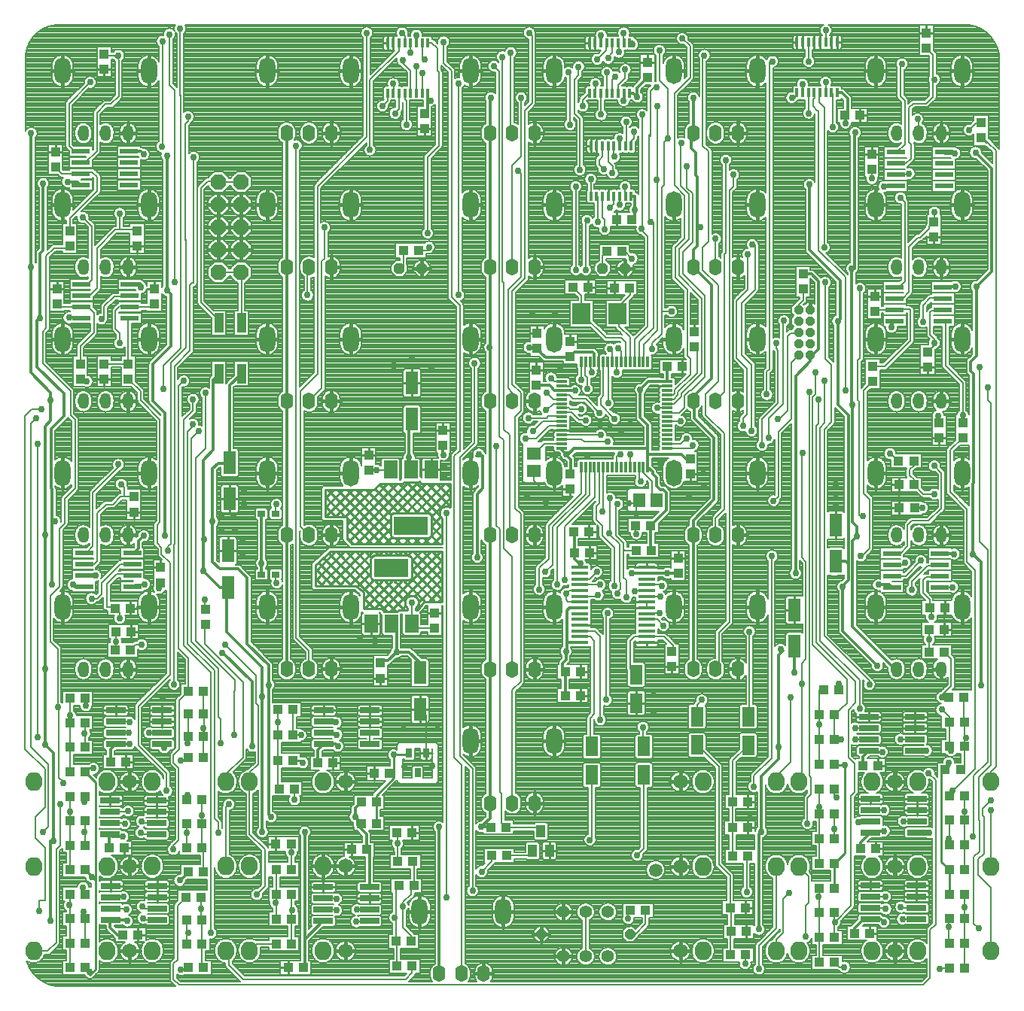
<source format=gtl>
G04 DipTrace 3.3.0.0*
G04 uElements22_02.GTL*
%MOIN*%
G04 #@! TF.FileFunction,Copper,L1,Top*
G04 #@! TF.Part,Single*
%AMOUTLINE0*
4,1,4,
0.027559,-0.051181,
0.027559,0.051181,
-0.027559,0.051181,
-0.027559,-0.051181,
0.027559,-0.051181,
0*%
%AMOUTLINE1*
4,1,4,
-0.027559,0.051181,
-0.027559,-0.051181,
0.027559,-0.051181,
0.027559,0.051181,
-0.027559,0.051181,
0*%
%AMOUTLINE2*
4,1,4,
0.029528,-0.025591,
0.029528,0.025591,
-0.029528,0.025591,
-0.029528,-0.025591,
0.029528,-0.025591,
0*%
%AMOUTLINE3*
4,1,4,
-0.025591,-0.029528,
0.025591,-0.029528,
0.025591,0.029528,
-0.025591,0.029528,
-0.025591,-0.029528,
0*%
%AMOUTLINE4*
4,1,4,
-0.027559,0.043307,
-0.027559,-0.043307,
0.027559,-0.043307,
0.027559,0.043307,
-0.027559,0.043307,
0*%
%AMOUTLINE5*
4,1,4,
-0.01378,-0.019685,
0.01378,-0.019685,
0.01378,0.019685,
-0.01378,0.019685,
-0.01378,-0.019685,
0*%
%AMOUTLINE6*
4,1,4,
0.0295,0.0395,
-0.0295,0.0395,
-0.0295,-0.0395,
0.0295,-0.0395,
0.0295,0.0395,
0*%
%AMOUTLINE7*
4,1,4,
0.075,0.0395,
-0.075,0.0395,
-0.075,-0.0395,
0.075,-0.0395,
0.075,0.0395,
0*%
%AMOUTLINE8*
4,1,4,
-0.00689,-0.019685,
0.00689,-0.019685,
0.00689,0.019685,
-0.00689,0.019685,
-0.00689,-0.019685,
0*%
%AMOUTLINE9*
4,1,4,
0.00689,0.019685,
-0.00689,0.019685,
-0.00689,-0.019685,
0.00689,-0.019685,
0.00689,0.019685,
0*%
%AMOUTLINE10*
4,1,4,
-0.0295,-0.0395,
0.0295,-0.0395,
0.0295,0.0395,
-0.0295,0.0395,
-0.0295,-0.0395,
0*%
%AMOUTLINE11*
4,1,4,
-0.075,-0.0395,
0.075,-0.0395,
0.075,0.0395,
-0.075,0.0395,
-0.075,-0.0395,
0*%
%AMOUTLINE12*
4,1,4,
-0.043307,0.011811,
-0.043307,-0.011811,
0.043307,-0.011811,
0.043307,0.011811,
-0.043307,0.011811,
0*%
%AMOUTLINE13*
4,1,4,
-0.005906,-0.023622,
0.005906,-0.023622,
0.005906,0.023622,
-0.005906,0.023622,
-0.005906,-0.023622,
0*%
%AMOUTLINE14*
4,1,4,
0.023622,-0.005906,
0.023622,0.005906,
-0.023622,0.005906,
-0.023622,-0.005906,
0.023622,-0.005906,
0*%
%AMOUTLINE15*
4,1,4,
0.005906,0.023622,
-0.005906,0.023622,
-0.005906,-0.023622,
0.005906,-0.023622,
0.005906,0.023622,
0*%
%AMOUTLINE16*
4,1,4,
-0.023622,0.005906,
-0.023622,-0.005906,
0.023622,-0.005906,
0.023622,0.005906,
-0.023622,0.005906,
0*%
%AMOUTLINE17*
4,1,4,
0.0375,0.0075,
-0.0375,0.0075,
-0.0375,-0.0075,
0.0375,-0.0075,
0.0375,0.0075,
0*%
%AMOUTLINE18*
4,1,16,
-0.0375,-0.005,
-0.033786,-0.02127,
-0.023381,-0.034319,
-0.008345,-0.04156,
0.008345,-0.04156,
0.023381,-0.034319,
0.033786,-0.02127,
0.0375,-0.005,
0.0375,0.005,
0.033786,0.02127,
0.023381,0.034319,
0.008345,0.04156,
-0.008345,0.04156,
-0.023381,0.034319,
-0.033786,0.02127,
-0.0375,0.005,
-0.0375,-0.005,
0*%
%AMOUTLINE21*
4,1,16,
0.0375,0.005,
0.033786,0.02127,
0.023381,0.034319,
0.008345,0.04156,
-0.008345,0.04156,
-0.023381,0.034319,
-0.033786,0.02127,
-0.0375,0.005,
-0.0375,-0.005,
-0.033786,-0.02127,
-0.023381,-0.034319,
-0.008345,-0.04156,
0.008345,-0.04156,
0.023381,-0.034319,
0.033786,-0.02127,
0.0375,-0.005,
0.0375,0.005,
0*%
%AMOUTLINE24*
4,1,8,
0.008419,0.020325,
0.020325,0.008419,
0.020325,-0.008419,
0.008419,-0.020325,
-0.008419,-0.020325,
-0.020325,-0.008419,
-0.020325,0.008419,
-0.008419,0.020325,
0.008419,0.020325,
0*%
%AMOUTLINE25*
4,1,8,
-0.014159,-0.034184,
-0.034184,-0.014159,
-0.034184,0.014159,
-0.014159,0.034184,
0.014159,0.034184,
0.034184,0.014159,
0.034184,-0.014159,
0.014159,-0.034184,
-0.014159,-0.034184,
0*%
%AMOUTLINE26*
4,1,4,
0.016732,0.01378,
-0.016732,0.01378,
-0.016732,-0.01378,
0.016732,-0.01378,
0.016732,0.01378,
0*%
%AMOUTLINE27*
4,1,8,
0.024021,0.00995,
0.00995,0.024021,
-0.00995,0.024021,
-0.024021,0.00995,
-0.024021,-0.00995,
-0.00995,-0.024021,
0.00995,-0.024021,
0.024021,-0.00995,
0.024021,0.00995,
0*%
%AMOUTLINE28*
4,1,4,
0.019685,0.027559,
-0.019685,0.027559,
-0.019685,-0.027559,
0.019685,-0.027559,
0.019685,0.027559,
0*%
%AMOUTLINE29*
4,1,8,
0.02197,0.0091,
0.0091,0.02197,
-0.0091,0.02197,
-0.02197,0.0091,
-0.02197,-0.0091,
-0.0091,-0.02197,
0.0091,-0.02197,
0.02197,-0.0091,
0.02197,0.0091,
0*%
%AMOUTLINE30*
4,1,36,
-0.002605,0.014772,
-0.00513,0.014096,
-0.0075,0.012991,
-0.009642,0.011491,
-0.011491,0.009642,
-0.012991,0.0075,
-0.014096,0.00513,
-0.014772,0.002605,
-0.015,0.0,
-0.014772,-0.002605,
-0.014096,-0.00513,
-0.012991,-0.0075,
-0.011491,-0.009642,
-0.009642,-0.011491,
-0.0075,-0.012991,
-0.00513,-0.014096,
-0.002605,-0.014772,
0.0,-0.015,
0.002605,-0.014772,
0.00513,-0.014096,
0.0075,-0.012991,
0.009642,-0.011491,
0.011491,-0.009642,
0.012991,-0.0075,
0.014096,-0.00513,
0.014772,-0.002605,
0.015,0.0,
0.014772,0.002605,
0.014096,0.00513,
0.012991,0.0075,
0.011491,0.009642,
0.009642,0.011491,
0.0075,0.012991,
0.00513,0.014096,
0.002605,0.014772,
0.0,0.015,
-0.002605,0.014772,
0*%
G04 #@! TA.AperFunction,Conductor*
%ADD13C,0.011811*%
%ADD14C,0.012*%
%ADD15C,0.007*%
G04 #@! TA.AperFunction,CopperBalancing*
%ADD16C,0.01*%
%ADD17C,0.015*%
%ADD18C,0.008*%
%ADD19C,0.011*%
%ADD32R,0.043307X0.03937*%
%ADD33R,0.03937X0.043307*%
%ADD37R,0.03937X0.086614*%
G04 #@! TA.AperFunction,ComponentPad*
%ADD40C,0.065*%
%ADD42R,0.07874X0.094488*%
G04 #@! TA.AperFunction,ComponentPad*
%ADD43O,0.055X0.074*%
%ADD44O,0.072X0.118*%
%ADD45O,0.05X0.07*%
%ADD46O,0.070866X0.11811*%
%ADD47C,0.055433*%
%ADD48R,0.07874X0.023622*%
G04 #@! TA.AperFunction,ComponentPad*
%ADD49C,0.059055*%
G04 #@! TA.AperFunction,ViaPad*
%ADD50C,0.03*%
%ADD91OUTLINE0*%
%ADD92OUTLINE1*%
%ADD93OUTLINE2*%
%ADD94OUTLINE3*%
%ADD95OUTLINE4*%
%ADD96OUTLINE5*%
%ADD97OUTLINE6*%
%ADD98OUTLINE7*%
%ADD99OUTLINE8*%
%ADD100OUTLINE9*%
%ADD101OUTLINE10*%
%ADD102OUTLINE11*%
%ADD103OUTLINE12*%
%ADD104OUTLINE13*%
%ADD105OUTLINE14*%
%ADD106OUTLINE15*%
%ADD107OUTLINE16*%
%ADD108OUTLINE17*%
G04 #@! TA.AperFunction,ComponentPad*
%ADD109OUTLINE18*%
%ADD112OUTLINE21*%
%ADD115OUTLINE24*%
%ADD116OUTLINE25*%
%ADD117OUTLINE26*%
G04 #@! TA.AperFunction,ComponentPad*
%ADD118OUTLINE27*%
%ADD119OUTLINE28*%
G04 #@! TA.AperFunction,ComponentPad*
%ADD120OUTLINE29*%
%ADD121OUTLINE30*%
%FSLAX26Y26*%
G04*
G70*
G90*
G75*
G01*
G04 Top*
%LPD*%
X3169000Y2713735D2*
D13*
Y2743357D1*
D14*
Y2796396D1*
Y2899096D1*
X3136232Y2931864D1*
Y3056883D1*
X3172887Y3093538D1*
X3225008D1*
X3225457Y3093089D1*
D13*
X3255079D1*
X3169000Y2796396D2*
D14*
X2842601D1*
X2817400Y2771196D1*
X2808850D1*
X2788646Y2791400D1*
D13*
Y2797814D1*
X2112760Y2755539D2*
D14*
Y2709997D1*
X2120110Y2702647D1*
X2846743Y3052080D2*
X2819907D1*
X2818268Y3053719D1*
D13*
X2788646D1*
X2869000Y2269000D2*
D14*
X2870623D1*
Y2285056D1*
X3098293Y2243471D2*
X3164387D1*
X3164449Y2243409D1*
X3357567Y2749777D2*
X3337673D1*
X3316654Y2770797D1*
X3169000D1*
D13*
Y2713735D1*
X2808850Y2771196D2*
D14*
Y2765791D1*
X2827930Y2746711D1*
Y2688337D1*
X2823703Y2684110D1*
X3255079Y3093089D2*
D13*
Y3104995D1*
D14*
Y3158514D1*
X3254038Y3159555D1*
X2788646Y3053719D2*
D13*
X2755131D1*
D14*
X2747333Y3061517D1*
Y3063596D1*
X2734857Y3076072D1*
X2677146D1*
X2675635Y3077583D1*
X2414169Y2312715D2*
Y2594853D1*
X2437749Y2618433D1*
Y2762751D1*
X2412446D1*
X2420891Y2771196D1*
X3169000Y2713735D2*
D13*
X3189946Y2692789D1*
D14*
Y2684273D1*
X3206500Y2667719D1*
Y2631500D1*
X3225249Y2612751D1*
X3237749D1*
X3250249Y2600251D1*
Y2522189D1*
X3182337Y2454277D1*
Y2346570D1*
X3185037Y2343870D1*
X2870623Y2285056D2*
X2865409D1*
X2843293Y2307173D1*
Y2332497D1*
X2844575Y2333780D1*
Y2425231D1*
X2842304Y2427501D1*
X3164449Y2243409D2*
X3256168D1*
X3302665D1*
X3303083Y2243827D1*
X3823488Y2243409D2*
Y3116206D1*
X3889378Y3182096D1*
Y3207371D1*
X3886486Y3210264D1*
X2112760Y2755539D2*
Y2912455D1*
X2125531Y2925227D1*
X2262008Y2810215D2*
Y2771325D1*
X2265197Y2768136D1*
X3886486Y3210264D2*
X3897762D1*
X3925249Y3237751D1*
Y3537751D1*
X3894000Y3569000D1*
X3856500D1*
X439571Y3600950D2*
Y4193000D1*
X814276Y1485555D2*
X873256D1*
X501234Y1482831D2*
Y1818899D1*
Y1482831D2*
X537175Y1446890D1*
Y1057314D1*
X845304Y1077399D2*
X797432D1*
X789276Y1085555D1*
X791638Y708160D2*
X857608D1*
X863869Y701899D1*
X524409D2*
Y1057314D1*
X537175D1*
X1734423Y1485378D2*
X1787660D1*
X1796791Y1476247D1*
X1417098D2*
Y1762436D1*
X1286083Y1893451D1*
Y1888416D1*
X2869000Y2089866D2*
X2821633D1*
X2809979Y2078213D1*
Y1936323D1*
Y1899138D1*
X2806934Y1896093D1*
Y1859247D1*
X2792429Y1844741D1*
Y1817226D1*
X2803063Y1806592D1*
X4154211Y709521D2*
X4201201D1*
X4214571Y696151D1*
X3659864Y665004D2*
Y1086226D1*
X3671728Y1098091D1*
X4216054Y1101056D2*
X4162062D1*
X4155656Y1094651D1*
X3671728Y1098091D2*
Y1341732D1*
X3749218Y1419222D1*
Y1474816D1*
X4207154Y1451085D2*
X4153059D1*
X4147887Y1456257D1*
X2932780Y3179168D2*
D13*
Y3208790D1*
D14*
Y3216129D1*
X2925843Y3223066D1*
X2845420D1*
X2825530Y3203176D1*
X2807010D1*
X2804530Y3200696D1*
X2716332D1*
X2702682Y3214345D1*
X2678614Y3238413D1*
X2869000Y1936323D2*
X2809979D1*
X2803063Y1806592D2*
Y1700343D1*
X2160068Y1801928D2*
Y1846681D1*
X2112749Y1894000D1*
X2056500D1*
Y1996500D1*
X2034000Y2019000D1*
X1985709Y1845101D2*
Y1856500D1*
X2019000D1*
X2056500Y1894000D1*
X4111991Y1021615D2*
Y1050986D1*
X4155656Y1094651D1*
X4121490Y1390383D2*
Y1429860D1*
X4147887Y1456257D1*
X4084049Y648031D2*
Y669682D1*
X4123887Y709521D1*
X4154211D1*
X1708274Y1401626D2*
Y1459230D1*
X1734423Y1485378D1*
X790734Y1408209D2*
Y1462013D1*
X814276Y1485555D1*
X783496Y1025486D2*
Y1079776D1*
X789276Y1085555D1*
X845804Y641505D2*
X819684D1*
X789231Y671958D1*
Y705753D1*
X791638Y708160D1*
X2678614Y3238413D2*
X2649280D1*
X2643693Y3244000D1*
X2469000D2*
X2470575D1*
Y3599472D1*
X2245575Y468409D2*
Y1118924D1*
X2431514D2*
X2473239D1*
X2474744Y1117419D1*
X2195772Y4370280D2*
X2194077Y4368585D1*
Y4337751D1*
Y4293409D1*
X2180029Y4279361D1*
X3095772Y3914030D2*
X3112555D1*
Y3852276D1*
Y3826202D1*
X3096756Y3810403D1*
X3089521Y4370280D2*
X3103365D1*
X3120587Y4353058D1*
Y4393577D1*
X3168113Y4441104D1*
X4008272Y4372612D2*
X4027025D1*
X4053680Y4345957D1*
Y4284453D1*
X4041290Y4272063D1*
X1570575Y4193409D2*
Y3599660D1*
Y3005909D1*
Y2412409D1*
Y1818409D2*
Y2412409D1*
X2470575Y3005722D2*
Y3244000D1*
Y3599472D2*
Y4193224D1*
Y4345576D1*
X2475249Y4350251D1*
X2206500Y4337751D2*
X2194077D1*
X2470575Y1224409D2*
Y1818169D1*
Y2412160D2*
Y1818169D1*
Y3005722D2*
Y2412160D1*
Y1224409D2*
Y1157984D1*
X2431514Y1118924D1*
X4270000Y1818000D2*
X4263749D1*
X4075249Y2006500D1*
Y2386585D1*
X4094206Y2405542D1*
X3370575Y3599660D2*
Y3676825D1*
X3387749Y3694000D1*
Y3775251D1*
Y4000251D1*
X3381500Y4006500D1*
Y4106500D1*
X3362749Y4125251D1*
Y4185584D1*
X3370575Y4193409D1*
Y3005909D2*
Y3026825D1*
X3450249Y3106500D1*
Y3519986D1*
X3370575Y3599660D1*
Y2412160D2*
Y2476825D1*
X3462749Y2569000D1*
Y2844000D1*
X3375249Y2931500D1*
Y3001235D1*
X3370575Y3005909D1*
Y1818409D2*
Y2412160D1*
X3749218Y1474816D2*
Y1880469D1*
X3769000Y1900251D1*
X3762749D1*
X3756500Y1906500D1*
X4044000Y4237751D2*
Y4269353D1*
X4041290Y4272063D1*
X3370575Y4193409D2*
Y4350251D1*
X3122442Y4353058D2*
X3120587D1*
X3400249Y3775251D2*
X3387749D1*
X4094206Y2405542D2*
Y2450043D1*
X4075071Y2469178D1*
Y2991152D1*
X4072306D1*
Y3593160D1*
X4083657D1*
Y4195388D1*
X4086362D1*
X501234Y1818899D2*
Y2411751D1*
Y2894916D1*
X525745Y2919428D1*
Y3008875D1*
Y3044619D1*
X437316Y3133049D1*
Y3598696D1*
X439571Y3600950D1*
X2067819Y4370280D2*
D15*
Y4299070D1*
X2050249Y4281500D1*
X2962749Y4275251D2*
Y4369098D1*
X2961568Y4370280D1*
X3881500Y4281500D2*
Y4371430D1*
X3880319Y4372612D1*
X3109945Y3179168D2*
Y3278696D1*
X3169000Y3337751D1*
Y3737381D1*
X3142669Y3763711D1*
Y3768735D1*
X3144000D1*
Y4275251D1*
X2978576Y3767060D2*
Y3810735D1*
X2969000Y3820311D1*
Y3912849D1*
X2967819Y3914030D1*
X3854728Y4372612D2*
X3853503D1*
Y4410573D1*
X2936757Y4412751D2*
Y4371059D1*
X2935978Y4370280D1*
X2042613Y4411689D2*
Y4407887D1*
X2044000Y4406500D1*
Y4372051D1*
X2042228Y4370280D1*
X3129630Y3179168D2*
X3131500D1*
Y3269000D1*
X3194000Y3331500D1*
Y3800840D1*
X3184437D1*
X3180344Y3804933D1*
Y3798874D1*
X3175320D1*
Y4187680D1*
X3181500Y4181500D1*
Y4381500D1*
X3206500Y4406500D1*
Y4395966D1*
X2942228Y3914030D2*
X2946761D1*
Y3800549D1*
X2016638Y4370280D2*
Y4335388D1*
X1994000Y4312751D1*
X2881500D2*
Y4341392D1*
X2910387Y4370280D1*
X3806500Y4350251D2*
X3820808D1*
Y4360941D1*
X3825534Y4356215D1*
Y4376215D1*
X3829138Y4372612D1*
X3149315Y3179168D2*
X3150249D1*
Y3256500D1*
X3212749Y3319000D1*
Y3987420D1*
Y4312751D1*
X2916638Y3914030D2*
Y3989088D1*
X3206500Y3987092D2*
Y3994000D1*
X3219329D1*
X3212749Y3987420D1*
X2967819Y4136471D2*
Y4089073D1*
X2953576Y4074831D1*
Y4054570D1*
X2973836Y4034310D1*
X3342210Y4046282D2*
Y3951425D1*
X3367996Y3925639D1*
Y3710142D1*
X3325633Y3667778D1*
Y3568618D1*
X3421833Y3472417D1*
Y3114846D1*
X3361605Y3054618D1*
X3353757D1*
X3329806Y3030667D1*
Y2977971D1*
X3306344Y2954509D1*
X3255864D1*
X3255079Y2955294D1*
Y2974979D2*
X3211759D1*
X3695728Y3035240D2*
Y3135336D1*
X3707154Y3146761D1*
Y4509333D1*
X3722849D1*
X3721173Y4511009D1*
X3881018D2*
Y4594353D1*
X3880319Y4595052D1*
X3255079Y2994664D2*
X3284630D1*
X3316797Y3026831D1*
Y3038605D1*
X3408129Y3129937D1*
Y3461122D1*
X3306769Y3562482D1*
Y3678937D1*
X3350656Y3722824D1*
Y3922789D1*
X3313488Y3959957D1*
Y4144650D1*
X3318265Y4149427D1*
X1938975Y4118791D2*
Y4428558D1*
X2067602Y4557185D1*
Y4592504D1*
X2067819Y4592720D1*
X3255079Y3034034D2*
X3281566D1*
X3289125Y3041593D1*
Y3055672D1*
X3357329Y3123877D1*
Y3193171D1*
X3343685Y3206815D1*
Y3500566D1*
X3290025Y3554226D1*
Y3685580D1*
X3331458Y3727013D1*
Y3917045D1*
X3286707Y3961795D1*
Y4368907D1*
X3356362Y4438562D1*
Y4578554D1*
X3322085Y4612831D1*
X2962749Y4625251D2*
Y4592720D1*
X2961568D1*
X3996215Y1505906D2*
Y1615562D1*
X4147887Y1506257D2*
X4086663D1*
X4025251D2*
Y1512751D1*
X4003060D1*
X3996215Y1505906D1*
X2873724Y3179168D2*
Y3101327D1*
X3911668Y3133396D2*
Y3037257D1*
X3898936Y3024525D1*
Y1924954D1*
X4050249Y1773640D1*
Y1668081D1*
X4025736Y1643568D1*
X4024222D1*
X3996215Y1615562D1*
X4503175Y1039440D2*
Y1148529D1*
X4360381Y1094651D2*
X4413934D1*
X4415361Y1093224D1*
X4501362Y1068018D2*
X4503175D1*
Y1039440D1*
X2788646Y3093089D2*
X2754975D1*
X2739900Y3108164D1*
X4637059Y3157681D2*
Y2383598D1*
X4673343Y2347315D1*
Y1405570D1*
X4612751Y1344978D1*
Y1068999D1*
X4606499Y1075251D1*
X4503175Y1475793D2*
Y1584881D1*
X4352612Y1456257D2*
X4401458D1*
X4402676Y1457475D1*
X4511045D2*
Y1467923D1*
X4503175Y1475793D1*
Y1584881D2*
Y1605307D1*
X4469945Y1638537D1*
X4106500Y1644000D2*
Y1769336D1*
X3931262Y1944573D1*
Y2887513D1*
X3952298Y2908549D1*
Y3097916D1*
X2901713Y3059979D2*
Y3109827D1*
X2891332Y3120207D1*
Y3177091D1*
X2893409Y3179168D1*
X1135535Y1620115D2*
Y1520126D1*
X1019000Y1485555D2*
Y1478727D1*
X1028765Y1468962D1*
X1129761Y1490681D2*
Y1514352D1*
X1135535Y1520126D1*
X1279274Y1490681D2*
Y1595643D1*
X1267266Y1607651D1*
Y1820734D1*
X1147043Y1940957D1*
Y2838885D1*
X1181226Y2873067D1*
X2659720Y2872030D2*
X2703125Y2915434D1*
X2788156D1*
X2788646Y2915924D1*
X677465Y603626D2*
Y712146D1*
X791638Y758160D2*
X855291D1*
X859894Y753558D1*
X670689Y743537D2*
Y718921D1*
X677465Y712146D1*
X472959Y748093D2*
Y792692D1*
X500249D1*
Y1025251D1*
X456500Y1069000D1*
Y1162751D1*
X500249Y1206500D1*
Y1375251D1*
X412749Y1462751D1*
Y2939196D1*
X442799Y2969245D1*
X485194D1*
X2719000Y2965734D2*
X2721934D1*
X2750865Y2994664D1*
X2788646D1*
X3996215Y628656D2*
Y697845D1*
Y738312D1*
X4154211Y759521D2*
X4218676D1*
X4222740Y755457D1*
X3997199Y697845D2*
X3996215D1*
X2972150Y3179168D2*
Y3030021D1*
X2959971Y3017843D1*
Y2989680D1*
X3021619Y2928031D1*
X3925974Y3012079D2*
Y2907224D1*
X3915098Y2896349D1*
Y1935602D1*
X4087749Y1762951D1*
Y1668999D1*
X4056500Y1637749D1*
Y1427339D1*
X4084209Y1399630D1*
Y1271990D1*
X4067999Y1255780D1*
Y768644D1*
X3997199Y697845D1*
X1129286Y1026344D2*
Y1093072D1*
Y1132583D1*
X994000Y1085555D2*
X932357D1*
X924119Y1093793D1*
X1267497Y1093072D2*
Y1138604D1*
X1250753Y1155348D1*
Y1812247D1*
X1131953Y1931047D1*
Y2870142D1*
X1154181Y2892370D1*
Y2903247D1*
X2874657Y2971589D2*
X2826033D1*
X2819954Y2977668D1*
X2791335D1*
X2788646Y2974979D1*
X677465Y1037709D2*
Y1095715D1*
Y1146228D1*
X789276Y1135555D2*
X849987D1*
X853060Y1132482D1*
X674399Y1095715D2*
X677465D1*
X490382D2*
X513797Y1119130D1*
Y1397610D1*
X437650Y1473757D1*
Y2907877D1*
X461273Y2931500D1*
X2640487D2*
X2720371D1*
X2727458Y2938587D1*
X2785668D1*
X2788646Y2935609D1*
X2144591Y4592720D2*
Y4627702D1*
X3039702Y4551807D2*
Y4591358D1*
X3038340Y4592720D1*
X3957091Y4648310D2*
Y4595052D1*
X3031205Y3179168D2*
X3031921D1*
Y3133724D1*
X3188307Y3237585D2*
Y3262117D1*
X3229822Y3303631D1*
Y3404075D1*
Y3952829D1*
X3240862Y3963870D1*
Y4152497D1*
X3257446Y4169081D1*
X3043583D2*
Y4137479D1*
X3044591Y4136471D1*
X3257446Y4169081D2*
Y4391428D1*
X3221379Y4427495D1*
Y4558974D1*
X3220362Y4559991D1*
X3229822Y3404075D2*
X3273873D1*
X3273996Y3403951D1*
X1734423Y1535378D2*
X1785575D1*
X1792845Y1528108D1*
X1633121Y1525597D2*
X1599979D1*
X1599467Y1526109D1*
Y1638609D1*
X1339249Y1525597D2*
Y1719723D1*
X1341476Y1721950D1*
Y1770703D1*
X1169307Y1942873D1*
Y2753860D1*
X1211714Y2796266D1*
Y3042156D1*
X2919999Y3133891D2*
Y3147340D1*
X2913825Y3153513D1*
Y3178437D1*
X2913094Y3179168D1*
X677465Y1471791D2*
Y1532230D1*
Y1580311D1*
X814276Y1535555D2*
X870717D1*
X871396Y1536235D1*
X676147Y1532230D2*
X677465D1*
X469378Y1516451D2*
Y2815764D1*
X2626846Y2840131D2*
X2675549D1*
X2730592Y2895175D1*
X2787581D1*
X2788646Y2896239D1*
X3996215Y1067281D2*
Y1109689D1*
Y1176937D1*
X4155656Y1144651D2*
X4107684D1*
X4102615Y1139583D1*
X2788646Y3034034D2*
X2820106D1*
X2837818Y3016323D1*
X2893444D1*
X2955996Y2953770D1*
X3883560Y3047043D2*
Y1345496D1*
X3891327Y1337730D1*
Y1262214D1*
X3875671Y1246558D1*
Y1134203D1*
X1129286Y601344D2*
Y648643D1*
Y707583D1*
X996362Y708160D2*
X940807D1*
X934089Y714878D1*
X1135801Y648643D2*
X1129286D1*
X1235172D2*
Y1802828D1*
X1114118Y1923882D1*
Y2921829D1*
X1156072Y2963783D1*
Y3013915D1*
X2721843Y3042331D2*
X2749824Y3014349D1*
X2788646D1*
X4358936Y709521D2*
X4297392D1*
X4296391Y710522D1*
X4502650Y676273D2*
Y711651D1*
X4503175Y712176D1*
X4502650Y676273D2*
Y603613D1*
X4503175Y603088D1*
X2991835Y3179168D2*
X2994272D1*
Y2997123D1*
X4673415Y3067223D2*
Y3010944D1*
X4688171Y2996188D1*
Y1394341D1*
X4634314Y1340484D1*
Y1149156D1*
X4637751Y1145719D1*
Y1010206D1*
X4612751Y985206D1*
Y690169D1*
X4634314Y668606D1*
X677465Y495105D2*
D16*
X679264D1*
X698591Y475778D1*
X1102911Y486178D2*
X1126609D1*
X1135535Y495105D1*
X698591Y475778D2*
Y463063D1*
X723184Y487656D1*
Y883469D1*
X706424Y900228D1*
X677465Y929188D1*
X723184Y883469D2*
Y1317551D1*
X677465Y1363270D1*
X1598079Y1413080D2*
X1632318D1*
X1642192Y1403206D1*
X1102857Y1413012D2*
X1122161D1*
X1135535Y1426386D1*
X714290Y1378690D2*
X692885D1*
X677465Y1363270D1*
X1135535Y920105D2*
X1135270D1*
X1096900Y881735D1*
X706424Y897391D2*
Y900228D1*
X2044000Y1438718D2*
Y1375251D1*
X2025249Y1356500D1*
X2044000Y1438718D2*
X2105516D1*
X2112617Y1445819D1*
X1967209Y1229327D2*
Y1258106D1*
X2045887Y1336785D1*
Y1436831D1*
X2044000Y1438718D1*
X1967753Y1134194D2*
Y1228782D1*
X1967209Y1229327D1*
X4041318Y1394768D2*
X3997697D1*
X3996215Y1396249D1*
X4501101Y1403667D2*
Y1387522D1*
X4486007Y1372428D1*
X4041318Y1394768D2*
Y1002727D1*
X3996215Y957625D1*
Y847969D1*
X4501101Y1403667D2*
X4469000Y1371566D1*
Y964526D1*
X4503175Y930352D1*
Y821264D1*
X3255079Y3014349D2*
D15*
X3283098D1*
X3302381Y3033631D1*
Y3046131D1*
X3387749Y3131500D1*
Y3233322D1*
X3375249Y3245822D1*
X2541673Y1117419D2*
X2678846D1*
X2696127Y1100138D1*
X2788646Y2955294D2*
X2831336D1*
X2862966Y2923664D1*
X2892268D1*
X2895102Y2920829D1*
X2498741Y2805448D2*
Y2453381D1*
X2513438Y2438684D1*
Y1273801D1*
X2521596Y1265643D1*
Y1137496D1*
X2541673Y1117419D1*
X3164449Y2089866D2*
Y2115457D1*
X2665650Y2698092D2*
Y2653003D1*
X2705434Y2613218D1*
X2819740D1*
X2823703Y2617181D1*
X3085352Y2552336D2*
X3115896D1*
X3131576Y2568016D1*
X3117336Y2507887D2*
Y2553776D1*
X3131576Y2568016D1*
X2187420Y1445819D2*
Y1613159D1*
X2160068Y1640510D1*
X4481500Y1994000D2*
Y2087751D1*
X4483714Y2089965D1*
X4281049Y2634967D2*
Y2534647D1*
X4282766Y2532929D1*
X2788646Y2856869D2*
Y2855463D1*
X2960239D1*
X3001802Y2576058D2*
Y2413769D1*
X3043341Y2372230D1*
Y2205613D1*
X3048178Y2200776D1*
Y2172959D1*
X3034945Y2159726D1*
Y2154239D1*
X3110635Y2162900D2*
X3114373Y2166638D1*
X3164449D1*
X3115408Y2454277D2*
Y2420887D1*
X3118358Y2417937D1*
X2996430Y2420773D2*
Y2419140D1*
X3001802Y2413769D1*
X3164449Y2141047D2*
X3221391D1*
X3223049Y2139390D1*
X3073873Y2135646D2*
Y2211871D1*
X3062554Y2223190D1*
Y2348469D1*
Y2375493D1*
X3026861Y2411186D1*
Y2558231D1*
X3035768Y2549324D1*
X2992469Y2825312D2*
X2886472D1*
X2875987Y2835798D1*
X2790031D1*
X2788646Y2837184D1*
X3118108Y2343870D2*
X3067152D1*
X3062554Y2348469D1*
X2869000Y2166638D2*
X2821773D1*
X2807857Y2152722D1*
Y2125312D1*
X2815891Y2117278D1*
X2867178D1*
X2869000Y2115457D1*
X2807857Y2152722D2*
X2806825Y2151690D1*
X2688159Y2171211D2*
Y2265728D1*
X2729945Y2307514D1*
Y2453164D1*
X2874991Y2598210D1*
Y2712469D1*
X2873724Y2713735D1*
X3164449Y2192228D2*
X3226911D1*
X3230953Y2188186D1*
X3020345D2*
Y2357550D1*
X2966685Y2411210D1*
Y2453862D1*
X2941165Y2479382D1*
Y2540345D1*
X2953228Y2552408D1*
Y2712971D1*
X2952465Y2713735D1*
X2893409D2*
Y2594276D1*
X2747911Y2448777D1*
Y2281408D1*
X2715387Y2248885D1*
X2943088D2*
X2911067Y2216864D1*
X2869955D1*
X2869000Y2217819D1*
Y2141047D2*
X2943728D1*
X2949106Y2146425D1*
X2767829Y2192024D2*
Y2446343D1*
X2912549Y2591062D1*
Y2713189D1*
X2913094Y2713735D1*
X2869000Y2192228D2*
X2957894D1*
X2800965Y2213318D2*
Y2448807D1*
X2933541Y2581383D1*
Y2712974D1*
X2932780Y2713735D1*
X3255079Y2797814D2*
X3369463D1*
Y2810672D1*
X3675055D2*
Y2925055D1*
X3745546Y2995546D1*
Y3229954D1*
X3736734Y3238766D1*
Y3263469D1*
X3255079Y2817499D2*
X3313908D1*
X3340635Y2844226D1*
Y2839028D1*
X3703604Y2842043D2*
Y2928604D1*
X3768207Y2993207D1*
Y3365444D1*
X3771984Y3361667D1*
X3255079Y2915924D2*
X3311010D1*
X3313255Y2918168D1*
X3745915Y2926147D2*
Y2920915D1*
X3787749Y2962749D1*
Y3250249D1*
X3787214Y3249714D1*
Y3294568D1*
X3800360Y3307714D1*
X3833934D1*
X3836486Y3310264D1*
X3129630Y2713735D2*
Y2641794D1*
X3137230Y2649394D1*
X3726041Y2564625D2*
Y2563713D1*
X3746301Y2583972D1*
Y2869591D1*
X3803975Y2927265D1*
Y3177755D1*
X3836486Y3210264D1*
X2972150Y2713735D2*
Y2513614D1*
X2969521Y2516243D1*
X2276823Y2510420D2*
Y807491D1*
X3082285Y713108D2*
Y738921D1*
X3092566Y749202D1*
X3386664Y1607782D2*
Y1659764D1*
X3408545Y1681644D1*
X2985840D2*
Y2059853D1*
X2991773Y2065786D1*
X3220181D2*
X3165959D1*
X3164449Y2064276D1*
X2869000Y1987504D2*
X2933167D1*
X2957631Y1963039D1*
Y1594084D1*
X2958857Y1592858D1*
X3147625Y1560990D2*
Y1479921D1*
X3151972Y1475573D1*
X2126034Y501963D2*
Y472437D1*
X2097579Y443982D1*
X1378240D1*
X1314465Y507757D1*
Y556390D1*
X1300749Y570105D1*
X3837251Y1319000D2*
X3850249D1*
Y1754934D1*
X4015882D2*
Y1726134D1*
X4014966Y1725218D1*
X3850249Y1754934D2*
Y1843999D1*
X3869000Y1862749D1*
Y2294000D1*
X3850249Y2312751D1*
Y2770482D1*
X3856189Y2776421D1*
X4241427Y2773656D2*
X4246252D1*
X4279558Y2740350D1*
X3929286Y1396249D2*
Y1505906D1*
Y1572505D1*
Y1615562D1*
Y1725218D1*
X3948037D1*
X4147887Y1556257D2*
X4088627D1*
X4087169Y1557715D1*
X1123037Y807572D2*
Y804287D1*
X1087749Y769000D1*
Y531500D1*
X1069000Y512751D1*
Y444000D1*
X1094000Y419000D1*
X4387749D1*
X4419000Y450251D1*
Y662749D1*
X4444000Y687749D1*
Y1325251D1*
X4412751Y1356500D1*
X4688249Y1319000D2*
Y1364664D1*
X4710093Y1386508D1*
Y4115552D1*
X4675986Y4149660D1*
X4644906Y4180739D1*
X4675986Y4149660D2*
X4666667D1*
X4644293Y4172034D1*
X4501648Y1693969D2*
X4471646D1*
X4470853Y1693176D1*
X3800856D2*
Y1407106D1*
X3740180Y1346430D1*
Y1320929D1*
X3738251Y1319000D1*
X4470853Y1693176D2*
Y1702104D1*
X4512749Y1744000D1*
Y1862751D1*
X4481500Y1894000D1*
X4568577Y1693969D2*
Y1584881D1*
X4570104D1*
Y1513449D1*
Y1475793D1*
Y1372428D1*
X4552936D1*
X4352612Y1506257D2*
X4288878D1*
X4287223Y1507912D1*
X4576537Y1513449D2*
X4570104D1*
X3738251Y944000D2*
Y836875D1*
X3737751Y836375D1*
Y669001D1*
X3660705Y591955D1*
Y488853D1*
X4039576Y497970D2*
X4017245D1*
X3996215Y519000D1*
X3090260Y3179168D2*
Y3288501D1*
X3040990Y3337772D1*
Y3388806D1*
X3036151Y3393644D1*
Y3420709D1*
X3092871Y3477429D1*
Y3502348D1*
X3087203Y3508016D1*
X3070575Y3179168D2*
Y3266547D1*
X3051180Y3285942D1*
X2983577D1*
X2875875Y3393644D1*
Y3471735D1*
X2836432Y3511178D1*
X996362Y758160D2*
X939752D1*
X931123Y766789D1*
X1190678Y756915D2*
Y806860D1*
X1189966Y807572D1*
X1190678Y756915D2*
Y713119D1*
X1196215Y707583D1*
Y601344D1*
Y501354D1*
X1202465Y495105D1*
X4503175Y494000D2*
X4467654D1*
X4462877Y489223D1*
X3869147Y632979D2*
Y771155D1*
X3880291Y782299D1*
Y900959D1*
X3837251Y944000D1*
X4570104Y603088D2*
Y712176D1*
Y763799D1*
Y821264D1*
Y494000D2*
Y603088D1*
X4358936Y759521D2*
X4294579D1*
X4289539Y764560D1*
X4571909Y763799D2*
X4570104D1*
X1406000Y1319000D2*
Y1088249D1*
X1475249Y1019000D1*
Y856500D1*
X1437749Y819000D1*
X669000Y850251D2*
Y829131D1*
X677465Y820667D1*
X1406000Y1319000D2*
Y1358319D1*
X1445651Y1397970D1*
Y1655415D1*
X1434988Y1666077D1*
Y1789467D1*
X1297126Y1927329D1*
X928478D2*
X902580D1*
X878720Y1903470D1*
X3149315Y2713735D2*
Y2689274D1*
X3187749Y2650840D1*
Y2589203D1*
X3197566D1*
Y2586588D1*
X3187807D1*
X3206379Y2568016D1*
X610535Y820667D2*
Y771608D1*
Y712146D1*
Y603626D1*
Y495105D1*
X791638Y808160D2*
X846453D1*
X847436Y809143D1*
X607787Y771608D2*
X610535D1*
X3929286Y519000D2*
Y628656D1*
Y738312D1*
Y809390D1*
Y847969D1*
X4154211Y809521D2*
X4220420D1*
X4221514Y810615D1*
X3926106Y809390D2*
X3929286D1*
X3996215Y1286593D2*
Y1256969D1*
X4003093Y1250091D1*
X4687751Y1194000D2*
Y944499D1*
X4688249Y944000D1*
X3639041Y1298169D2*
Y1345455D1*
X3716833Y1423248D1*
Y2316833D1*
X3719000Y2319000D1*
X4111671D2*
Y2314622D1*
X4150425Y2353377D1*
Y2571373D1*
X4125542Y2596256D1*
Y3053463D1*
X4164911Y3092832D1*
X3164449Y1961913D2*
X3241239D1*
X3280508Y1922644D1*
Y1901735D1*
X3275899Y1897126D1*
X3164449Y1961913D2*
X3109638D1*
X3091298Y1943573D1*
Y1820533D1*
X3118238Y1793593D1*
X3535589Y552871D2*
Y652861D1*
X3537807Y655079D1*
Y756881D1*
X3533370Y761318D1*
Y901787D1*
X3483234Y951924D1*
Y1385228D1*
X3386664Y1481798D1*
X2788646Y2817499D2*
X2710253D1*
X2665650Y2772895D1*
X3738301Y569000D2*
Y619650D1*
X3768874Y650223D1*
Y800207D1*
X3793871Y825205D1*
X3606391Y831454D2*
Y984495D1*
X3610728Y988832D1*
X3600142Y512738D2*
Y550495D1*
X3602518Y552871D1*
X3543799Y988832D2*
Y1114864D1*
X3543501Y1115161D1*
Y1230301D1*
X3543799Y1230598D1*
Y1411706D1*
X3613587Y1481493D1*
X3151972Y1349589D2*
Y1023845D1*
X3121925Y993798D1*
X1591252Y1005984D2*
Y1041499D1*
X1589623Y1043127D1*
X1591336Y930131D2*
X1591252Y1005984D1*
X3929286Y1067281D2*
Y1176937D1*
Y1207154D1*
Y1286593D1*
Y957625D2*
Y1067281D1*
X4215636Y1193399D2*
X4156908D1*
X4155656Y1194651D1*
X1524407Y710598D2*
Y781980D1*
Y820365D1*
Y930131D1*
X1732564Y802159D2*
X1789451D1*
X1791332Y800278D1*
X1521429Y781980D2*
X1524407D1*
X4688249Y569000D2*
Y849749D1*
X4631499Y906500D1*
Y975249D1*
X4656499Y1000249D1*
Y1162752D1*
X4650251Y1169000D1*
Y1200251D1*
X4687751Y1237751D1*
X4519001Y1281500D2*
Y1273444D1*
X4503175Y1257617D1*
X4519001Y1281500D2*
X4521735D1*
X4617917Y1377682D1*
Y2257450D1*
X4582416Y2292951D1*
Y2527134D1*
X4507396Y2602154D1*
Y2788768D1*
X4563144Y2844516D1*
X4570104Y1148529D2*
Y1185785D1*
Y1257617D1*
Y1148529D2*
Y1039440D1*
Y930352D2*
Y1039440D1*
X4360381Y1144651D2*
X4301375D1*
X4300765Y1144041D1*
X1591336Y820365D2*
Y751163D1*
Y710598D1*
Y600831D1*
X1732564Y752159D2*
X1788240D1*
X1791261Y749138D1*
X1593722Y751163D2*
X1591336D1*
X1069000Y1019000D2*
Y1037140D1*
X1092909Y1061050D1*
Y1380505D1*
X1069000Y1404415D1*
Y1437751D1*
X1094000Y1462751D1*
Y1678570D1*
X1135535Y1720105D1*
Y1867787D1*
X1092912Y1910411D1*
Y3073365D1*
X1114983Y3095436D1*
X686163Y3093913D2*
X666873D1*
X656500Y3104286D1*
X1202465Y1426386D2*
Y1517463D1*
Y1538240D1*
X1205337Y1541113D1*
Y1617243D1*
X1202465Y1620115D1*
Y1720105D1*
X1019000Y1535555D2*
X962563D1*
X1202465Y1556656D2*
Y1538240D1*
Y1520126D2*
Y1517463D1*
X2921520Y1349218D2*
Y1069768D1*
X2912875Y1061123D1*
X2061827Y1045348D2*
Y1088898D1*
X2057690Y1093034D1*
X2062446Y964954D2*
X2061827Y1045348D1*
X2121304Y612220D2*
Y635917D1*
X2084026Y673196D1*
Y766954D1*
X2085717D1*
Y785707D1*
X2121610Y821601D1*
Y847406D1*
X2133248Y859043D1*
X1881421Y752176D2*
X1937272D1*
X1937289Y752159D1*
X2133248Y859043D2*
Y961081D1*
X2129375Y964954D1*
X2059105Y501963D2*
Y607491D1*
X2054375Y612220D1*
Y717316D1*
Y847100D1*
X2066319Y859043D1*
X1937289Y702159D2*
Y698762D1*
X1878487D1*
X2048748Y717316D2*
X2054375D1*
X581500Y1312751D2*
Y1319000D1*
X562749Y1337751D1*
Y1644001D1*
X556500Y1650251D1*
X681500Y1656500D2*
Y1684797D1*
X677465Y1688832D1*
X556500Y1650251D2*
Y1908268D1*
X523558Y1941210D1*
Y2142308D1*
X564109Y2182860D1*
Y2440522D1*
X587273Y2463686D1*
Y2572983D1*
X633151Y2618861D1*
Y2923575D1*
X613755Y2942971D1*
Y3051140D1*
X489971Y3174924D1*
Y3314319D1*
X505584Y3329932D1*
Y3649173D1*
X541349Y3684938D1*
X602138D1*
X609609Y3692409D1*
X610535Y1688832D2*
Y1580311D1*
X612726D1*
Y1611765D1*
X610535D1*
Y1471791D1*
Y1363270D1*
X814276Y1585555D2*
X871139D1*
X873283Y1583411D1*
X1132627Y1260927D2*
X1123783D1*
Y1244324D1*
X1129286Y1238822D1*
X1300749Y1319000D2*
Y1351856D1*
X1376671Y1427777D1*
Y1760059D1*
X1206500Y1930230D1*
Y2019538D1*
X1210185Y2015853D1*
X1202465Y920105D2*
Y1020094D1*
X1196215Y1026344D1*
Y1132583D1*
Y1238822D1*
X994000Y1135555D2*
X936291D1*
X927797Y1144050D1*
X1196215Y1170497D2*
Y1132583D1*
X3090850Y644000D2*
X3113690D1*
X3159508Y689818D1*
Y749189D1*
X3159495Y749202D1*
X449749Y569000D2*
X512749D1*
X550249Y606500D1*
Y1019000D1*
X569000Y1037751D1*
Y1219000D1*
X675249Y1231500D2*
Y1252534D1*
X677465Y1254749D1*
X1039261Y1278711D2*
Y1355205D1*
X912999Y1481467D1*
Y1652959D1*
X1054479Y1794440D1*
Y2288420D1*
X1015934Y2326965D1*
Y2357862D1*
X996668Y2377129D1*
Y2456810D1*
X1009560Y2469702D1*
Y2923659D1*
X922928Y3010291D1*
Y3050358D1*
X869000Y3104286D1*
X610535Y1254749D2*
Y1146228D1*
X611664D1*
Y1185337D1*
X610535D1*
Y1037709D1*
Y929188D2*
Y1037709D1*
X789276Y1185555D2*
X864357D1*
X867963Y1189161D1*
X1300749Y945105D2*
Y1205177D1*
X1314913Y1219341D1*
X1605419Y1238954D2*
Y1285753D1*
X1603972Y1287199D1*
X1532538Y1526109D2*
Y1581690D1*
Y1638609D1*
Y1526109D2*
Y1414469D1*
X1531150Y1413080D1*
Y1293093D1*
X1537043Y1287199D1*
X1734423Y1585378D2*
X1785808D1*
X1789496Y1581690D1*
X2477756Y992022D2*
Y966009D1*
X2433213Y921466D1*
X1939147Y1485378D2*
Y1535378D1*
X4150249Y1750251D2*
Y1764965D1*
X3950249Y1964965D1*
Y2881499D1*
X3980549Y2911798D1*
Y3167668D1*
X3954196Y3194021D1*
Y3532072D1*
X2894000Y3587751D2*
Y3800251D1*
X2900249Y3806500D1*
X3044000Y3875251D2*
Y3913440D1*
X3044591Y3914030D1*
X3019000D2*
Y3879377D1*
X3002134Y3862510D1*
X1737751Y3775251D2*
Y3637752D1*
X1725249Y3625251D1*
Y3062159D1*
X1669000Y3005909D1*
X4121093Y2497667D2*
X4123606Y2500180D1*
X4103423D1*
Y3006104D1*
X4097993Y3011533D1*
Y3185218D1*
X4108064Y3195289D1*
Y3505848D1*
X2850249Y3587751D2*
Y3956500D1*
X3069000D2*
Y3915211D1*
X3070181Y3914030D1*
X1669000Y1818409D2*
Y1900252D1*
X1612751Y1956501D1*
Y4137751D1*
X3108199Y4199388D2*
Y4170699D1*
X3094000Y4156500D1*
Y4138243D1*
X3095772Y4136471D1*
X2993409D2*
Y4067791D1*
X3013252Y4047949D1*
Y4016215D1*
X3012731Y4015694D1*
X3548593Y4009147D2*
Y3957627D1*
X3530193Y3939227D1*
Y2027140D1*
X3483735Y1980682D1*
Y1833144D1*
X3469000Y1818409D1*
X4369000Y4193000D2*
Y4249963D1*
X4363021Y4255942D1*
X3956500Y4419000D2*
Y4373202D1*
X3957091Y4372612D1*
X4045081Y3053551D2*
Y3207583D1*
X4043188Y3205689D1*
Y3555738D1*
X3925329Y3673596D1*
Y4294000D1*
X3919000D1*
X3900249Y4312751D1*
Y4344000D1*
X3906500Y4350251D1*
Y4372021D1*
X3905909Y4372612D1*
X3073442Y4243739D2*
Y4139732D1*
X3070181Y4136471D1*
X3019000D2*
Y4090601D1*
X3021045Y4088556D1*
X3514978Y4074127D2*
Y3663178D1*
X3508050Y3656251D1*
Y3044959D1*
X3469000Y3005909D1*
X3090260Y2713735D2*
Y2769005D1*
X3628690Y2874682D2*
Y3167744D1*
X3585335Y3211100D1*
Y3441140D1*
X3644000Y3499806D1*
Y3700251D1*
X3631500D1*
X2200199Y3687751D2*
Y3674444D1*
X2154932D1*
X2153437Y3672949D1*
X2825249Y4231500D2*
Y4456501D1*
X2819000Y4462751D1*
X2987749D2*
Y4370870D1*
X2987159Y4370280D1*
X1269978Y3352291D2*
Y3364723D1*
X1189818Y3444883D1*
Y3948673D1*
X1222391Y3981247D1*
X1264375D1*
X1268643Y3976979D1*
X1368643D2*
X1268643D1*
X1071622Y1750374D2*
Y2374463D1*
X1073508Y2372577D1*
Y3161008D1*
X1142197Y3229697D1*
Y3520518D1*
X1154839Y3533160D1*
X1158150Y3529849D1*
Y4086152D1*
X3987749Y4220096D2*
Y4367543D1*
X3982681Y4372612D1*
X3949925Y3687259D2*
Y4308126D1*
X3929287Y4328764D1*
Y4372612D1*
X3931500D1*
X2086508Y3672949D2*
Y3611508D1*
X2069000Y3594000D1*
X2969000D2*
Y3649857D1*
X2988493Y3669350D1*
X1933577Y2699444D2*
X1968857D1*
X2026907D1*
X2030110Y2702647D1*
X1521924Y2506867D2*
Y2545745D1*
X1524822Y2548643D1*
X3012749Y4370280D2*
Y4431500D1*
X3025249Y4444000D1*
X2331500Y4412751D2*
Y3475251D1*
X1662751D2*
Y3593411D1*
X1669000Y3599660D1*
X2569000Y3599472D2*
Y4049866D1*
X2608786Y4089652D1*
Y4349835D1*
X3062698Y4337336D2*
Y4369047D1*
X3063930Y4370280D1*
X1369978Y3352291D2*
Y3575644D1*
X1368643Y3576979D1*
X1268643D2*
X1368643D1*
X1045566Y2341797D2*
Y2362724D1*
X1057478Y2374636D1*
Y3176228D1*
X1124356Y3243106D1*
Y3724356D1*
X1120667Y3720667D1*
Y4233167D1*
X1133037Y4245537D1*
Y4265613D1*
X2100249Y4231500D2*
Y4337751D1*
X2094000Y4344000D1*
Y4369689D1*
X2093409Y4370280D1*
X2544685Y992022D2*
X2637224D1*
X2658726Y1013524D1*
X2119000Y4592720D2*
Y4550251D1*
X2562749D2*
Y4199475D1*
X2569000Y4193224D1*
Y3005722D2*
Y3044000D1*
X2550249Y3062751D1*
Y3500249D1*
X2606500Y3556500D1*
Y4012751D1*
X2594000Y4025251D1*
X2869000Y4031500D2*
Y4256500D1*
X2844000Y4281500D1*
Y4431501D1*
X2862749Y4450251D1*
Y4487749D1*
X3069000Y4475251D2*
Y4437751D1*
X3037749Y4406500D1*
Y4370870D1*
X3038340Y4370280D1*
X2170181Y4592720D2*
Y4530319D1*
X2181500Y4519000D1*
X2525249Y4531500D2*
Y3537751D1*
X2531500Y3531500D1*
Y2881500D1*
X2556500Y2856500D1*
Y2424660D1*
X2569000Y2412160D1*
X2093409Y4592720D2*
Y4625841D1*
X2081500Y4637751D1*
X1925251D2*
Y4175251D1*
X1706500Y3956500D1*
Y3125249D1*
X1631500Y3050249D1*
Y2449909D1*
X1669000Y2412409D1*
X3469000Y3599660D2*
Y3725249D1*
X2194000Y3750251D2*
Y4087751D1*
X2244000Y4137751D1*
Y4462749D1*
X2237749Y4469000D1*
Y4569000D1*
X2212749Y4594000D1*
X2197051D1*
X2195772Y4592720D1*
X3469000Y2412160D2*
Y2487751D1*
X3506500Y2525251D1*
Y2862749D1*
X3425249Y2944000D1*
Y3037749D1*
X3481500Y3094000D1*
Y3519000D1*
X3412749Y3587751D1*
Y3687751D1*
X3437749Y3712751D1*
Y4112751D1*
X3412749Y4137751D1*
Y4531500D1*
X3419000Y4537751D1*
X2994000Y4525251D2*
Y4531500D1*
X3012749Y4550249D1*
Y4592720D1*
X2569000Y1224409D2*
Y1725251D1*
X2606500Y1762751D1*
Y2506500D1*
X2581500Y2531500D1*
Y2937751D1*
X2606500Y2962751D1*
Y3044000D1*
X2569000Y3081500D1*
Y3494000D1*
X2625249Y3550249D1*
Y4294000D1*
X2656500Y4325251D1*
Y4625251D1*
X2644000Y4637751D1*
X3062749D2*
Y4593902D1*
X3063930Y4592720D1*
X2344000Y468409D2*
Y1394530D1*
X2312696Y1425835D1*
Y2762696D1*
X2333399Y2783399D1*
X2337749D1*
Y3428853D1*
X2300249Y3466353D1*
Y4469592D1*
X2265552Y4504289D1*
Y4597690D1*
X3101467Y4586206D2*
Y4604667D1*
X3089521Y4592720D1*
X2569000Y1818169D2*
Y2316324D1*
X2530874Y2354450D1*
Y2832126D1*
X2512749Y2850251D1*
Y3517961D1*
X2510887Y3519823D1*
Y4466885D1*
X2487423Y4490349D1*
X2945156Y4520681D2*
X2985997Y4561522D1*
Y4591559D1*
X2987159Y4592720D1*
X1025168Y3060681D2*
Y3164564D1*
X1099710Y3239106D1*
Y4362210D1*
X1098937Y4361437D1*
Y4656500D1*
X2084890Y4516945D2*
Y4504491D1*
X2119000Y4470381D1*
Y4370280D1*
X1073528Y3534764D2*
Y4383407D1*
X1050892Y4406042D1*
Y4631500D1*
X2144000Y4490652D2*
Y4370870D1*
X2144591Y4370280D1*
X2170181D2*
Y4460209D1*
X1019664Y4600251D2*
Y4136412D1*
X1017378Y4134126D1*
X3031205Y2713735D2*
Y2760741D1*
X3039626Y2769163D1*
X3047052D1*
X3590950Y2895840D2*
Y2929255D1*
X3608518Y2946823D1*
Y3149429D1*
X3562472Y3195475D1*
Y3450232D1*
X3612749Y3500509D1*
Y3656500D1*
X3099196Y3637986D2*
X3067831Y3669350D1*
X3055423D1*
X1522315Y2238241D2*
Y2202556D1*
X1525579Y2199293D1*
X2124000Y2114000D2*
Y2019000D1*
X2225249Y2000251D2*
X2142749D1*
X2124000Y2019000D1*
X4425249Y2050251D2*
Y2081500D1*
X4416785Y2089965D1*
Y2127089D1*
X4387559Y2156315D1*
Y2212559D1*
X4400058Y2225058D1*
X4456407D1*
X4462849Y2231500D1*
X4250251Y2281500D2*
X4299129D1*
X4308257Y2290629D1*
X4385203Y2532618D2*
X4350007D1*
X4349696Y2532929D1*
X4337564Y2168814D2*
Y2206315D1*
X4406500Y2275251D1*
X4456600D1*
X4462849Y2281500D1*
X4437749Y3262751D2*
Y3252192D1*
X4408177Y3222619D1*
X4437749Y3262751D2*
Y3281501D1*
X4419000Y3300251D1*
Y3400251D1*
X4425249Y3406500D1*
X4470711D1*
X4475073Y3410862D1*
X4262475Y3460862D2*
X4296285D1*
X4324555Y3489133D1*
Y3689936D1*
X4366101Y3731482D1*
X4374454D1*
X4414211Y3771239D1*
Y3779514D1*
X4434995Y3800298D1*
X4437749Y3844000D2*
Y3803052D1*
X4434995Y3800298D1*
X4346487Y2740350D2*
Y2720867D1*
X4328331Y2702711D1*
Y2676419D1*
X4330819Y2673930D1*
X4331529D1*
X4346453Y2659007D1*
Y2636492D1*
X4347978Y2634967D1*
X4250251Y2231500D2*
X4311385D1*
X4378644Y2298760D1*
X4437749Y2594000D2*
X4388945D1*
X4347978Y2634967D1*
X4164911Y3159761D2*
X4217811D1*
X4332756Y3274706D1*
Y3408760D1*
X4328948Y3412568D1*
X4264181D1*
X4262475Y3410862D1*
X4180302D1*
X4173056Y3403617D1*
X4563144Y2911445D2*
Y2941902D1*
Y3087461D1*
X4487512Y3163093D1*
Y3348424D1*
X4475073Y3360862D1*
X4454182Y2939581D2*
Y2914286D1*
X4458354Y2910114D1*
X4267738Y4109017D2*
X4271517D1*
X4306500Y4144000D1*
Y4337749D1*
X4287749Y4356500D1*
Y4494000D1*
X4294000Y4500251D1*
X4414571Y1894000D2*
Y1950168D1*
Y1994000D1*
X4519000Y2181500D2*
X4462849D1*
X4262475Y3510862D2*
X4279612D1*
X4306500Y3537751D1*
Y3887749D1*
X4287749Y3906500D1*
X4387751Y3356499D2*
Y3431501D1*
X4419000Y3462751D1*
X4473185D1*
X4475073Y3460862D1*
X3050890Y3179168D2*
Y3229745D1*
X3039556Y3241079D1*
X3836486Y3410264D2*
Y3432749D1*
X3856500Y3452765D1*
Y3502071D1*
X3164449Y2038685D2*
X3210202D1*
X3237979Y2010908D1*
X3619000Y1984366D2*
Y1602064D1*
X3613587Y1607478D1*
X2869000Y1961913D2*
X2914629D1*
X2931890Y1944652D1*
Y1618600D1*
X2914730Y1601440D1*
Y1481992D1*
X2921520Y1475202D1*
X1524407Y600831D2*
X1436726D1*
X1406000Y570105D1*
X2894000Y545575D2*
Y742425D1*
X3011520Y3179168D2*
Y3228512D1*
X3002123Y3237908D1*
X2402375Y3173976D2*
Y2821125D1*
X2336840Y2755589D1*
Y1431841D1*
X2393517Y1375164D1*
Y835829D1*
X1732564Y702159D2*
D14*
X1731113D1*
X1650450Y621496D1*
Y502866D1*
X1643543Y495959D1*
X1269978Y3127488D2*
Y3126182D1*
X1245375Y3101580D1*
Y2789778D1*
X1199832Y2744235D1*
Y2393385D1*
Y2254281D1*
X1273601Y2180512D1*
X1310131D1*
X1650450Y621496D2*
Y1097176D1*
X1462573D2*
Y1695820D1*
Y1827386D1*
X1305167Y1984793D1*
Y2175547D1*
X1310131Y2180512D1*
X1458932Y2506867D2*
Y2286857D1*
Y2238633D1*
X1459323Y2238241D1*
X4462849Y2331500D2*
X4521990D1*
X4525272Y2328218D1*
X4608402D2*
Y2640462D1*
X4610429Y2642490D1*
Y3127408D1*
X4597917Y3139920D1*
Y3180079D1*
X4623538Y3205699D1*
Y3513138D1*
X4530060D2*
X4477349D1*
X4475073Y3510862D1*
X4623538Y3513138D2*
X4691614Y3581214D1*
Y4036106D1*
X4619832Y4107888D1*
X4528592Y4104846D2*
X4484507D1*
X4480336Y4109017D1*
X4644957Y1746858D2*
Y2291663D1*
X4608402Y2328218D1*
X872167Y4112902D2*
X923781D1*
X937366Y4099316D1*
X1039916Y4093919D2*
Y3497510D1*
X925962Y3509744D2*
X932294Y3516076D1*
X921175Y3527196D1*
X878774D1*
X874634Y3523055D1*
X886846Y2333909D2*
X895269D1*
X913940Y2352580D1*
Y2385354D1*
X937547Y2408962D1*
X1030757D2*
Y2953391D1*
X977470Y3006678D1*
Y3169949D1*
X1057621Y3250100D1*
Y3479806D1*
X1039916Y3497510D1*
X1203438Y2393385D2*
X1199832D1*
X3819000Y1919000D2*
Y1802862D1*
X1937289Y852159D2*
Y1005268D1*
X1923891Y1018665D1*
Y1085688D1*
X1883764Y1125815D1*
Y1151841D1*
Y1134194D1*
X1900824D1*
X1317709Y2733836D2*
Y3075219D1*
X1369978Y3127488D1*
X1317709Y2733836D2*
Y2731500D1*
X1267434D1*
X1242434Y2706500D1*
Y2472466D1*
Y2294001D1*
X1273685Y2262751D1*
X1354934D1*
X1395227Y2222458D1*
Y1931291D1*
X1490201Y1836318D1*
Y1747748D1*
Y1174241D1*
X1501812Y1162630D1*
X1872975D2*
X1883764Y1151841D1*
X1872975Y1162630D2*
Y1202022D1*
X1900280Y1229327D1*
X4267738Y3959017D2*
X4217521D1*
X4216114Y3957610D1*
X3884675Y3965774D2*
Y3675154D1*
X4020189Y3539639D1*
Y3370783D1*
X4009640Y3360235D1*
X4247587Y3333424D2*
Y3345974D1*
X4262475Y3360862D1*
X4009640Y3360235D2*
Y2990860D1*
X4056500Y2944000D1*
Y2281690D1*
Y2212749D1*
X4031500Y2187749D1*
Y2183083D1*
X4189790Y2192206D2*
X4239545D1*
X4250251Y2181500D1*
X4031500Y2183083D2*
Y1987749D1*
X4185387Y1833862D1*
X1491815Y1747748D2*
X1490201D1*
X674248Y2183909D2*
X632219D1*
X624055Y2192073D1*
X531487D2*
Y2474819D1*
Y2616104D1*
X527058Y2620533D1*
Y2881835D1*
X583873Y2938650D1*
Y3040465D1*
X466113Y3158224D1*
Y3361853D1*
X478379Y3374119D1*
X606500Y3375251D2*
X659840D1*
X662035Y3373055D1*
X478379Y3374119D2*
Y3660568D1*
X492084Y3674273D1*
Y3969780D1*
X600030Y3977875D2*
X644594D1*
X659568Y3962902D1*
X543585Y2474819D2*
X531487D1*
X4000249Y2295083D2*
X4043108D1*
X4056500Y2281690D1*
X814545Y1984588D2*
D15*
Y1941449D1*
Y1906223D1*
X811791Y1903470D1*
X939751Y2194803D2*
X897740D1*
X886846Y2183909D1*
X674248Y2233909D2*
X724005D1*
X1005373Y2176151D2*
Y2194671D1*
X1012169Y2201467D1*
X1206500Y2125251D2*
Y2079097D1*
X1210185Y2082782D1*
X869000Y3171215D2*
Y3367421D1*
X874634Y3373055D1*
X869000Y3171215D2*
X762749D1*
X662035Y3423055D2*
X566608D1*
X553597Y3436066D1*
X656500Y3171215D2*
Y3249163D1*
X716436Y3309098D1*
Y3398097D1*
X695799Y3418734D1*
X666357D1*
X662035Y3423055D1*
Y3473055D2*
X697811D1*
X731218Y3506462D1*
Y3683864D1*
X812487Y3765133D1*
X826598D1*
X902799D1*
X908259Y3759673D1*
X831500Y3837751D2*
Y3770034D1*
X826598Y3765133D1*
X874634Y3423055D2*
X971552D1*
X984322Y3435824D1*
X831500Y3262751D2*
Y3306500D1*
X812749Y3325251D1*
Y3406500D1*
X831500Y3425251D1*
X872438D1*
X874634Y3423055D1*
X894075Y2581786D2*
X850823D1*
X836157D1*
X802469Y2548097D1*
X769837D1*
X730967Y2509227D1*
Y2296155D1*
X718722Y2283909D1*
X674248D1*
X850823Y2581786D2*
Y2624623D1*
X837932Y2637514D1*
X810504Y2088207D2*
X804636Y2094075D1*
X774041D1*
Y2195366D1*
X817696Y2239021D1*
X881735D1*
X886846Y2233909D1*
X831500Y2044000D2*
Y2067211D1*
X810504Y2088207D1*
X659568Y4012902D2*
X575990D1*
X546613Y4042278D1*
X609609Y3759339D2*
Y3815442D1*
X731429Y3937262D1*
Y3999067D1*
X709112Y4021385D1*
X668051D1*
X659568Y4012902D1*
Y4062902D2*
X678168D1*
X729902Y4114635D1*
Y4283449D1*
X768815Y4322362D1*
X792848D1*
X826612Y4356126D1*
Y4519151D1*
X808012Y4537751D1*
X765398D1*
Y4546648D1*
X762749Y4544000D1*
Y4537315D1*
X825433D1*
X4250251Y2331500D2*
X4287749D1*
X4319000Y2362751D1*
Y2456501D1*
X4337749Y2475251D1*
X4412751D1*
X4469000Y2531500D1*
Y2687749D1*
X4437749Y2719000D1*
X4267738Y4059017D2*
X4311408D1*
X4333937Y4081546D1*
Y4144762D1*
X4325249Y4153450D1*
Y4305167D1*
X4344600Y4324517D1*
X4401724D1*
X4431811Y4354604D1*
Y4431500D1*
Y4540682D1*
X4401669Y4570824D1*
X4437749Y4431500D2*
X4431811D1*
X886846Y2283909D2*
X833908D1*
X750249Y2200251D1*
Y2150249D1*
X731500Y2131500D1*
X706500D1*
X674248Y2333909D2*
X683908D1*
X712749Y2362751D1*
Y2599823D1*
X825433Y2712507D1*
Y2725005D1*
X750249Y3369000D2*
X762749D1*
Y3425249D1*
X806500Y3469000D1*
X870579D1*
X874634Y3473055D1*
X4267738Y4009017D2*
X4320739D1*
X4326222Y4014500D1*
X4160940Y3991650D2*
Y4032530D1*
X4160121Y4033349D1*
X4644293Y4238963D2*
X4623370D1*
X4591755Y4207348D1*
X662035Y3523055D2*
X685555D1*
X706500Y3544000D1*
Y3781500D1*
X669000Y3819000D1*
X659568Y4112902D2*
X631349D1*
X606500Y4137751D1*
Y4324631D1*
X700446Y4418577D1*
D50*
X2112760Y2755539D3*
X2808850Y2771196D3*
X2846743Y3052080D3*
X3136232Y3056883D3*
X2870623Y2285056D3*
X3098293Y2243471D3*
X2414169Y2312715D3*
X2870623Y2285056D3*
X2420891Y2771196D3*
X3823488Y2243409D3*
X3256168D3*
X2112760Y2755539D3*
X2265197Y2768136D3*
X439571Y3600950D3*
Y4193000D3*
X873256Y1485555D3*
X501234Y1482831D3*
Y1818899D3*
X537175Y1057314D3*
X845304Y1077399D3*
X501234Y1482831D3*
X863869Y701899D3*
X524409D3*
X1796791Y1476247D3*
X1417098D3*
X1286083Y1888416D3*
X4214571Y696151D3*
X3659864Y665004D3*
X3671728Y1098091D3*
X4216054Y1101056D3*
X3749218Y1474816D3*
X4207154Y1451085D3*
X2056500Y1894000D3*
X2643693Y3244000D3*
X2469000D3*
X2245575Y1118924D3*
X2431514D3*
X2056500Y1894000D3*
X2806934Y1896093D3*
X2475249Y4350251D3*
X2206500Y4337751D3*
X2431514Y1118924D3*
X4094206Y2405542D3*
X2806934Y1896093D3*
X3756500Y1906500D3*
X4044000Y4237751D3*
X3370575Y4350251D3*
X3122442Y4353058D3*
X3400249Y3775251D3*
X3112555Y3852276D3*
X4075071Y2991152D3*
X4086362Y4195388D3*
X4072306Y3593160D3*
X525745Y3008875D3*
X439571Y3600950D3*
X501234Y2411751D3*
X2050249Y4281500D3*
X2962749Y4275251D3*
X3881500Y4281500D3*
X3144000Y4275251D3*
X2978576Y3767060D3*
X3142669Y3768735D3*
X3853503Y4410573D3*
X2936757Y4412751D3*
X2042613Y4411689D3*
X3206500Y4395966D3*
X2946761Y3800549D3*
X3180344Y3798874D3*
X1994000Y4312751D3*
X2881500D3*
X3806500Y4350251D3*
X3212749Y4312751D3*
X2916638Y3989088D3*
X3206500Y3987092D3*
X2973836Y4034310D3*
X3342210Y4046282D3*
X3211759Y2974979D3*
X3695728Y3035240D3*
X3721173Y4511009D3*
X3881018D3*
X3318265Y4149427D3*
X1938975Y4118791D3*
X3322085Y4612831D3*
X2962749Y4625251D3*
X4086663Y1506257D3*
X4025251D3*
X2873724Y3101327D3*
X3911668Y3133396D3*
X4415361Y1093224D3*
X4501362Y1068018D3*
X2739900Y3108164D3*
X4637059Y3157681D3*
X4606499Y1075251D3*
X4402676Y1457475D3*
X4511045D3*
X4469945Y1638537D3*
X4106500Y1644000D3*
X3952298Y3097916D3*
X2901713Y3059979D3*
X1028765Y1468962D3*
X1129761Y1490681D3*
X1279274D3*
X1181226Y2873067D3*
X2659720Y2872030D3*
X859894Y753558D3*
X670689Y743537D3*
X472959Y748093D3*
X485194Y2969245D3*
X2719000Y2965734D3*
X4222740Y755457D3*
X3997199Y697845D3*
X3021619Y2928031D3*
X3925974Y3012079D3*
X3997199Y697845D3*
X924119Y1093793D3*
X1129286Y1093072D3*
X1267497D3*
X1154181Y2903247D3*
X2874657Y2971589D3*
X1129286Y1093072D3*
X853060Y1132482D3*
X674399Y1095715D3*
X490382D3*
X461273Y2931500D3*
X2640487D3*
X2144591Y4627702D3*
X3039702Y4551807D3*
X3957091Y4648310D3*
X3031921Y3133724D3*
X3188307Y3237585D3*
X3257446Y4169081D3*
X3043583D3*
X3220362Y4559991D3*
X1792845Y1528108D3*
X1633121Y1525597D3*
X1339249D3*
X1211714Y3042156D3*
X2919999Y3133891D3*
X871396Y1536235D3*
X676147Y1532230D3*
X469378Y1516451D3*
Y2815764D3*
X2626846Y2840131D3*
X4102615Y1139583D3*
X3996215Y1109689D3*
X2955996Y2953770D3*
X3883560Y3047043D3*
X3875671Y1134203D3*
X3996215Y1109689D3*
X934089Y714878D3*
X1135801Y648643D3*
X1235172D3*
X1156072Y3013915D3*
X2721843Y3042331D3*
X4296391Y710522D3*
X4502650Y676273D3*
D3*
X2994272Y2997123D3*
X4673415Y3067223D3*
X4634314Y668606D3*
X698591Y475778D3*
X1102911Y486178D3*
X1642192Y1403206D3*
X1102857Y1413012D3*
X714290Y1378690D3*
X1096900Y881735D3*
X706424Y897391D3*
X2044000Y1438718D3*
X1642192Y1403206D3*
X2044000Y1438718D3*
D3*
X4041318Y1394768D3*
X4501101Y1403667D3*
X4041318Y1394768D3*
X4501101Y1403667D3*
X2895102Y2920829D3*
X2498741Y2805448D3*
X2960239Y2855463D3*
X3001802Y2576058D3*
X3034945Y2154239D3*
X3110635Y2162900D3*
X3118358Y2417937D3*
X2996430Y2420773D3*
X3223049Y2139390D3*
X3073873Y2135646D3*
X3035768Y2549324D3*
X2992469Y2825312D3*
X2806825Y2151690D3*
X2688159Y2171211D3*
X3230953Y2188186D3*
X3020345D3*
X2715387Y2248885D3*
X2943088D3*
X2949106Y2146425D3*
X2767829Y2192024D3*
X2957894Y2192228D3*
X2800965Y2213318D3*
X3369463Y2810672D3*
X3675055D3*
X3736734Y3263469D3*
X3340635Y2839028D3*
X3703604Y2842043D3*
X3771984Y3361667D3*
X3313255Y2918168D3*
X3745915Y2926147D3*
X3137230Y2649394D3*
X3726041Y2564625D3*
X2969521Y2516243D3*
X2276823Y2510420D3*
Y807491D3*
X3082285Y713108D3*
X3408545Y1681644D3*
X2985840D3*
X2991773Y2065786D3*
X3220181D3*
X2958857Y1592858D3*
X3147625Y1560990D3*
X3850249Y1754934D3*
X4015882D3*
X3856189Y2776421D3*
X4241427Y2773656D3*
X4087169Y1557715D3*
X3929286Y1572505D3*
X4412751Y1356500D3*
X4470853Y1693176D3*
X3800856D3*
X4287223Y1507912D3*
X4576537Y1513449D3*
X3660705Y488853D3*
X4039576Y497970D3*
X931123Y766789D3*
X1190678Y756915D3*
D3*
X4462877Y489223D3*
X3869147Y632979D3*
X4289539Y764560D3*
X4571909Y763799D3*
X1437749Y819000D3*
X669000Y850251D3*
X1297126Y1927329D3*
X928478D3*
X847436Y809143D3*
X607787Y771608D3*
X4221514Y810615D3*
X3926106Y809390D3*
X4003093Y1250091D3*
X4687751Y1194000D3*
X3639041Y1298169D3*
X3719000Y2319000D3*
X4111671D3*
X4003093Y1250091D3*
X3793871Y825205D3*
X3606391Y831454D3*
X3600142Y512738D3*
X3121925Y993798D3*
X1591252Y1005984D3*
D3*
X4215636Y1193399D3*
X3929286Y1207154D3*
X1791332Y800278D3*
X1521429Y781980D3*
X4687751Y1237751D3*
X4519001Y1281500D3*
D3*
X4300765Y1144041D3*
X4570104Y1185785D3*
X1791261Y749138D3*
X1593722Y751163D3*
X1069000Y1019000D3*
X1114983Y3095436D3*
X686163Y3093913D3*
X962563Y1535555D3*
X1202465Y1556656D3*
X2912875Y1061123D3*
X2061827Y1045348D3*
D3*
X1881421Y752176D3*
X2084026Y766954D3*
X1878487Y698762D3*
X2048748Y717316D3*
X581500Y1312751D3*
X556500Y1650251D3*
X681500Y1656500D3*
X873283Y1583411D3*
X612726Y1611765D3*
X1132627Y1260927D3*
X927797Y1144050D3*
X1196215Y1170497D3*
X569000Y1219000D3*
X675249Y1231500D3*
X1039261Y1278711D3*
X867963Y1189161D3*
X611664Y1185337D3*
X1314913Y1219341D3*
X1605419Y1238954D3*
X1789496Y1581690D3*
X1532538D3*
X2433213Y921466D3*
X4150249Y1750251D3*
X3954196Y3532072D3*
X2894000Y3587751D3*
X2900249Y3806500D3*
X3044000Y3875251D3*
X3002134Y3862510D3*
X1737751Y3775251D3*
X4121093Y2497667D3*
X4108064Y3505848D3*
X2850249Y3587751D3*
Y3956500D3*
X3069000D3*
X1612751Y4137751D3*
X3108199Y4199388D3*
X3012731Y4015694D3*
X3548593Y4009147D3*
X4363021Y4255942D3*
X3956500Y4419000D3*
X4045081Y3053551D3*
X3073442Y4243739D3*
X3021045Y4088556D3*
X3514978Y4074127D3*
X3090260Y2769005D3*
X3628690Y2874682D3*
X3631500Y3700251D3*
X2200199Y3687751D3*
X2825249Y4231500D3*
X2819000Y4462751D3*
X2987749D3*
X1071622Y1750374D3*
X1158150Y4086152D3*
X3987749Y4220096D3*
X3949925Y3687259D3*
X1524822Y2548643D3*
X1968857Y2699444D3*
X3025249Y4444000D3*
X2331500Y4412751D3*
Y3475251D3*
X1662751D3*
X2608786Y4349835D3*
X3062698Y4337336D3*
X1045566Y2341797D3*
X1133037Y4265613D3*
X2100249Y4231500D3*
X2119000Y4550251D3*
X2562749D3*
X2594000Y4025251D3*
X2869000Y4031500D3*
X2862749Y4487749D3*
X3069000Y4475251D3*
X2181500Y4519000D3*
X2525249Y4531500D3*
X2081500Y4637751D3*
X1925251D3*
X3469000Y3725249D3*
X2194000Y3750251D3*
X3419000Y4537751D3*
X2994000Y4525251D3*
X2644000Y4637751D3*
X3062749D3*
X2265552Y4597690D3*
X3101467Y4586206D3*
X2487423Y4490349D3*
X2945156Y4520681D3*
X1025168Y3060681D3*
X1098937Y4656500D3*
X2084890Y4516945D3*
X1073528Y3534764D3*
X1050892Y4631500D3*
X2144000Y4490652D3*
X2170181Y4460209D3*
X1019664Y4600251D3*
X1017378Y4134126D3*
X3047052Y2769163D3*
X3590950Y2895840D3*
X3612749Y3656500D3*
X3099196Y3637986D3*
X1525579Y2199293D3*
X2124000Y2114000D3*
X4425249Y2050251D3*
X4308257Y2290629D3*
X4385203Y2532618D3*
X4337564Y2168814D3*
X4437749Y3262751D3*
D3*
Y3844000D3*
X4378644Y2298760D3*
X4437749Y2594000D3*
X4454182Y2939581D3*
X4563144Y2941902D3*
X4294000Y4500251D3*
X4519000Y2181500D3*
X4414571Y1950168D3*
X4287749Y3906500D3*
X4387751Y3356499D3*
X3039556Y3241079D3*
X3237979Y2010908D3*
X3619000Y1984366D3*
X3002123Y3237908D3*
X2402375Y3173976D3*
X2393517Y835829D3*
X1650450Y1097176D3*
X1462573D3*
X1458932Y2286857D3*
X1199832Y2254281D3*
X4525272Y2328218D3*
X4608402D3*
X4623538Y3513138D3*
X4530060D3*
X4619832Y4107888D3*
X4528592Y4104846D3*
X4644957Y1746858D3*
X1462573Y1695820D3*
X4608402Y2328218D3*
X937366Y4099316D3*
X1039916Y4093919D3*
Y3497510D3*
X925962Y3509744D3*
X937547Y2408962D3*
X1030757D3*
X1203438Y2393385D3*
X3819000Y1802862D3*
X1501812Y1162630D3*
X1872975D3*
D3*
X4216114Y3957610D3*
X3884675Y3965774D3*
X4009640Y3360235D3*
X4247587Y3333424D3*
X4031500Y2183083D3*
X4189790Y2192206D3*
X4185387Y1833862D3*
X1491815Y1747748D3*
X624055Y2192073D3*
X531487D3*
X478379Y3374119D3*
X606500Y3375251D3*
X492084Y3969780D3*
X600030Y3977875D3*
X543585Y2474819D3*
X1242434Y2472466D3*
X939751Y2194803D3*
X814545Y1941449D3*
X724005Y2233909D3*
X1005373Y2176151D3*
X1206500Y2125251D3*
X831500Y3837751D3*
Y3262751D3*
X837932Y2637514D3*
X831500Y2044000D3*
X825433Y4537315D3*
X4437749Y2719000D3*
Y4431500D3*
X706500Y2131500D3*
X825433Y2725005D3*
X750249Y3369000D3*
X4326222Y4014500D3*
X4160940Y3991650D3*
X4591755Y4207348D3*
X4326222Y4014500D3*
X669000Y3819000D3*
X700446Y4418577D3*
X4000249Y2544000D3*
Y2594000D3*
X2958736Y2903593D3*
X3001722Y2882364D3*
X3091135Y2906276D3*
X3052667Y2862609D3*
X3202381Y2824660D3*
X3223694Y2729009D3*
X2900873Y2764878D3*
X3085352Y2552336D3*
X3117336Y2507887D3*
X3415923Y2703286D3*
X3419270Y2627937D3*
X3350619Y2591100D3*
X2635487Y2583020D3*
X2716925Y2556382D3*
X2659238Y3395948D3*
X2759014Y3393251D3*
X2091136Y1387286D3*
X2213793Y1391060D3*
X1379934Y2606500D3*
X1279934Y2494000D3*
X1336185D3*
X1379934Y2550251D3*
X1373685Y2387751D3*
X1342434Y2437751D3*
X1279934D3*
X1373685Y2331500D3*
X3373946Y3418154D3*
X1022551Y1686762D3*
X3181500Y2931500D3*
X1962749Y1944000D3*
X3621886Y1176581D3*
X2781500Y3150251D3*
X1894000Y1950251D3*
X2125249Y3200251D3*
X3194000Y1719000D3*
Y1631500D3*
X2237749Y1569000D3*
X2212749Y3156500D3*
X2087749Y1569000D3*
X2269000Y2675251D3*
Y2719000D3*
X2044000Y3162751D3*
X4000249Y2637751D3*
X516683Y4666131D2*
D18*
X1072567D1*
X1125308D2*
X3935583D1*
X3978605D2*
X4368864D1*
X4434480D2*
X4621317D1*
X498948Y4658262D2*
X1044598D1*
X1057183D2*
X1070880D1*
X1126995D2*
X1906411D1*
X1944089D2*
X2062661D1*
X2100339D2*
X2625161D1*
X2662839D2*
X3043911D1*
X3081589D2*
X3930848D1*
X3983339D2*
X4368864D1*
X4434480D2*
X4639052D1*
X485511Y4650394D2*
X1030364D1*
X1126370D2*
X1900239D1*
X1950277D2*
X2056489D1*
X2106511D2*
X2128583D1*
X2160605D2*
X2618989D1*
X2669011D2*
X2951255D1*
X2974230D2*
X3037723D1*
X3087761D2*
X3929052D1*
X3985136D2*
X4368864D1*
X4434480D2*
X4652489D1*
X474042Y4642525D2*
X1025098D1*
X1123214D2*
X1897552D1*
X1952948D2*
X2053802D1*
X2109198D2*
X2120848D1*
X2168339D2*
X2616302D1*
X2671698D2*
X2940786D1*
X2984714D2*
X3035052D1*
X3090448D2*
X3929583D1*
X3984589D2*
X4368864D1*
X4434480D2*
X4663958D1*
X464792Y4634656D2*
X1022958D1*
X1116152D2*
X1897302D1*
X1953198D2*
X2053552D1*
X2109448D2*
X2117364D1*
X2171808D2*
X2616052D1*
X2671948D2*
X2936302D1*
X2989198D2*
X3034802D1*
X3090698D2*
X3304848D1*
X3339323D2*
X3932630D1*
X3981558D2*
X4368864D1*
X4434480D2*
X4673208D1*
X456933Y4626787D2*
X1012364D1*
X1115558D2*
X1899427D1*
X1951073D2*
X2055677D1*
X2109995D2*
X2116489D1*
X2172698D2*
X2618177D1*
X2673042D2*
X2934677D1*
X2990823D2*
X3036927D1*
X3088573D2*
X3297802D1*
X3346370D2*
X3818880D1*
X3839386D2*
X3844461D1*
X3864980D2*
X3870067D1*
X3890573D2*
X3895661D1*
X3916167D2*
X3921239D1*
X3992933D2*
X3998020D1*
X4018527D2*
X4368864D1*
X4434480D2*
X4681067D1*
X449136Y4618919D2*
X998911D1*
X1075948D2*
X1082317D1*
X1115558D2*
X1904661D1*
X1945839D2*
X1998489D1*
X2213917D2*
X2247552D1*
X2283542D2*
X2623411D1*
X2673120D2*
X2892239D1*
X3109136D2*
X3294645D1*
X3349511D2*
X3809864D1*
X4027558D2*
X4368864D1*
X4434480D2*
X4688864D1*
X443730Y4611050D2*
X993770D1*
X1069808D2*
X1082317D1*
X1115558D2*
X1908630D1*
X1941870D2*
X1996630D1*
X2215777D2*
X2240927D1*
X2290183D2*
X2637411D1*
X2673120D2*
X2890380D1*
X3116745D2*
X3294020D1*
X3350152D2*
X3809130D1*
X4028277D2*
X4368864D1*
X4434480D2*
X4694270D1*
X438339Y4603181D2*
X991708D1*
X1067511D2*
X1082317D1*
X1115558D2*
X1908630D1*
X1941870D2*
X1996630D1*
X2226745D2*
X2237989D1*
X2293120D2*
X2639880D1*
X2673120D2*
X2890380D1*
X3123667D2*
X3295723D1*
X3354902D2*
X3809130D1*
X4028277D2*
X4368864D1*
X4434480D2*
X4699661D1*
X432964Y4595312D2*
X991989D1*
X1067511D2*
X1082317D1*
X1115558D2*
X1908630D1*
X1941870D2*
X1996630D1*
X2293573D2*
X2639880D1*
X2673120D2*
X2890380D1*
X3128027D2*
X3300317D1*
X3362777D2*
X3809130D1*
X4028277D2*
X4368864D1*
X4434480D2*
X4705036D1*
X429464Y4587444D2*
X994739D1*
X1067511D2*
X1082317D1*
X1115558D2*
X1908630D1*
X1941870D2*
X1996630D1*
X2291683D2*
X2639880D1*
X2673120D2*
X2890380D1*
X3129558D2*
X3311192D1*
X3370245D2*
X3809130D1*
X4028277D2*
X4368864D1*
X4434480D2*
X4708536D1*
X425980Y4579575D2*
X1001005D1*
X1067511D2*
X1082317D1*
X1115558D2*
X1908630D1*
X1941870D2*
X1996630D1*
X2286808D2*
X2639880D1*
X2673120D2*
X2890380D1*
X3128777D2*
X3200520D1*
X3240214D2*
X3332161D1*
X3372948D2*
X3809130D1*
X4028277D2*
X4368864D1*
X4434480D2*
X4712020D1*
X422480Y4571706D2*
X729942D1*
X795558D2*
X1003052D1*
X1067511D2*
X1082317D1*
X1115558D2*
X1908630D1*
X1941870D2*
X1996692D1*
X2282167D2*
X2545036D1*
X2580464D2*
X2639880D1*
X2673120D2*
X2890442D1*
X3125417D2*
X3194880D1*
X3245839D2*
X3339739D1*
X3372980D2*
X3809692D1*
X4027730D2*
X4368864D1*
X4434480D2*
X4715520D1*
X420089Y4563837D2*
X729942D1*
X795558D2*
X818083D1*
X832792D2*
X1003052D1*
X1067511D2*
X1082317D1*
X1115558D2*
X1908630D1*
X1941870D2*
X2000755D1*
X2282167D2*
X2538255D1*
X2587245D2*
X2639880D1*
X2673120D2*
X2894505D1*
X3117948D2*
X3192520D1*
X3248214D2*
X3339739D1*
X3372980D2*
X3410083D1*
X3427917D2*
X3817114D1*
X4020308D2*
X4368864D1*
X4434480D2*
X4717911D1*
X418214Y4555969D2*
X729942D1*
X795558D2*
X804677D1*
X846198D2*
X1003052D1*
X1067511D2*
X1082317D1*
X1115558D2*
X1908630D1*
X1941870D2*
X2043208D1*
X2282167D2*
X2512302D1*
X2590261D2*
X2639880D1*
X2673120D2*
X2957270D1*
X3067511D2*
X3192536D1*
X3248183D2*
X3339739D1*
X3372980D2*
X3397848D1*
X3440152D2*
X3864395D1*
X3897636D2*
X4368864D1*
X4439698D2*
X4719786D1*
X416339Y4548100D2*
X729942D1*
X851339D2*
X1003052D1*
X1067511D2*
X1082317D1*
X1115558D2*
X1908630D1*
X1941870D2*
X2035348D1*
X2282167D2*
X2502755D1*
X2590792D2*
X2639880D1*
X2673120D2*
X2949395D1*
X3067573D2*
X3194973D1*
X3245761D2*
X3339739D1*
X3372980D2*
X3392911D1*
X3445089D2*
X3864395D1*
X3897636D2*
X4368864D1*
X4446589D2*
X4721661D1*
X414808Y4540231D2*
X573552D1*
X582576D2*
X729942D1*
X853402D2*
X955442D1*
X964448D2*
X1003052D1*
X1067511D2*
X1082317D1*
X1115558D2*
X1480223D1*
X1487698D2*
X1850302D1*
X1857763D2*
X1908630D1*
X1941870D2*
X2027473D1*
X2282167D2*
X2498567D1*
X2588964D2*
X2639880D1*
X2673120D2*
X2925270D1*
X3065245D2*
X3135302D1*
X3240027D2*
X3280223D1*
X3287698D2*
X3339739D1*
X3372980D2*
X3390989D1*
X3447011D2*
X3650302D1*
X3657763D2*
X3864395D1*
X3897636D2*
X4173552D1*
X4182576D2*
X4368864D1*
X4448433D2*
X4555442D1*
X4564448D2*
X4723192D1*
X414808Y4532362D2*
X550770D1*
X605339D2*
X729942D1*
X853105D2*
X932661D1*
X987230D2*
X1003052D1*
X1067511D2*
X1082317D1*
X1115558D2*
X1456598D1*
X1511323D2*
X1826677D1*
X1881402D2*
X1908630D1*
X1941870D2*
X2019614D1*
X2282167D2*
X2356880D1*
X2411042D2*
X2497145D1*
X2584198D2*
X2639880D1*
X2673120D2*
X2726958D1*
X2781120D2*
X2919661D1*
X3059698D2*
X3135302D1*
X3237995D2*
X3256598D1*
X3311323D2*
X3339739D1*
X3372980D2*
X3391411D1*
X3446589D2*
X3626677D1*
X3681402D2*
X3703333D1*
X3739011D2*
X3863177D1*
X3898855D2*
X4150770D1*
X4205339D2*
X4415192D1*
X4448433D2*
X4532661D1*
X4587230D2*
X4723192D1*
X414808Y4524493D2*
X541692D1*
X614417D2*
X729942D1*
X850355D2*
X923583D1*
X996308D2*
X1003052D1*
X1067511D2*
X1082317D1*
X1115558D2*
X1447395D1*
X1520527D2*
X1817473D1*
X1890605D2*
X1908630D1*
X1941870D2*
X2011739D1*
X2282167D2*
X2347567D1*
X2420355D2*
X2498036D1*
X2579370D2*
X2639880D1*
X2673120D2*
X2717645D1*
X2790433D2*
X2917302D1*
X3022105D2*
X3135302D1*
X3237995D2*
X3247395D1*
X3320527D2*
X3339739D1*
X3372980D2*
X3394317D1*
X3443683D2*
X3617473D1*
X3690605D2*
X3696614D1*
X3745730D2*
X3856458D1*
X3905573D2*
X4141692D1*
X4214417D2*
X4280598D1*
X4307402D2*
X4415192D1*
X4448433D2*
X4523583D1*
X4596308D2*
X4723192D1*
X414808Y4516625D2*
X535973D1*
X620136D2*
X729942D1*
X795558D2*
X805958D1*
X844073D2*
X917864D1*
X1067511D2*
X1082317D1*
X1115558D2*
X1441583D1*
X1526339D2*
X1811661D1*
X1896417D2*
X1908630D1*
X1941870D2*
X2003864D1*
X2050214D2*
X2056770D1*
X2282167D2*
X2341692D1*
X2426230D2*
X2479145D1*
X2495698D2*
X2501536D1*
X2579370D2*
X2639880D1*
X2673120D2*
X2711770D1*
X2796308D2*
X2917333D1*
X3020730D2*
X3135302D1*
X3326339D2*
X3339739D1*
X3372980D2*
X3396130D1*
X3437120D2*
X3611661D1*
X3748714D2*
X3853489D1*
X3908558D2*
X4135973D1*
X4220136D2*
X4271333D1*
X4316667D2*
X4415192D1*
X4448433D2*
X4517864D1*
X4602027D2*
X4723192D1*
X414808Y4508756D2*
X532317D1*
X623808D2*
X729942D1*
X795558D2*
X809989D1*
X843230D2*
X914192D1*
X1067511D2*
X1082317D1*
X1115558D2*
X1437833D1*
X1530089D2*
X1807911D1*
X1900167D2*
X1908630D1*
X1941870D2*
X1996005D1*
X2042339D2*
X2058020D1*
X2284261D2*
X2337911D1*
X2430011D2*
X2466427D1*
X2579370D2*
X2639880D1*
X2673120D2*
X2707989D1*
X2800089D2*
X2844489D1*
X2881011D2*
X2919770D1*
X3016573D2*
X3135302D1*
X3330089D2*
X3339739D1*
X3372980D2*
X3396130D1*
X3429370D2*
X3607911D1*
X3749198D2*
X3852989D1*
X3909042D2*
X4132317D1*
X4223808D2*
X4267239D1*
X4320761D2*
X4415192D1*
X4448433D2*
X4514192D1*
X4605683D2*
X4723192D1*
X414808Y4500887D2*
X530223D1*
X625886D2*
X729942D1*
X795558D2*
X809989D1*
X843230D2*
X912114D1*
X1067511D2*
X1082317D1*
X1115558D2*
X1435661D1*
X1532261D2*
X1805739D1*
X1902339D2*
X1908630D1*
X1941870D2*
X1988130D1*
X2034480D2*
X2061989D1*
X2292120D2*
X2335692D1*
X2432214D2*
X2461411D1*
X2579370D2*
X2639880D1*
X2673120D2*
X2705786D1*
X2802308D2*
X2837989D1*
X2887495D2*
X2925520D1*
X2964792D2*
X2980833D1*
X3007167D2*
X3058755D1*
X3079245D2*
X3135302D1*
X3332261D2*
X3339739D1*
X3372980D2*
X3396130D1*
X3429370D2*
X3605739D1*
X3747355D2*
X3854848D1*
X3907198D2*
X4130223D1*
X4225886D2*
X4265880D1*
X4322120D2*
X4415192D1*
X4448433D2*
X4512114D1*
X4607777D2*
X4723192D1*
X414808Y4493018D2*
X529505D1*
X626605D2*
X729942D1*
X795558D2*
X809989D1*
X843230D2*
X911395D1*
X1067511D2*
X1082317D1*
X1115558D2*
X1434848D1*
X1533073D2*
X1804927D1*
X1903152D2*
X1908617D1*
X1941870D2*
X1980270D1*
X2026605D2*
X2070895D1*
X2299995D2*
X2334848D1*
X2433073D2*
X2459427D1*
X2579370D2*
X2639880D1*
X2673120D2*
X2704927D1*
X2803152D2*
X2835145D1*
X2890355D2*
X3047442D1*
X3090558D2*
X3135302D1*
X3333073D2*
X3339739D1*
X3372980D2*
X3396130D1*
X3429370D2*
X3604927D1*
X3742527D2*
X3859661D1*
X3902386D2*
X4129505D1*
X4226605D2*
X4266848D1*
X4321152D2*
X4415192D1*
X4448433D2*
X4511395D1*
X4608495D2*
X4723192D1*
X414808Y4485150D2*
X529505D1*
X626605D2*
X729942D1*
X795558D2*
X809989D1*
X843230D2*
X911395D1*
X1067511D2*
X1082317D1*
X1115558D2*
X1434848D1*
X1533073D2*
X1804927D1*
X1903167D2*
X1908619D1*
X1941870D2*
X1972395D1*
X2018745D2*
X2081052D1*
X2254370D2*
X2261520D1*
X2307870D2*
X2334848D1*
X2433073D2*
X2459802D1*
X2579370D2*
X2639880D1*
X2673120D2*
X2704927D1*
X2890745D2*
X2971302D1*
X3004198D2*
X3042739D1*
X3095261D2*
X3135302D1*
X3333073D2*
X3339739D1*
X3372980D2*
X3396130D1*
X3429370D2*
X3604927D1*
X3730792D2*
X3871411D1*
X3890636D2*
X4129505D1*
X4226605D2*
X4270427D1*
X4317573D2*
X4415192D1*
X4448433D2*
X4511395D1*
X4608495D2*
X4723192D1*
X414808Y4477281D2*
X529505D1*
X626605D2*
X729942D1*
X795558D2*
X809989D1*
X843230D2*
X911395D1*
X1067511D2*
X1082317D1*
X1115558D2*
X1434848D1*
X1533073D2*
X1804927D1*
X1903167D2*
X1908619D1*
X1941870D2*
X1964520D1*
X2010870D2*
X2088927D1*
X2254370D2*
X2269395D1*
X2314870D2*
X2334848D1*
X2433073D2*
X2462630D1*
X2579370D2*
X2639880D1*
X2673120D2*
X2704927D1*
X2888777D2*
X2963817D1*
X3011683D2*
X3040958D1*
X3097042D2*
X3135302D1*
X3333073D2*
X3339739D1*
X3372980D2*
X3396130D1*
X3429370D2*
X3604927D1*
X3723777D2*
X4129505D1*
X4226605D2*
X4271130D1*
X4309589D2*
X4415192D1*
X4448433D2*
X4511395D1*
X4608495D2*
X4723192D1*
X414808Y4469412D2*
X529505D1*
X626605D2*
X729942D1*
X795558D2*
X809989D1*
X843230D2*
X911395D1*
X1067511D2*
X1082317D1*
X1115558D2*
X1434848D1*
X1533073D2*
X1804927D1*
X1903167D2*
X1908619D1*
X1941870D2*
X1956661D1*
X2002995D2*
X2096802D1*
X2259152D2*
X2277255D1*
X2316870D2*
X2334848D1*
X2433073D2*
X2469067D1*
X2579370D2*
X2639880D1*
X2673120D2*
X2704927D1*
X2883808D2*
X2960458D1*
X3036073D2*
X3041505D1*
X3096495D2*
X3135302D1*
X3333073D2*
X3339739D1*
X3372980D2*
X3396130D1*
X3429370D2*
X3604927D1*
X3723777D2*
X4129505D1*
X4226605D2*
X4271130D1*
X4304370D2*
X4415192D1*
X4448433D2*
X4511395D1*
X4608495D2*
X4723192D1*
X414808Y4461543D2*
X529505D1*
X626605D2*
X729942D1*
X795558D2*
X809989D1*
X843230D2*
X911395D1*
X1067511D2*
X1082317D1*
X1115558D2*
X1434848D1*
X1533073D2*
X1804927D1*
X1903167D2*
X1908619D1*
X1941870D2*
X1948786D1*
X1995136D2*
X2102380D1*
X2260620D2*
X2283630D1*
X2316870D2*
X2334848D1*
X2433073D2*
X2493052D1*
X2579370D2*
X2639880D1*
X2673120D2*
X2704927D1*
X2879370D2*
X2959661D1*
X3093433D2*
X3135302D1*
X3333073D2*
X3339739D1*
X3372980D2*
X3396130D1*
X3429370D2*
X3604927D1*
X3723777D2*
X4129505D1*
X4226605D2*
X4271130D1*
X4304370D2*
X4415192D1*
X4448433D2*
X4511395D1*
X4608495D2*
X4723192D1*
X414808Y4453675D2*
X529505D1*
X626605D2*
X729942D1*
X795558D2*
X809989D1*
X843230D2*
X911395D1*
X1067511D2*
X1082317D1*
X1115558D2*
X1434848D1*
X1533073D2*
X1804927D1*
X1903167D2*
X1908619D1*
X1987261D2*
X2102380D1*
X2260620D2*
X2283630D1*
X2316870D2*
X2334848D1*
X2433073D2*
X2494270D1*
X2579370D2*
X2639880D1*
X2673120D2*
X2704927D1*
X2879370D2*
X2961177D1*
X3086558D2*
X3135302D1*
X3333073D2*
X3339739D1*
X3372980D2*
X3396130D1*
X3429370D2*
X3604927D1*
X3723777D2*
X4129505D1*
X4226605D2*
X4271130D1*
X4304370D2*
X4415192D1*
X4454511D2*
X4511395D1*
X4608495D2*
X4723192D1*
X414808Y4445806D2*
X529505D1*
X626605D2*
X697411D1*
X703468D2*
X729942D1*
X795558D2*
X809989D1*
X843230D2*
X911395D1*
X1067511D2*
X1082317D1*
X1115558D2*
X1434848D1*
X1533073D2*
X1804927D1*
X1903152D2*
X1908617D1*
X1979402D2*
X2102380D1*
X2260620D2*
X2283630D1*
X2316870D2*
X2334848D1*
X2433073D2*
X2494270D1*
X2579370D2*
X2639880D1*
X2673120D2*
X2704927D1*
X2878730D2*
X2965520D1*
X3085620D2*
X3135302D1*
X3333073D2*
X3339739D1*
X3372980D2*
X3396130D1*
X3429370D2*
X3604927D1*
X3723777D2*
X3950427D1*
X3962573D2*
X4129505D1*
X4226605D2*
X4271130D1*
X4304370D2*
X4413677D1*
X4461823D2*
X4511395D1*
X4608495D2*
X4723192D1*
X414808Y4437937D2*
X530083D1*
X626027D2*
X680364D1*
X720527D2*
X809989D1*
X843230D2*
X911973D1*
X1067511D2*
X1082317D1*
X1115558D2*
X1435520D1*
X1532402D2*
X1805598D1*
X1902480D2*
X1908630D1*
X1971527D2*
X2034239D1*
X2050995D2*
X2102380D1*
X2260620D2*
X2283630D1*
X2432433D2*
X2494270D1*
X2579370D2*
X2639880D1*
X2673120D2*
X2705567D1*
X2802511D2*
X2806770D1*
X2873605D2*
X2925380D1*
X2948136D2*
X2971130D1*
X3085620D2*
X3135302D1*
X3372964D2*
X3396130D1*
X3429370D2*
X3605598D1*
X3723777D2*
X3936005D1*
X3976995D2*
X4130083D1*
X4226027D2*
X4271130D1*
X4304370D2*
X4410395D1*
X4465105D2*
X4511973D1*
X4607917D2*
X4723192D1*
X414808Y4430068D2*
X532020D1*
X624089D2*
X674864D1*
X726027D2*
X809989D1*
X843230D2*
X913911D1*
X1067511D2*
X1082317D1*
X1115558D2*
X1437536D1*
X1530386D2*
X1807614D1*
X1900464D2*
X1908630D1*
X1963652D2*
X2021598D1*
X2063620D2*
X2102380D1*
X2260620D2*
X2283630D1*
X2430448D2*
X2494270D1*
X2579370D2*
X2639880D1*
X2673120D2*
X2707552D1*
X2800527D2*
X2808630D1*
X2865745D2*
X2914833D1*
X2958683D2*
X2971130D1*
X3083636D2*
X3130364D1*
X3370511D2*
X3396130D1*
X3429370D2*
X3607614D1*
X3723777D2*
X3833567D1*
X3873448D2*
X3930723D1*
X3982277D2*
X4132020D1*
X4224089D2*
X4271130D1*
X4304370D2*
X4409661D1*
X4465839D2*
X4513911D1*
X4605980D2*
X4723192D1*
X414808Y4422199D2*
X535505D1*
X620605D2*
X672567D1*
X728323D2*
X809989D1*
X843230D2*
X917395D1*
X1067511D2*
X1082317D1*
X1115558D2*
X1441114D1*
X1526808D2*
X1811192D1*
X1896886D2*
X1908630D1*
X1955792D2*
X2016598D1*
X2068636D2*
X2102380D1*
X2260620D2*
X2283630D1*
X2426917D2*
X2494270D1*
X2579370D2*
X2639880D1*
X2673120D2*
X2711083D1*
X2796995D2*
X2808630D1*
X2860620D2*
X2910317D1*
X2963198D2*
X2971130D1*
X3076620D2*
X3122505D1*
X3363167D2*
X3396130D1*
X3429370D2*
X3611192D1*
X3723777D2*
X3827973D1*
X3879027D2*
X3928567D1*
X3984433D2*
X4135505D1*
X4220605D2*
X4271130D1*
X4304370D2*
X4411255D1*
X4464245D2*
X4517395D1*
X4602495D2*
X4723192D1*
X414808Y4414331D2*
X540973D1*
X615136D2*
X672661D1*
X728230D2*
X809989D1*
X843230D2*
X922864D1*
X997027D2*
X1003052D1*
X1067511D2*
X1082317D1*
X1115558D2*
X1446661D1*
X1521261D2*
X1816739D1*
X1891339D2*
X1908630D1*
X1955589D2*
X2014614D1*
X2070605D2*
X2102380D1*
X2260620D2*
X2283630D1*
X2421417D2*
X2494270D1*
X2579370D2*
X2639880D1*
X2673120D2*
X2716583D1*
X2791495D2*
X2808630D1*
X2860620D2*
X2908677D1*
X2964839D2*
X2971130D1*
X3068745D2*
X3114630D1*
X3355308D2*
X3396130D1*
X3429370D2*
X3616739D1*
X3723777D2*
X3825645D1*
X3881370D2*
X3928786D1*
X3984214D2*
X4140973D1*
X4215136D2*
X4271130D1*
X4304370D2*
X4415192D1*
X4459808D2*
X4522864D1*
X4597027D2*
X4723192D1*
X414808Y4406462D2*
X549583D1*
X606527D2*
X665161D1*
X725730D2*
X809989D1*
X843230D2*
X931473D1*
X988417D2*
X1003052D1*
X1073652D2*
X1082317D1*
X1115558D2*
X1455380D1*
X1512542D2*
X1825458D1*
X1882620D2*
X1908630D1*
X1955589D2*
X2015005D1*
X2070230D2*
X2102380D1*
X2260620D2*
X2283630D1*
X2412792D2*
X2494270D1*
X2579370D2*
X2639880D1*
X2673120D2*
X2725208D1*
X2782870D2*
X2808630D1*
X2860620D2*
X2909364D1*
X2964136D2*
X2971130D1*
X3060886D2*
X3106770D1*
X3160183D2*
X3180473D1*
X3347433D2*
X3396130D1*
X3429370D2*
X3625458D1*
X3682620D2*
X3690536D1*
X3723777D2*
X3825692D1*
X3881308D2*
X3931427D1*
X3981573D2*
X4149583D1*
X4206527D2*
X4271130D1*
X4304370D2*
X4415192D1*
X4449480D2*
X4531473D1*
X4588417D2*
X4723192D1*
X414808Y4398593D2*
X567692D1*
X588417D2*
X657286D1*
X719870D2*
X809989D1*
X843230D2*
X949583D1*
X970308D2*
X1003052D1*
X1115558D2*
X1473817D1*
X1494105D2*
X1843895D1*
X1864183D2*
X1908630D1*
X1955589D2*
X2000161D1*
X2260620D2*
X2283630D1*
X2355667D2*
X2372911D1*
X2395011D2*
X2494270D1*
X2579370D2*
X2639880D1*
X2673120D2*
X2742989D1*
X2765089D2*
X2808630D1*
X2860620D2*
X2893911D1*
X3152308D2*
X3175427D1*
X3339573D2*
X3396130D1*
X3429370D2*
X3643895D1*
X3664183D2*
X3690536D1*
X3723777D2*
X3810864D1*
X4026558D2*
X4167692D1*
X4188417D2*
X4271130D1*
X4304370D2*
X4415192D1*
X4448433D2*
X4549583D1*
X4570308D2*
X4723192D1*
X414808Y4390724D2*
X649427D1*
X695761D2*
X809989D1*
X843230D2*
X1003052D1*
X1115558D2*
X1908630D1*
X1955589D2*
X1996645D1*
X2260620D2*
X2283630D1*
X2348464D2*
X2494270D1*
X2579370D2*
X2639880D1*
X2673120D2*
X2808630D1*
X2860620D2*
X2890395D1*
X3144448D2*
X3167848D1*
X3331698D2*
X3396130D1*
X3429370D2*
X3690536D1*
X3723777D2*
X3809130D1*
X4030573D2*
X4271130D1*
X4304370D2*
X4415192D1*
X4448433D2*
X4723192D1*
X414808Y4382856D2*
X641552D1*
X687902D2*
X809989D1*
X843230D2*
X1003052D1*
X1115558D2*
X1908630D1*
X1955589D2*
X1996630D1*
X2260620D2*
X2283630D1*
X2348120D2*
X2494270D1*
X2579370D2*
X2639880D1*
X2673120D2*
X2808630D1*
X2860620D2*
X2890380D1*
X3139714D2*
X3164942D1*
X3323823D2*
X3396130D1*
X3429370D2*
X3690536D1*
X3723777D2*
X3809130D1*
X4043495D2*
X4271130D1*
X4304370D2*
X4415192D1*
X4448433D2*
X4723192D1*
X414808Y4374987D2*
X633677D1*
X680027D2*
X809989D1*
X843230D2*
X1003052D1*
X1115558D2*
X1908630D1*
X1955589D2*
X1996630D1*
X2260620D2*
X2283630D1*
X2348120D2*
X2462848D1*
X2487652D2*
X2494270D1*
X2579370D2*
X2597317D1*
X2620245D2*
X2639880D1*
X2673120D2*
X2808630D1*
X2860620D2*
X2890380D1*
X3139714D2*
X3164880D1*
X3315964D2*
X3358177D1*
X3382980D2*
X3396130D1*
X3429370D2*
X3690536D1*
X3723777D2*
X3794098D1*
X4051355D2*
X4271130D1*
X4304370D2*
X4415192D1*
X4448433D2*
X4723192D1*
X414808Y4367118D2*
X625817D1*
X672167D2*
X809989D1*
X843230D2*
X1003052D1*
X1115558D2*
X1908630D1*
X1955589D2*
X1996630D1*
X2260620D2*
X2283630D1*
X2348120D2*
X2452958D1*
X2579370D2*
X2586833D1*
X2630745D2*
X2639880D1*
X2673120D2*
X2808630D1*
X2860620D2*
X2884052D1*
X3146667D2*
X3164880D1*
X3308089D2*
X3348286D1*
X3429370D2*
X3690536D1*
X3723777D2*
X3784208D1*
X4059230D2*
X4271130D1*
X4304370D2*
X4415192D1*
X4448433D2*
X4723192D1*
X414808Y4359249D2*
X617942D1*
X664292D2*
X806567D1*
X843230D2*
X1003052D1*
X1116323D2*
X1908630D1*
X1955589D2*
X1996630D1*
X2260620D2*
X2283630D1*
X2348120D2*
X2448661D1*
X2635230D2*
X2639884D1*
X2673120D2*
X2808630D1*
X2860620D2*
X2876177D1*
X3149855D2*
X3164880D1*
X3303323D2*
X3343973D1*
X3429370D2*
X3690536D1*
X3723777D2*
X3779911D1*
X4067089D2*
X4271130D1*
X4308167D2*
X4413286D1*
X4448433D2*
X4723192D1*
X414808Y4351381D2*
X610083D1*
X656417D2*
X798692D1*
X842495D2*
X1003052D1*
X1116323D2*
X1908630D1*
X1955589D2*
X1996630D1*
X2260620D2*
X2283630D1*
X2348120D2*
X2447145D1*
X2673120D2*
X2808630D1*
X2860620D2*
X2868427D1*
X3150511D2*
X3164880D1*
X3303323D2*
X3342473D1*
X3429370D2*
X3690536D1*
X3723777D2*
X3778411D1*
X4071980D2*
X4271973D1*
X4316042D2*
X4405411D1*
X4448105D2*
X4723192D1*
X414808Y4343512D2*
X602208D1*
X648558D2*
X790817D1*
X837167D2*
X1003052D1*
X1116323D2*
X1908630D1*
X1955589D2*
X1998864D1*
X2260620D2*
X2283630D1*
X2348120D2*
X2447973D1*
X2673120D2*
X2808630D1*
X2860620D2*
X2865019D1*
X3148839D2*
X3164880D1*
X3303323D2*
X3343302D1*
X3429370D2*
X3690536D1*
X3723777D2*
X3779223D1*
X4023902D2*
X4029411D1*
X4072792D2*
X4277567D1*
X4322027D2*
X4397552D1*
X4443886D2*
X4723192D1*
X414808Y4335643D2*
X594348D1*
X640683D2*
X759427D1*
X829308D2*
X1003052D1*
X1116323D2*
X1908630D1*
X1955589D2*
X1978286D1*
X2033261D2*
X2051192D1*
X2116870D2*
X2174958D1*
X2260620D2*
X2283630D1*
X2348120D2*
X2451364D1*
X2579370D2*
X2584634D1*
X2632933D2*
X2639880D1*
X2673120D2*
X2808630D1*
X2860620D2*
X2864874D1*
X2898917D2*
X2946130D1*
X2979370D2*
X3034630D1*
X3090761D2*
X3100598D1*
X3144292D2*
X3164880D1*
X3303323D2*
X3346692D1*
X3429370D2*
X3690536D1*
X3723777D2*
X3782614D1*
X3830386D2*
X3864880D1*
X4004370D2*
X4034567D1*
X4072792D2*
X4285427D1*
X4323120D2*
X4332552D1*
X4436027D2*
X4723192D1*
X414808Y4327774D2*
X590192D1*
X632823D2*
X751052D1*
X821433D2*
X1003052D1*
X1116323D2*
X1908630D1*
X1955589D2*
X1970380D1*
X2031308D2*
X2051192D1*
X2116870D2*
X2174958D1*
X2260620D2*
X2283630D1*
X2348120D2*
X2451458D1*
X2579370D2*
X2591864D1*
X2625698D2*
X2635848D1*
X2673120D2*
X2808630D1*
X2905120D2*
X2946130D1*
X2979370D2*
X3036302D1*
X3089089D2*
X3111286D1*
X3133589D2*
X3164880D1*
X3303323D2*
X3351458D1*
X3429370D2*
X3690536D1*
X3723777D2*
X3790177D1*
X3822823D2*
X3864880D1*
X4004370D2*
X4034567D1*
X4072792D2*
X4289880D1*
X4428152D2*
X4723192D1*
X414808Y4319906D2*
X589880D1*
X624948D2*
X743192D1*
X813558D2*
X1003052D1*
X1116323D2*
X1908630D1*
X1955589D2*
X1966833D1*
X2024323D2*
X2051192D1*
X2116870D2*
X2174958D1*
X2260620D2*
X2283630D1*
X2348120D2*
X2451458D1*
X2579370D2*
X2592161D1*
X2672183D2*
X2808630D1*
X2908667D2*
X2946130D1*
X2979370D2*
X3040864D1*
X3084542D2*
X3164880D1*
X3303323D2*
X3351458D1*
X3429370D2*
X3690536D1*
X3723777D2*
X3864880D1*
X4004370D2*
X4034567D1*
X4072792D2*
X4289880D1*
X4420292D2*
X4723192D1*
X414808Y4312037D2*
X589880D1*
X623120D2*
X735317D1*
X805698D2*
X1003052D1*
X1116323D2*
X1908630D1*
X1955589D2*
X1965895D1*
X2022105D2*
X2051192D1*
X2116870D2*
X2147223D1*
X2216527D2*
X2227380D1*
X2260620D2*
X2283630D1*
X2348120D2*
X2451458D1*
X2579370D2*
X2592161D1*
X2666464D2*
X2808630D1*
X2909605D2*
X2946130D1*
X2979370D2*
X3051583D1*
X3073808D2*
X3164880D1*
X3303323D2*
X3351458D1*
X3429370D2*
X3690536D1*
X3723777D2*
X3864880D1*
X4004370D2*
X4034567D1*
X4072792D2*
X4289880D1*
X4412245D2*
X4723192D1*
X414808Y4304168D2*
X589880D1*
X623120D2*
X727442D1*
X773792D2*
X1003052D1*
X1116323D2*
X1908630D1*
X1955589D2*
X1967270D1*
X2020730D2*
X2034192D1*
X2116870D2*
X2147223D1*
X2213198D2*
X2227380D1*
X2260620D2*
X2283630D1*
X2348120D2*
X2451458D1*
X2579370D2*
X2592161D1*
X2658589D2*
X2808630D1*
X2908230D2*
X2946130D1*
X2979370D2*
X3164880D1*
X3303323D2*
X3351458D1*
X3429370D2*
X3690536D1*
X3723777D2*
X3864880D1*
X4004370D2*
X4034567D1*
X4072792D2*
X4289880D1*
X4347417D2*
X4723192D1*
X414808Y4296299D2*
X589880D1*
X623120D2*
X719583D1*
X765917D2*
X1003052D1*
X1116323D2*
X1908630D1*
X1955589D2*
X1971395D1*
X2016605D2*
X2026489D1*
X2116870D2*
X2147223D1*
X2213198D2*
X2227380D1*
X2260620D2*
X2283630D1*
X2348120D2*
X2451458D1*
X2579370D2*
X2592161D1*
X2650714D2*
X2808630D1*
X2904105D2*
X2944536D1*
X2980964D2*
X3125786D1*
X3303323D2*
X3351458D1*
X3429370D2*
X3690536D1*
X3723777D2*
X3857739D1*
X4142995D2*
X4289880D1*
X4341870D2*
X4723192D1*
X414808Y4288430D2*
X589880D1*
X623120D2*
X714083D1*
X758058D2*
X1003052D1*
X1148855D2*
X1908630D1*
X1955589D2*
X1980755D1*
X2007245D2*
X2023020D1*
X2116870D2*
X2147223D1*
X2212839D2*
X2227380D1*
X2260620D2*
X2283630D1*
X2348120D2*
X2451458D1*
X2579370D2*
X2592161D1*
X2642855D2*
X2808630D1*
X2860620D2*
X2868255D1*
X2894745D2*
X2938020D1*
X2987480D2*
X3119270D1*
X3303323D2*
X3351458D1*
X3429370D2*
X3690536D1*
X3723777D2*
X3854270D1*
X4142995D2*
X4289880D1*
X4341870D2*
X4723192D1*
X414808Y4280562D2*
X589880D1*
X623120D2*
X713286D1*
X750183D2*
X1003052D1*
X1156698D2*
X1908630D1*
X1955589D2*
X2022145D1*
X2078355D2*
X2083630D1*
X2116870D2*
X2147223D1*
X2212839D2*
X2227380D1*
X2260620D2*
X2283630D1*
X2348120D2*
X2451458D1*
X2579370D2*
X2592161D1*
X2641870D2*
X2808630D1*
X2868105D2*
X2935145D1*
X2990355D2*
X3116395D1*
X3303323D2*
X3351458D1*
X3429370D2*
X3690536D1*
X3723777D2*
X3853395D1*
X4142995D2*
X4289880D1*
X4341870D2*
X4350380D1*
X4375667D2*
X4723192D1*
X414808Y4272693D2*
X589880D1*
X623120D2*
X713286D1*
X746527D2*
X1003052D1*
X1160230D2*
X1908630D1*
X1955589D2*
X2023583D1*
X2076917D2*
X2083630D1*
X2116870D2*
X2147223D1*
X2212839D2*
X2227380D1*
X2260620D2*
X2283630D1*
X2348120D2*
X2451458D1*
X2579370D2*
X2592161D1*
X2641870D2*
X2808630D1*
X2875980D2*
X2934755D1*
X2990745D2*
X3116005D1*
X3303323D2*
X3351458D1*
X3429370D2*
X3690536D1*
X3723777D2*
X3854833D1*
X4142995D2*
X4289880D1*
X4385402D2*
X4611489D1*
X4677105D2*
X4723192D1*
X414808Y4264824D2*
X589880D1*
X623120D2*
X713286D1*
X746527D2*
X1003052D1*
X1161152D2*
X1908630D1*
X1955589D2*
X2027802D1*
X2072683D2*
X2083630D1*
X2116870D2*
X2147223D1*
X2212839D2*
X2227380D1*
X2260620D2*
X2283630D1*
X2348120D2*
X2451458D1*
X2579370D2*
X2592161D1*
X2641870D2*
X2808630D1*
X2883245D2*
X2936692D1*
X2988808D2*
X3055270D1*
X3091620D2*
X3117942D1*
X3303323D2*
X3351458D1*
X3429370D2*
X3690536D1*
X3723777D2*
X3859067D1*
X3903933D2*
X3908704D1*
X4142995D2*
X4289880D1*
X4389652D2*
X4611489D1*
X4677105D2*
X4723192D1*
X414808Y4256955D2*
X589880D1*
X623120D2*
X713286D1*
X746527D2*
X1003052D1*
X1159745D2*
X1908630D1*
X1955589D2*
X2037458D1*
X2063042D2*
X2083630D1*
X2116870D2*
X2147223D1*
X2212839D2*
X2227380D1*
X2260620D2*
X2283630D1*
X2348120D2*
X2451458D1*
X2579370D2*
X2592161D1*
X2641870D2*
X2808630D1*
X2885620D2*
X2941661D1*
X2983839D2*
X3048739D1*
X3098152D2*
X3122911D1*
X3303323D2*
X3351458D1*
X3429370D2*
X3690536D1*
X3723777D2*
X3868708D1*
X3894292D2*
X3908708D1*
X4142995D2*
X4289880D1*
X4391120D2*
X4611489D1*
X4677105D2*
X4723192D1*
X414808Y4249087D2*
X589880D1*
X623120D2*
X713286D1*
X746527D2*
X1003052D1*
X1155589D2*
X1908630D1*
X1955589D2*
X2078536D1*
X2121948D2*
X2147223D1*
X2212839D2*
X2227380D1*
X2260620D2*
X2283630D1*
X2348120D2*
X2451458D1*
X2579370D2*
X2592161D1*
X2641870D2*
X2803536D1*
X2846948D2*
X2852387D1*
X2885620D2*
X2954083D1*
X2971417D2*
X3045848D1*
X3101027D2*
X3127380D1*
X3303323D2*
X3351458D1*
X3429370D2*
X3690536D1*
X3723777D2*
X3908708D1*
X4142995D2*
X4289880D1*
X4390261D2*
X4610317D1*
X4677105D2*
X4723192D1*
X414808Y4241218D2*
X589880D1*
X623120D2*
X713286D1*
X746527D2*
X1003052D1*
X1149058D2*
X1558911D1*
X1582245D2*
X1657333D1*
X1680667D2*
X1755755D1*
X1779089D2*
X1908630D1*
X1955589D2*
X2073911D1*
X2126589D2*
X2147223D1*
X2212839D2*
X2227380D1*
X2260620D2*
X2283630D1*
X2348120D2*
X2451458D1*
X2579995D2*
X2592161D1*
X2641870D2*
X2656427D1*
X2678417D2*
X2798911D1*
X2885620D2*
X3045442D1*
X3101448D2*
X3127380D1*
X3303323D2*
X3351458D1*
X3429370D2*
X3457333D1*
X3480667D2*
X3555755D1*
X3579089D2*
X3690536D1*
X3723777D2*
X3908708D1*
X4142995D2*
X4289880D1*
X4386839D2*
X4602458D1*
X4677105D2*
X4723192D1*
X414808Y4233349D2*
X589880D1*
X623120D2*
X647473D1*
X692527D2*
X713286D1*
X791527D2*
X845473D1*
X890527D2*
X1003052D1*
X1144027D2*
X1544098D1*
X1597042D2*
X1642520D1*
X1695480D2*
X1740958D1*
X1793902D2*
X1908630D1*
X1955589D2*
X2072192D1*
X2128308D2*
X2147223D1*
X2212839D2*
X2227380D1*
X2260620D2*
X2283630D1*
X2348120D2*
X2444317D1*
X2693683D2*
X2797192D1*
X2885620D2*
X3047380D1*
X3099511D2*
X3127380D1*
X3303323D2*
X3344098D1*
X3429370D2*
X3442520D1*
X3495480D2*
X3540958D1*
X3593902D2*
X3690536D1*
X3723777D2*
X3908708D1*
X4071761D2*
X4247473D1*
X4391527D2*
X4445473D1*
X4490527D2*
X4582567D1*
X4677105D2*
X4723192D1*
X414808Y4225480D2*
X589880D1*
X623120D2*
X639411D1*
X700589D2*
X713286D1*
X799589D2*
X837411D1*
X898589D2*
X1003052D1*
X1137292D2*
X1536973D1*
X1604183D2*
X1635395D1*
X1702605D2*
X1733817D1*
X1801027D2*
X1908630D1*
X1955589D2*
X2072802D1*
X2127698D2*
X2147223D1*
X2212839D2*
X2227380D1*
X2260620D2*
X2283630D1*
X2348120D2*
X2437098D1*
X2700902D2*
X2797802D1*
X2885620D2*
X3052317D1*
X3094558D2*
X3099302D1*
X3117105D2*
X3127380D1*
X3303323D2*
X3336973D1*
X3429370D2*
X3435395D1*
X3502605D2*
X3533817D1*
X3601027D2*
X3690536D1*
X3723777D2*
X3908708D1*
X4069214D2*
X4239411D1*
X4399589D2*
X4437411D1*
X4498589D2*
X4570520D1*
X4677105D2*
X4723192D1*
X414808Y4217612D2*
X426911D1*
X452230D2*
X589880D1*
X623120D2*
X634864D1*
X705136D2*
X713286D1*
X804136D2*
X832864D1*
X903136D2*
X1003052D1*
X1137292D2*
X1532770D1*
X1608386D2*
X1631192D1*
X1706808D2*
X1729614D1*
X1805230D2*
X1908630D1*
X1955589D2*
X2075927D1*
X2124573D2*
X2147223D1*
X2212839D2*
X2227380D1*
X2260620D2*
X2283630D1*
X2348120D2*
X2432848D1*
X2705152D2*
X2800927D1*
X2885620D2*
X3056817D1*
X3303323D2*
X3332770D1*
X3506808D2*
X3529614D1*
X3605230D2*
X3690536D1*
X3723777D2*
X3908708D1*
X4015761D2*
X4024739D1*
X4063261D2*
X4069677D1*
X4103058D2*
X4234864D1*
X4404136D2*
X4432864D1*
X4503136D2*
X4565630D1*
X4677105D2*
X4723192D1*
X461964Y4209743D2*
X589880D1*
X623120D2*
X632489D1*
X707511D2*
X713286D1*
X806511D2*
X830489D1*
X905511D2*
X1003052D1*
X1137292D2*
X1530552D1*
X1610605D2*
X1628973D1*
X1709027D2*
X1727395D1*
X1807448D2*
X1908630D1*
X1955589D2*
X2082927D1*
X2117573D2*
X2147223D1*
X2212839D2*
X2227380D1*
X2260620D2*
X2283630D1*
X2348120D2*
X2430583D1*
X2707417D2*
X2807927D1*
X2842573D2*
X2852380D1*
X2885620D2*
X3056817D1*
X3303323D2*
X3330552D1*
X3509027D2*
X3527395D1*
X3607448D2*
X3690536D1*
X3723777D2*
X3908708D1*
X4013839D2*
X4062317D1*
X4110402D2*
X4232489D1*
X4406511D2*
X4430489D1*
X4505511D2*
X4563739D1*
X4677105D2*
X4723192D1*
X466214Y4201874D2*
X589880D1*
X623120D2*
X631880D1*
X708120D2*
X713286D1*
X807120D2*
X829880D1*
X906120D2*
X1003052D1*
X1137292D2*
X1529958D1*
X1611198D2*
X1628380D1*
X1709620D2*
X1726802D1*
X1808042D2*
X1908630D1*
X1955589D2*
X2147223D1*
X2212839D2*
X2227380D1*
X2260620D2*
X2283630D1*
X2348120D2*
X2429958D1*
X2708042D2*
X2852380D1*
X2885620D2*
X3056817D1*
X3303323D2*
X3329958D1*
X3509620D2*
X3526802D1*
X3608042D2*
X3690536D1*
X3723777D2*
X3908708D1*
X4008902D2*
X4059020D1*
X4113698D2*
X4231880D1*
X4407120D2*
X4429880D1*
X4506120D2*
X4564192D1*
X4677105D2*
X4723192D1*
X467667Y4194005D2*
X589880D1*
X623120D2*
X631880D1*
X708120D2*
X713286D1*
X807120D2*
X829880D1*
X906120D2*
X1003052D1*
X1137292D2*
X1529958D1*
X1611198D2*
X1628380D1*
X1709620D2*
X1726802D1*
X1808042D2*
X1908630D1*
X1955589D2*
X2147223D1*
X2212839D2*
X2227380D1*
X2260620D2*
X2283630D1*
X2348120D2*
X2429958D1*
X2708042D2*
X2852380D1*
X2885620D2*
X3031598D1*
X3303323D2*
X3329958D1*
X3509620D2*
X3526802D1*
X3608042D2*
X3690536D1*
X3723777D2*
X3908708D1*
X3966542D2*
X3978848D1*
X3996652D2*
X4058270D1*
X4114448D2*
X4231880D1*
X4407120D2*
X4429880D1*
X4506120D2*
X4567114D1*
X4677105D2*
X4723192D1*
X466808Y4186136D2*
X589880D1*
X623120D2*
X631880D1*
X708120D2*
X713286D1*
X807120D2*
X829880D1*
X906120D2*
X1003052D1*
X1137292D2*
X1529958D1*
X1611198D2*
X1628380D1*
X1709620D2*
X1726802D1*
X1808042D2*
X1908630D1*
X1955589D2*
X2147223D1*
X2212839D2*
X2227380D1*
X2260620D2*
X2283630D1*
X2348120D2*
X2429958D1*
X2708042D2*
X2852380D1*
X2885620D2*
X3021442D1*
X3303323D2*
X3329958D1*
X3509620D2*
X3526802D1*
X3608042D2*
X3690536D1*
X3723777D2*
X3908708D1*
X3966542D2*
X4059864D1*
X4112870D2*
X4231880D1*
X4407120D2*
X4429880D1*
X4506120D2*
X4573739D1*
X4677105D2*
X4723192D1*
X463386Y4178268D2*
X589880D1*
X623120D2*
X632177D1*
X707823D2*
X713286D1*
X806823D2*
X830177D1*
X905823D2*
X1003052D1*
X1137292D2*
X1530364D1*
X1610792D2*
X1628786D1*
X1709214D2*
X1727208D1*
X1807636D2*
X1905098D1*
X1955589D2*
X2227380D1*
X2260620D2*
X2283630D1*
X2348120D2*
X2430333D1*
X2707667D2*
X2852380D1*
X2885620D2*
X3017052D1*
X3303323D2*
X3330364D1*
X3509214D2*
X3527208D1*
X3607636D2*
X3690536D1*
X3723777D2*
X3908708D1*
X3966542D2*
X4064270D1*
X4108448D2*
X4232177D1*
X4406823D2*
X4430177D1*
X4505823D2*
X4611489D1*
X4677105D2*
X4723192D1*
X458698Y4170399D2*
X589880D1*
X623120D2*
X634067D1*
X705933D2*
X713286D1*
X804933D2*
X832067D1*
X903933D2*
X1003052D1*
X1137292D2*
X1532317D1*
X1608839D2*
X1630739D1*
X1707261D2*
X1729161D1*
X1805683D2*
X1897223D1*
X1955589D2*
X2227380D1*
X2260620D2*
X2283630D1*
X2348120D2*
X2432255D1*
X2705745D2*
X2852380D1*
X2885620D2*
X3015489D1*
X3507261D2*
X3529161D1*
X3605683D2*
X3690536D1*
X3723777D2*
X3908708D1*
X3966542D2*
X4064536D1*
X4102777D2*
X4234067D1*
X4404933D2*
X4432067D1*
X4503933D2*
X4611489D1*
X4678417D2*
X4723192D1*
X458698Y4162530D2*
X589880D1*
X623120D2*
X637989D1*
X702011D2*
X713286D1*
X801011D2*
X835989D1*
X900011D2*
X1003052D1*
X1137292D2*
X1536177D1*
X1625058D2*
X1634598D1*
X1703402D2*
X1733036D1*
X1801823D2*
X1889364D1*
X1955589D2*
X2227380D1*
X2260620D2*
X2283630D1*
X2348120D2*
X2436067D1*
X2701933D2*
X2852380D1*
X2885620D2*
X2898411D1*
X3122542D2*
X3127380D1*
X3429370D2*
X3434598D1*
X3503402D2*
X3533036D1*
X3601823D2*
X3690536D1*
X3723777D2*
X3908708D1*
X3966542D2*
X4064536D1*
X4102777D2*
X4237989D1*
X4401011D2*
X4435989D1*
X4500011D2*
X4611489D1*
X4686292D2*
X4723208D1*
X458698Y4154661D2*
X589880D1*
X623120D2*
X644911D1*
X695089D2*
X713286D1*
X794089D2*
X842911D1*
X893089D2*
X998552D1*
X1137292D2*
X1542755D1*
X1635011D2*
X1641185D1*
X1696823D2*
X1739598D1*
X1795245D2*
X1881489D1*
X1955589D2*
X2227380D1*
X2260620D2*
X2283630D1*
X2348120D2*
X2442552D1*
X2695448D2*
X2852380D1*
X2885620D2*
X2896630D1*
X3115777D2*
X3127380D1*
X3429370D2*
X3441177D1*
X3496823D2*
X3539598D1*
X3595245D2*
X3690536D1*
X3723777D2*
X3908708D1*
X3966542D2*
X4064536D1*
X4102777D2*
X4244911D1*
X4394089D2*
X4442911D1*
X4493089D2*
X4611489D1*
X4694152D2*
X4723208D1*
X458698Y4146793D2*
X589880D1*
X623120D2*
X660161D1*
X679839D2*
X713286D1*
X746527D2*
X759161D1*
X778839D2*
X858161D1*
X877839D2*
X992364D1*
X1137292D2*
X1551458D1*
X1639323D2*
X1653786D1*
X1684214D2*
X1752208D1*
X1782652D2*
X1873614D1*
X1955589D2*
X2227380D1*
X2260620D2*
X2283630D1*
X2348120D2*
X2451458D1*
X2641870D2*
X2651739D1*
X2683120D2*
X2852380D1*
X2885620D2*
X2896630D1*
X3115777D2*
X3127380D1*
X3429370D2*
X3453786D1*
X3484214D2*
X3552208D1*
X3582652D2*
X3690536D1*
X3723777D2*
X3908708D1*
X3966542D2*
X4064536D1*
X4102777D2*
X4260161D1*
X4279839D2*
X4286114D1*
X4350433D2*
X4359161D1*
X4378839D2*
X4458161D1*
X4477839D2*
X4611489D1*
X4702027D2*
X4723208D1*
X458698Y4138924D2*
X513802D1*
X579417D2*
X589880D1*
X628495D2*
X713286D1*
X746527D2*
X989677D1*
X1137292D2*
X1551458D1*
X1640839D2*
X1865755D1*
X1912089D2*
X1919708D1*
X1958245D2*
X2222005D1*
X2260620D2*
X2283630D1*
X2348120D2*
X2451458D1*
X2641870D2*
X2852380D1*
X2885620D2*
X2896630D1*
X3115777D2*
X3127380D1*
X3434745D2*
X3690536D1*
X3723777D2*
X3908708D1*
X3966542D2*
X4064536D1*
X4102777D2*
X4278255D1*
X4350558D2*
X4611489D1*
X4709902D2*
X4723208D1*
X458698Y4131055D2*
X513802D1*
X579417D2*
X591364D1*
X746527D2*
X819677D1*
X927042D2*
X989427D1*
X1137292D2*
X1551458D1*
X1640042D2*
X1857880D1*
X1904230D2*
X1913755D1*
X1964183D2*
X2214130D1*
X2259136D2*
X2283630D1*
X2348120D2*
X2451458D1*
X2641870D2*
X2852380D1*
X2885620D2*
X2896630D1*
X3115777D2*
X3127380D1*
X3442620D2*
X3690536D1*
X3723777D2*
X3908708D1*
X3966542D2*
X4064536D1*
X4102777D2*
X4127317D1*
X4192933D2*
X4215255D1*
X4350558D2*
X4427848D1*
X4537105D2*
X4604552D1*
X4635120D2*
X4671411D1*
X4717761D2*
X4723208D1*
X458698Y4123186D2*
X513802D1*
X579417D2*
X597895D1*
X746527D2*
X819677D1*
X951448D2*
X991552D1*
X1137292D2*
X1551458D1*
X1636667D2*
X1850020D1*
X1896355D2*
X1911208D1*
X1966745D2*
X2206270D1*
X2252605D2*
X2283630D1*
X2348120D2*
X2451458D1*
X2641870D2*
X2852380D1*
X2885620D2*
X2896630D1*
X3115777D2*
X3127380D1*
X3450433D2*
X3690536D1*
X3723777D2*
X3908708D1*
X3966542D2*
X4064536D1*
X4102777D2*
X4127317D1*
X4192933D2*
X4215255D1*
X4350558D2*
X4427848D1*
X4549636D2*
X4596395D1*
X4643261D2*
X4679286D1*
X458698Y4115318D2*
X513802D1*
X579417D2*
X605755D1*
X746527D2*
X819677D1*
X960308D2*
X996770D1*
X1137292D2*
X1551458D1*
X1629370D2*
X1842145D1*
X1888495D2*
X1911083D1*
X1966870D2*
X2198395D1*
X2244745D2*
X2283630D1*
X2348120D2*
X2451458D1*
X2641870D2*
X2852380D1*
X2885620D2*
X2896723D1*
X3115698D2*
X3127380D1*
X3454167D2*
X3690536D1*
X3723777D2*
X3908708D1*
X3966542D2*
X4064536D1*
X4102777D2*
X4127317D1*
X4192933D2*
X4215255D1*
X4350558D2*
X4427848D1*
X4554620D2*
X4592739D1*
X4646917D2*
X4687161D1*
X458698Y4107449D2*
X513802D1*
X579417D2*
X607083D1*
X744792D2*
X819677D1*
X964245D2*
X1010692D1*
X1176058D2*
X1551458D1*
X1629370D2*
X1834270D1*
X1880620D2*
X1913317D1*
X1964636D2*
X2190520D1*
X2236870D2*
X2283630D1*
X2348120D2*
X2451458D1*
X2641870D2*
X2852380D1*
X2885620D2*
X2900911D1*
X3111495D2*
X3127380D1*
X3454370D2*
X3690536D1*
X3723777D2*
X3908708D1*
X3966542D2*
X4064536D1*
X4102777D2*
X4127317D1*
X4192933D2*
X4215255D1*
X4350558D2*
X4427848D1*
X4556589D2*
X4591708D1*
X4647948D2*
X4693473D1*
X458698Y4099580D2*
X513802D1*
X579417D2*
X607083D1*
X738027D2*
X819677D1*
X965480D2*
X1012395D1*
X1182745D2*
X1551458D1*
X1629370D2*
X1826411D1*
X1872745D2*
X1918755D1*
X1959198D2*
X2182661D1*
X2228995D2*
X2283630D1*
X2348120D2*
X2451458D1*
X2641870D2*
X2852380D1*
X2885620D2*
X2951192D1*
X3046839D2*
X3127380D1*
X3454370D2*
X3504255D1*
X3525698D2*
X3690536D1*
X3723777D2*
X3908708D1*
X3966542D2*
X4064536D1*
X4102777D2*
X4127317D1*
X4192933D2*
X4215255D1*
X4350558D2*
X4427848D1*
X4556198D2*
X4593005D1*
X4654855D2*
X4693473D1*
X458698Y4091711D2*
X513802D1*
X579417D2*
X607083D1*
X730152D2*
X819677D1*
X964402D2*
X1011880D1*
X1185698D2*
X1551458D1*
X1629370D2*
X1818536D1*
X1864886D2*
X1934567D1*
X1943386D2*
X2177880D1*
X2221136D2*
X2283630D1*
X2348120D2*
X2451458D1*
X2641870D2*
X2852380D1*
X2885620D2*
X2947286D1*
X3048980D2*
X3127380D1*
X3454370D2*
X3493270D1*
X3536683D2*
X3690536D1*
X3723777D2*
X3908708D1*
X3966542D2*
X4064536D1*
X4102777D2*
X4127317D1*
X4192933D2*
X4215255D1*
X4350558D2*
X4427848D1*
X4553355D2*
X4597020D1*
X4662714D2*
X4693473D1*
X458698Y4083843D2*
X513802D1*
X579417D2*
X607083D1*
X722277D2*
X819677D1*
X960683D2*
X1013723D1*
X1186167D2*
X1551458D1*
X1629370D2*
X1810677D1*
X1857011D2*
X2177380D1*
X2213261D2*
X2283630D1*
X2348120D2*
X2451458D1*
X2641870D2*
X2852380D1*
X2885620D2*
X2939770D1*
X3048761D2*
X3127380D1*
X3454370D2*
X3488645D1*
X3541308D2*
X3690536D1*
X3723777D2*
X3908708D1*
X3966542D2*
X4064536D1*
X4102777D2*
X4127317D1*
X4192933D2*
X4313067D1*
X4350558D2*
X4510317D1*
X4546855D2*
X4606067D1*
X4670589D2*
X4693473D1*
X458698Y4075974D2*
X513802D1*
X579417D2*
X607083D1*
X714417D2*
X819677D1*
X952355D2*
X1018520D1*
X1184308D2*
X1551458D1*
X1629370D2*
X1802802D1*
X1849152D2*
X2177380D1*
X2210620D2*
X2283630D1*
X2348120D2*
X2451458D1*
X2641870D2*
X2852380D1*
X2885620D2*
X2937005D1*
X3046089D2*
X3127380D1*
X3454370D2*
X3486927D1*
X3543042D2*
X3690536D1*
X3723777D2*
X3908708D1*
X3966542D2*
X4064536D1*
X4102777D2*
X4127317D1*
X4192933D2*
X4215255D1*
X4349542D2*
X4427848D1*
X4532823D2*
X4625036D1*
X4678448D2*
X4693473D1*
X458698Y4068105D2*
X513802D1*
X579417D2*
X607083D1*
X712058D2*
X819677D1*
X924652D2*
X1020802D1*
X1179464D2*
X1551458D1*
X1629370D2*
X1794927D1*
X1841277D2*
X2177380D1*
X2210620D2*
X2283630D1*
X2348120D2*
X2451458D1*
X2641870D2*
X2852380D1*
X2885620D2*
X2936958D1*
X3039964D2*
X3127380D1*
X3454370D2*
X3487536D1*
X3542433D2*
X3690536D1*
X3723777D2*
X3908708D1*
X3966542D2*
X4064536D1*
X4102777D2*
X4127317D1*
X4192933D2*
X4215255D1*
X4343667D2*
X4427848D1*
X4532823D2*
X4632911D1*
X4686323D2*
X4693473D1*
X458698Y4060236D2*
X513802D1*
X579417D2*
X607083D1*
X712058D2*
X819677D1*
X924652D2*
X1020802D1*
X1174777D2*
X1551458D1*
X1629370D2*
X1787067D1*
X1833402D2*
X2177380D1*
X2210620D2*
X2283630D1*
X2348120D2*
X2451458D1*
X2641870D2*
X2852380D1*
X2885620D2*
X2936958D1*
X3024136D2*
X3127380D1*
X3454370D2*
X3490645D1*
X3539308D2*
X3690536D1*
X3723777D2*
X3908708D1*
X3966542D2*
X4064536D1*
X4102777D2*
X4127317D1*
X4192933D2*
X4215255D1*
X4335808D2*
X4427848D1*
X4532823D2*
X4640770D1*
X458698Y4052367D2*
X513802D1*
X579417D2*
X607083D1*
X712058D2*
X819677D1*
X924652D2*
X1020802D1*
X1174777D2*
X1551458D1*
X1629370D2*
X1779192D1*
X1825542D2*
X2177380D1*
X2210620D2*
X2283630D1*
X2348120D2*
X2451458D1*
X2641870D2*
X2850567D1*
X2887433D2*
X2937114D1*
X3029245D2*
X3127380D1*
X3454370D2*
X3497661D1*
X3532292D2*
X3690536D1*
X3723777D2*
X3908708D1*
X3966542D2*
X4064536D1*
X4102777D2*
X4127317D1*
X4192933D2*
X4215255D1*
X4327933D2*
X4427848D1*
X4532823D2*
X4648645D1*
X458698Y4044499D2*
X513802D1*
X579417D2*
X607083D1*
X712058D2*
X819677D1*
X924652D2*
X1020802D1*
X1174777D2*
X1551458D1*
X1629370D2*
X1771333D1*
X1817667D2*
X2177380D1*
X2210620D2*
X2283630D1*
X2348120D2*
X2451458D1*
X2641870D2*
X2844177D1*
X2893823D2*
X2940583D1*
X3029870D2*
X3127380D1*
X3454370D2*
X3498364D1*
X3531605D2*
X3690536D1*
X3723777D2*
X3908708D1*
X3966542D2*
X4064536D1*
X4102777D2*
X4127317D1*
X4192933D2*
X4215255D1*
X4320230D2*
X4427848D1*
X4532823D2*
X4656520D1*
X458698Y4036630D2*
X513802D1*
X579417D2*
X607083D1*
X714136D2*
X819677D1*
X924652D2*
X1020802D1*
X1174777D2*
X1551458D1*
X1629370D2*
X1763458D1*
X1809808D2*
X2177380D1*
X2210620D2*
X2283630D1*
X2348120D2*
X2451458D1*
X2641870D2*
X2841364D1*
X2896636D2*
X2945817D1*
X3031089D2*
X3127380D1*
X3454370D2*
X3498364D1*
X3531605D2*
X3690536D1*
X3723777D2*
X3908708D1*
X3966542D2*
X4064536D1*
X4102777D2*
X4127317D1*
X4192933D2*
X4215255D1*
X4343042D2*
X4427848D1*
X4532823D2*
X4664380D1*
X458698Y4028761D2*
X513802D1*
X583308D2*
X607083D1*
X724902D2*
X819677D1*
X924652D2*
X1020802D1*
X1174777D2*
X1551458D1*
X1629370D2*
X1755583D1*
X1801933D2*
X2177380D1*
X2210620D2*
X2283630D1*
X2348120D2*
X2451458D1*
X2641870D2*
X2841020D1*
X2896980D2*
X2946286D1*
X3037527D2*
X3127380D1*
X3454370D2*
X3498364D1*
X3568417D2*
X3690536D1*
X3723777D2*
X3908708D1*
X3966542D2*
X4064536D1*
X4102777D2*
X4127317D1*
X4192933D2*
X4215255D1*
X4350323D2*
X4427848D1*
X4532823D2*
X4672255D1*
X458698Y4020892D2*
X513802D1*
X732777D2*
X819677D1*
X924652D2*
X1020802D1*
X1174777D2*
X1246130D1*
X1291167D2*
X1346130D1*
X1391167D2*
X1551458D1*
X1629370D2*
X1747723D1*
X1794058D2*
X2177380D1*
X2210620D2*
X2283630D1*
X2348120D2*
X2451458D1*
X2641870D2*
X2843020D1*
X2894980D2*
X2949239D1*
X3040355D2*
X3127380D1*
X3454370D2*
X3498364D1*
X3574058D2*
X3690536D1*
X3723777D2*
X3908708D1*
X3966542D2*
X4064536D1*
X4102777D2*
X4127317D1*
X4192933D2*
X4215255D1*
X4353589D2*
X4427848D1*
X4532823D2*
X4672489D1*
X458698Y4013024D2*
X513802D1*
X740652D2*
X819677D1*
X924652D2*
X1020802D1*
X1174777D2*
X1238114D1*
X1299167D2*
X1338130D1*
X1399167D2*
X1551458D1*
X1629370D2*
X1739848D1*
X1786198D2*
X2177380D1*
X2210620D2*
X2283630D1*
X2348120D2*
X2451458D1*
X2641870D2*
X2848083D1*
X2889917D2*
X2902661D1*
X2930605D2*
X2955911D1*
X3040714D2*
X3127380D1*
X3454370D2*
X3498364D1*
X3576433D2*
X3690536D1*
X3723777D2*
X3908708D1*
X3966542D2*
X4064536D1*
X4102777D2*
X4127317D1*
X4192933D2*
X4215255D1*
X4354308D2*
X4427848D1*
X4532823D2*
X4672489D1*
X458698Y4005155D2*
X560567D1*
X746823D2*
X819677D1*
X924652D2*
X1020802D1*
X1174777D2*
X1230255D1*
X1307027D2*
X1330255D1*
X1407027D2*
X1551458D1*
X1629370D2*
X1731989D1*
X1778323D2*
X2177380D1*
X2210620D2*
X2283630D1*
X2348120D2*
X2451458D1*
X2641870D2*
X2860973D1*
X2877027D2*
X2893739D1*
X2939527D2*
X2986723D1*
X3038730D2*
X3127380D1*
X3454370D2*
X3498364D1*
X3576417D2*
X3690536D1*
X3723777D2*
X3908708D1*
X3966542D2*
X4064536D1*
X4102777D2*
X4127317D1*
X4192933D2*
X4215255D1*
X4352698D2*
X4427848D1*
X4532823D2*
X4672489D1*
X458698Y3997286D2*
X572661D1*
X748042D2*
X819677D1*
X924652D2*
X1020802D1*
X1174777D2*
X1222989D1*
X1314308D2*
X1322989D1*
X1414308D2*
X1551458D1*
X1629370D2*
X1724114D1*
X1770464D2*
X2177380D1*
X2210620D2*
X2283630D1*
X2348120D2*
X2451458D1*
X2641870D2*
X2889770D1*
X2943495D2*
X2991739D1*
X3033714D2*
X3127380D1*
X3454370D2*
X3498364D1*
X3574011D2*
X3690536D1*
X3723777D2*
X3908708D1*
X3966542D2*
X4064536D1*
X4102777D2*
X4133411D1*
X4188464D2*
X4215255D1*
X4348230D2*
X4427848D1*
X4532823D2*
X4672489D1*
X458698Y3989417D2*
X472286D1*
X511870D2*
X574473D1*
X748042D2*
X819677D1*
X924652D2*
X1020802D1*
X1174777D2*
X1207395D1*
X1415948D2*
X1551458D1*
X1629370D2*
X1716239D1*
X1762589D2*
X2177380D1*
X2210620D2*
X2283630D1*
X2348120D2*
X2451458D1*
X2641870D2*
X2888520D1*
X2944761D2*
X3004458D1*
X3021011D2*
X3127380D1*
X3454370D2*
X3498364D1*
X3568292D2*
X3690536D1*
X3723777D2*
X3870192D1*
X3899167D2*
X3908708D1*
X3966542D2*
X4064536D1*
X4102777D2*
X4132911D1*
X4188964D2*
X4215255D1*
X4337855D2*
X4427848D1*
X4532823D2*
X4672489D1*
X458698Y3981549D2*
X466630D1*
X517542D2*
X572161D1*
X748042D2*
X819677D1*
X924652D2*
X1020802D1*
X1174777D2*
X1199520D1*
X1415948D2*
X1551458D1*
X1629370D2*
X1708380D1*
X1754714D2*
X2177380D1*
X2210620D2*
X2283630D1*
X2348120D2*
X2451458D1*
X2641870D2*
X2838536D1*
X2861948D2*
X2889583D1*
X2943698D2*
X3057286D1*
X3080714D2*
X3127380D1*
X3454370D2*
X3498364D1*
X3565214D2*
X3690536D1*
X3723777D2*
X3861567D1*
X3966542D2*
X4064536D1*
X4102777D2*
X4134755D1*
X4187120D2*
X4202145D1*
X4320230D2*
X4427848D1*
X4532823D2*
X4672489D1*
X458698Y3973680D2*
X464239D1*
X519917D2*
X572239D1*
X748042D2*
X819677D1*
X924652D2*
X1020802D1*
X1174777D2*
X1191645D1*
X1415948D2*
X1551458D1*
X1629370D2*
X1700505D1*
X1746855D2*
X2177380D1*
X2210620D2*
X2283630D1*
X2348120D2*
X2451458D1*
X2641870D2*
X2828208D1*
X2872292D2*
X2893270D1*
X2939995D2*
X3046958D1*
X3091042D2*
X3127380D1*
X3454370D2*
X3498364D1*
X3565214D2*
X3690536D1*
X3723777D2*
X3857723D1*
X3966542D2*
X4064536D1*
X4102777D2*
X4139567D1*
X4182323D2*
X4193223D1*
X4320230D2*
X4427848D1*
X4532823D2*
X4672489D1*
X458698Y3965811D2*
X464255D1*
X519917D2*
X574723D1*
X748042D2*
X819677D1*
X924652D2*
X1020802D1*
X1174777D2*
X1183786D1*
X1415948D2*
X1551458D1*
X1629370D2*
X1692911D1*
X1738980D2*
X2177380D1*
X2210620D2*
X2283630D1*
X2348120D2*
X2451458D1*
X2641870D2*
X2823770D1*
X2876730D2*
X2900020D1*
X2933261D2*
X3042520D1*
X3095480D2*
X3127380D1*
X3454370D2*
X3498364D1*
X3565214D2*
X3690536D1*
X3723777D2*
X3856552D1*
X3966542D2*
X4064536D1*
X4102777D2*
X4151270D1*
X4170620D2*
X4189255D1*
X4320230D2*
X4427848D1*
X4532823D2*
X4672489D1*
X458698Y3957942D2*
X466661D1*
X517511D2*
X580552D1*
X748042D2*
X819677D1*
X924652D2*
X1020802D1*
X1314933D2*
X1322348D1*
X1414933D2*
X1551458D1*
X1629370D2*
X1689942D1*
X1731120D2*
X2177380D1*
X2210620D2*
X2283630D1*
X2348120D2*
X2451458D1*
X2641870D2*
X2822161D1*
X2878323D2*
X2900020D1*
X2933261D2*
X3040911D1*
X3097089D2*
X3127380D1*
X3454370D2*
X3498364D1*
X3565214D2*
X3690536D1*
X3723777D2*
X3857708D1*
X3966542D2*
X4064536D1*
X4102777D2*
X4187989D1*
X4320230D2*
X4427848D1*
X4532823D2*
X4672489D1*
X458698Y3950073D2*
X472364D1*
X511808D2*
X607083D1*
X748042D2*
X819677D1*
X924652D2*
X1020802D1*
X1214386D2*
X1228989D1*
X1308308D2*
X1328989D1*
X1408308D2*
X1551458D1*
X1629370D2*
X1689880D1*
X1723245D2*
X2177380D1*
X2210620D2*
X2283630D1*
X2348120D2*
X2451458D1*
X2641870D2*
X2822895D1*
X2877605D2*
X2900020D1*
X2933261D2*
X3041645D1*
X3096355D2*
X3127380D1*
X3454370D2*
X3498364D1*
X3563292D2*
X3690536D1*
X3723777D2*
X3861520D1*
X3966542D2*
X4064536D1*
X4102777D2*
X4189052D1*
X4320230D2*
X4427848D1*
X4532823D2*
X4672489D1*
X458698Y3942205D2*
X472958D1*
X511198D2*
X557192D1*
X598917D2*
X607083D1*
X748042D2*
X819677D1*
X924652D2*
X939083D1*
X980808D2*
X1020802D1*
X1206527D2*
X1236848D1*
X1300433D2*
X1336848D1*
X1400433D2*
X1463083D1*
X1504839D2*
X1551458D1*
X1629370D2*
X1689880D1*
X1723120D2*
X1833161D1*
X1874917D2*
X2177380D1*
X2210620D2*
X2283630D1*
X2348120D2*
X2363505D1*
X2404417D2*
X2451458D1*
X2641870D2*
X2733583D1*
X2774495D2*
X2826161D1*
X2874323D2*
X2900020D1*
X3112386D2*
X3127380D1*
X3454370D2*
X3498364D1*
X3556339D2*
X3633161D1*
X3674917D2*
X3690536D1*
X3723777D2*
X3865552D1*
X3966542D2*
X4064536D1*
X4102777D2*
X4157192D1*
X4320230D2*
X4427848D1*
X4532823D2*
X4539083D1*
X4580808D2*
X4672489D1*
X458698Y3934336D2*
X472958D1*
X511198D2*
X545270D1*
X610839D2*
X705333D1*
X747777D2*
X927161D1*
X992730D2*
X1020802D1*
X1206433D2*
X1244723D1*
X1292573D2*
X1344723D1*
X1392573D2*
X1451020D1*
X1516902D2*
X1551458D1*
X1629370D2*
X1689880D1*
X1723120D2*
X1821098D1*
X1886980D2*
X2177380D1*
X2210620D2*
X2283630D1*
X2416683D2*
X2451458D1*
X2641870D2*
X2721317D1*
X2786761D2*
X2833473D1*
X2867027D2*
X2896645D1*
X3115761D2*
X3127380D1*
X3454370D2*
X3498364D1*
X3548480D2*
X3621098D1*
X3723777D2*
X3865552D1*
X3966542D2*
X4064536D1*
X4102777D2*
X4145270D1*
X4231214D2*
X4527161D1*
X4592730D2*
X4672489D1*
X458698Y3926467D2*
X472958D1*
X511198D2*
X538286D1*
X617823D2*
X697458D1*
X743792D2*
X920177D1*
X999714D2*
X1020802D1*
X1206433D2*
X1443942D1*
X1523980D2*
X1551458D1*
X1629370D2*
X1689880D1*
X1723120D2*
X1814020D1*
X1894058D2*
X2177380D1*
X2210620D2*
X2283630D1*
X2423855D2*
X2451458D1*
X2641870D2*
X2714145D1*
X2793933D2*
X2833630D1*
X2866870D2*
X2896630D1*
X3454370D2*
X3498364D1*
X3546808D2*
X3614020D1*
X3723777D2*
X3865552D1*
X3966542D2*
X4064536D1*
X4102777D2*
X4138286D1*
X4217823D2*
X4268302D1*
X4307198D2*
X4520177D1*
X4599714D2*
X4672489D1*
X458698Y3918598D2*
X472958D1*
X511198D2*
X533770D1*
X622339D2*
X689598D1*
X735933D2*
X915661D1*
X1004230D2*
X1020802D1*
X1206433D2*
X1243692D1*
X1293589D2*
X1343692D1*
X1393589D2*
X1439333D1*
X1528589D2*
X1551458D1*
X1629370D2*
X1689880D1*
X1723120D2*
X1809411D1*
X1898667D2*
X2177380D1*
X2210620D2*
X2283630D1*
X2428495D2*
X2451458D1*
X2641870D2*
X2709505D1*
X2798573D2*
X2833630D1*
X2866870D2*
X2896630D1*
X3454370D2*
X3498364D1*
X3546808D2*
X3609411D1*
X3723777D2*
X3865552D1*
X3966542D2*
X4064536D1*
X4102777D2*
X4133770D1*
X4222339D2*
X4262458D1*
X4313042D2*
X4515661D1*
X4604230D2*
X4672489D1*
X458698Y3910730D2*
X472958D1*
X511198D2*
X531005D1*
X625120D2*
X681723D1*
X728073D2*
X912880D1*
X1006995D2*
X1020802D1*
X1206433D2*
X1235833D1*
X1301464D2*
X1335833D1*
X1401464D2*
X1436473D1*
X1531448D2*
X1551458D1*
X1629370D2*
X1689880D1*
X1723120D2*
X1806552D1*
X1901527D2*
X2177380D1*
X2210620D2*
X2283630D1*
X2431386D2*
X2451458D1*
X2641870D2*
X2706614D1*
X2801464D2*
X2833630D1*
X2866870D2*
X2896630D1*
X3454370D2*
X3498364D1*
X3546808D2*
X3606552D1*
X3723777D2*
X3865552D1*
X3966542D2*
X4064536D1*
X4102777D2*
X4131005D1*
X4225105D2*
X4259958D1*
X4315542D2*
X4512895D1*
X4606995D2*
X4672489D1*
X458698Y3902861D2*
X472958D1*
X511198D2*
X529677D1*
X626448D2*
X673848D1*
X720198D2*
X911552D1*
X1008323D2*
X1020802D1*
X1206433D2*
X1227958D1*
X1309323D2*
X1327958D1*
X1409323D2*
X1435067D1*
X1532855D2*
X1551458D1*
X1629370D2*
X1689880D1*
X1723120D2*
X1805145D1*
X1902933D2*
X2177380D1*
X2210620D2*
X2283630D1*
X2432839D2*
X2451458D1*
X2641870D2*
X2705161D1*
X2802917D2*
X2833630D1*
X2866870D2*
X2896630D1*
X3454370D2*
X3498364D1*
X3546808D2*
X3605145D1*
X3723777D2*
X3865552D1*
X3966542D2*
X4064536D1*
X4102777D2*
X4129677D1*
X4226448D2*
X4259880D1*
X4315620D2*
X4511552D1*
X4608323D2*
X4672489D1*
X458698Y3894992D2*
X472958D1*
X511198D2*
X529505D1*
X626605D2*
X665989D1*
X712339D2*
X911395D1*
X1008495D2*
X1020802D1*
X1206433D2*
X1221958D1*
X1315323D2*
X1321958D1*
X1415323D2*
X1434848D1*
X1533073D2*
X1551458D1*
X1629370D2*
X1689880D1*
X1723120D2*
X1804927D1*
X1903167D2*
X2177380D1*
X2210620D2*
X2283630D1*
X2433073D2*
X2451458D1*
X2641870D2*
X2704927D1*
X2803167D2*
X2833630D1*
X2866870D2*
X2896630D1*
X3454370D2*
X3498364D1*
X3546808D2*
X3604927D1*
X3723777D2*
X3865552D1*
X3966542D2*
X4064536D1*
X4102777D2*
X4129505D1*
X4226605D2*
X4262177D1*
X4321370D2*
X4511395D1*
X4608495D2*
X4672489D1*
X458698Y3887123D2*
X472958D1*
X511198D2*
X529505D1*
X626605D2*
X658114D1*
X704464D2*
X911395D1*
X1008495D2*
X1020802D1*
X1206433D2*
X1221333D1*
X1315948D2*
X1321333D1*
X1415948D2*
X1434848D1*
X1533073D2*
X1551458D1*
X1629370D2*
X1689880D1*
X1723120D2*
X1804927D1*
X1903167D2*
X2177380D1*
X2210620D2*
X2283630D1*
X2433073D2*
X2451458D1*
X2641870D2*
X2704927D1*
X2803167D2*
X2833630D1*
X2866870D2*
X2898973D1*
X3454370D2*
X3498364D1*
X3546808D2*
X3604927D1*
X3723777D2*
X3865552D1*
X3966542D2*
X4064536D1*
X4102777D2*
X4129505D1*
X4226605D2*
X4267692D1*
X4323120D2*
X4511395D1*
X4608495D2*
X4672489D1*
X458698Y3879255D2*
X472958D1*
X511198D2*
X529505D1*
X626605D2*
X650255D1*
X696589D2*
X911395D1*
X1008495D2*
X1020802D1*
X1206433D2*
X1221333D1*
X1315948D2*
X1321333D1*
X1415948D2*
X1434848D1*
X1533073D2*
X1551458D1*
X1629370D2*
X1689880D1*
X1723120D2*
X1804927D1*
X1903167D2*
X2177380D1*
X2210620D2*
X2283630D1*
X2433073D2*
X2451458D1*
X2641870D2*
X2704927D1*
X2803167D2*
X2833630D1*
X2866870D2*
X2930145D1*
X3071823D2*
X3093442D1*
X3454370D2*
X3498364D1*
X3546808D2*
X3604927D1*
X3723777D2*
X3865552D1*
X3966542D2*
X4064536D1*
X4102777D2*
X4129505D1*
X4226605D2*
X4284927D1*
X4323120D2*
X4511395D1*
X4608495D2*
X4672489D1*
X458698Y3871386D2*
X472958D1*
X511198D2*
X529505D1*
X626605D2*
X642380D1*
X688730D2*
X911395D1*
X1008495D2*
X1020802D1*
X1206433D2*
X1221333D1*
X1315948D2*
X1321333D1*
X1415948D2*
X1434848D1*
X1533073D2*
X1551458D1*
X1629370D2*
X1689880D1*
X1723120D2*
X1804927D1*
X1903167D2*
X2177380D1*
X2210620D2*
X2283630D1*
X2433073D2*
X2451458D1*
X2641870D2*
X2704927D1*
X2803167D2*
X2833630D1*
X2866870D2*
X2930145D1*
X3071839D2*
X3092239D1*
X3454370D2*
X3498364D1*
X3546808D2*
X3604927D1*
X3723777D2*
X3865552D1*
X3966542D2*
X4064536D1*
X4102777D2*
X4129505D1*
X4226605D2*
X4289880D1*
X4323120D2*
X4511395D1*
X4608495D2*
X4672489D1*
X458698Y3863517D2*
X472958D1*
X511198D2*
X529505D1*
X626605D2*
X634505D1*
X680855D2*
X821614D1*
X841386D2*
X911395D1*
X1008495D2*
X1020802D1*
X1206433D2*
X1221333D1*
X1315948D2*
X1321333D1*
X1415948D2*
X1434848D1*
X1533073D2*
X1551458D1*
X1629370D2*
X1689880D1*
X1723120D2*
X1804927D1*
X1903167D2*
X2177380D1*
X2210620D2*
X2283630D1*
X2433073D2*
X2451458D1*
X2641870D2*
X2704927D1*
X2803167D2*
X2833630D1*
X2866870D2*
X2930145D1*
X3069480D2*
X3086848D1*
X3454370D2*
X3498364D1*
X3546808D2*
X3604927D1*
X3723777D2*
X3865552D1*
X3966542D2*
X4064536D1*
X4102777D2*
X4129505D1*
X4226605D2*
X4289880D1*
X4323120D2*
X4417833D1*
X4457667D2*
X4511395D1*
X4608495D2*
X4672489D1*
X458698Y3855648D2*
X472958D1*
X511198D2*
X529505D1*
X672995D2*
X810052D1*
X852948D2*
X911395D1*
X1008495D2*
X1020802D1*
X1206433D2*
X1223645D1*
X1313652D2*
X1323645D1*
X1413652D2*
X1434848D1*
X1533073D2*
X1551458D1*
X1629370D2*
X1689880D1*
X1723120D2*
X1804927D1*
X1903167D2*
X2177380D1*
X2210620D2*
X2283630D1*
X2433073D2*
X2451458D1*
X2641870D2*
X2704927D1*
X2803167D2*
X2833630D1*
X2866870D2*
X2930145D1*
X3063823D2*
X3084645D1*
X3454370D2*
X3498364D1*
X3546808D2*
X3604927D1*
X3723777D2*
X3865552D1*
X3966542D2*
X4064536D1*
X4102777D2*
X4129505D1*
X4226605D2*
X4289880D1*
X4323120D2*
X4412239D1*
X4463261D2*
X4511395D1*
X4608495D2*
X4672489D1*
X458698Y3847780D2*
X472958D1*
X511198D2*
X529661D1*
X665120D2*
X805286D1*
X857714D2*
X911552D1*
X1008339D2*
X1020802D1*
X1206433D2*
X1231270D1*
X1306011D2*
X1331270D1*
X1406011D2*
X1435052D1*
X1532870D2*
X1551458D1*
X1629370D2*
X1689880D1*
X1723120D2*
X1805130D1*
X1902948D2*
X2177380D1*
X2210620D2*
X2283630D1*
X2432886D2*
X2451458D1*
X2641870D2*
X2705114D1*
X2802964D2*
X2833630D1*
X2866870D2*
X2930145D1*
X3025948D2*
X3084802D1*
X3454370D2*
X3498364D1*
X3546808D2*
X3605130D1*
X3723777D2*
X3865552D1*
X3966542D2*
X4064536D1*
X4102777D2*
X4129661D1*
X4226448D2*
X4289880D1*
X4323120D2*
X4409895D1*
X4465605D2*
X4511552D1*
X4608339D2*
X4672489D1*
X458698Y3839911D2*
X472958D1*
X511198D2*
X530958D1*
X687386D2*
X803458D1*
X859542D2*
X912848D1*
X1007042D2*
X1020802D1*
X1206433D2*
X1239145D1*
X1298136D2*
X1339145D1*
X1398136D2*
X1436442D1*
X1531480D2*
X1551458D1*
X1629370D2*
X1689880D1*
X1723120D2*
X1806520D1*
X1901558D2*
X2177380D1*
X2210620D2*
X2283630D1*
X2431527D2*
X2451458D1*
X2641870D2*
X2706473D1*
X2801605D2*
X2833630D1*
X2866870D2*
X2930145D1*
X3454370D2*
X3498364D1*
X3546808D2*
X3606520D1*
X3723777D2*
X3865552D1*
X3966542D2*
X4064536D1*
X4102777D2*
X4130958D1*
X4225152D2*
X4289880D1*
X4323120D2*
X4409942D1*
X4465558D2*
X4512848D1*
X4607042D2*
X4672489D1*
X458698Y3832042D2*
X472958D1*
X511198D2*
X533708D1*
X693808D2*
X803989D1*
X859011D2*
X915598D1*
X1004292D2*
X1020802D1*
X1206433D2*
X1247677D1*
X1289620D2*
X1347677D1*
X1389620D2*
X1439270D1*
X1528652D2*
X1551458D1*
X1629370D2*
X1689880D1*
X1723120D2*
X1809348D1*
X1898730D2*
X2177380D1*
X2210620D2*
X2283630D1*
X2428745D2*
X2451458D1*
X2641870D2*
X2709255D1*
X2798823D2*
X2833630D1*
X2866870D2*
X2889755D1*
X2910745D2*
X2930145D1*
X3454370D2*
X3498364D1*
X3546808D2*
X3609348D1*
X3723777D2*
X3865552D1*
X3966542D2*
X4064536D1*
X4102777D2*
X4133708D1*
X4222402D2*
X4289880D1*
X4323120D2*
X4402192D1*
X4467808D2*
X4515598D1*
X4604292D2*
X4672489D1*
X458698Y3824173D2*
X472958D1*
X511198D2*
X538177D1*
X696620D2*
X806989D1*
X856011D2*
X920067D1*
X999823D2*
X1020802D1*
X1206433D2*
X1443833D1*
X1524089D2*
X1551458D1*
X1629370D2*
X1689880D1*
X1723120D2*
X1813911D1*
X1894167D2*
X2177380D1*
X2210620D2*
X2283630D1*
X2424214D2*
X2451458D1*
X2641870D2*
X2713786D1*
X2794292D2*
X2833630D1*
X2866870D2*
X2878614D1*
X2921886D2*
X2930145D1*
X3454370D2*
X3498364D1*
X3546808D2*
X3613911D1*
X3723777D2*
X3865552D1*
X3966542D2*
X4064536D1*
X4102777D2*
X4138177D1*
X4217933D2*
X4289880D1*
X4323120D2*
X4402192D1*
X4467808D2*
X4520067D1*
X4599823D2*
X4672489D1*
X458698Y3816304D2*
X472958D1*
X511198D2*
X545114D1*
X633652D2*
X641020D1*
X696980D2*
X813770D1*
X849230D2*
X927005D1*
X992886D2*
X1020802D1*
X1206433D2*
X1241395D1*
X1295886D2*
X1341395D1*
X1395886D2*
X1450864D1*
X1517058D2*
X1551458D1*
X1629370D2*
X1689880D1*
X1723120D2*
X1820942D1*
X1887136D2*
X2177380D1*
X2210620D2*
X2283630D1*
X2417261D2*
X2451458D1*
X2641870D2*
X2720739D1*
X2787339D2*
X2833630D1*
X2866870D2*
X2873942D1*
X3246448D2*
X3250864D1*
X3454370D2*
X3498364D1*
X3546808D2*
X3620942D1*
X3723777D2*
X3865552D1*
X3966542D2*
X4064536D1*
X4102777D2*
X4145114D1*
X4210995D2*
X4289880D1*
X4323120D2*
X4402192D1*
X4467808D2*
X4527005D1*
X4592886D2*
X4672489D1*
X458698Y3808436D2*
X472958D1*
X511198D2*
X556895D1*
X626230D2*
X643005D1*
X702730D2*
X814880D1*
X848120D2*
X938786D1*
X981105D2*
X1020802D1*
X1206433D2*
X1233536D1*
X1303745D2*
X1333536D1*
X1403745D2*
X1462786D1*
X1505136D2*
X1551458D1*
X1629370D2*
X1689880D1*
X1723120D2*
X1832864D1*
X1875214D2*
X2177380D1*
X2210620D2*
X2283630D1*
X2348120D2*
X2362395D1*
X2405527D2*
X2451458D1*
X2641870D2*
X2732473D1*
X2775605D2*
X2833630D1*
X2866870D2*
X2872193D1*
X3246448D2*
X3262786D1*
X3305136D2*
X3314833D1*
X3454370D2*
X3498364D1*
X3546808D2*
X3632864D1*
X3675214D2*
X3690536D1*
X3723777D2*
X3865552D1*
X3966542D2*
X4064536D1*
X4102777D2*
X4156880D1*
X4199230D2*
X4289880D1*
X4323120D2*
X4402192D1*
X4467808D2*
X4538770D1*
X4581120D2*
X4672489D1*
X458698Y3800567D2*
X472958D1*
X511198D2*
X592989D1*
X626230D2*
X648036D1*
X710605D2*
X814880D1*
X848120D2*
X1020802D1*
X1206433D2*
X1225661D1*
X1311620D2*
X1325661D1*
X1411620D2*
X1551458D1*
X1629370D2*
X1689880D1*
X1748823D2*
X2177380D1*
X2210620D2*
X2283630D1*
X2348120D2*
X2451458D1*
X2641870D2*
X2833630D1*
X2866870D2*
X2872782D1*
X3246448D2*
X3314833D1*
X3454370D2*
X3498364D1*
X3546808D2*
X3690536D1*
X3723777D2*
X3865552D1*
X3966542D2*
X4064536D1*
X4102777D2*
X4289880D1*
X4323120D2*
X4402192D1*
X4467808D2*
X4672489D1*
X458698Y3792698D2*
X472958D1*
X511198D2*
X576802D1*
X642417D2*
X660817D1*
X718480D2*
X814880D1*
X848120D2*
X875458D1*
X941058D2*
X1020802D1*
X1206433D2*
X1221442D1*
X1315855D2*
X1321442D1*
X1415855D2*
X1551458D1*
X1629370D2*
X1689880D1*
X1759573D2*
X2177380D1*
X2210620D2*
X2283630D1*
X2348120D2*
X2451458D1*
X2641870D2*
X2833630D1*
X2866870D2*
X2875880D1*
X3246448D2*
X3314833D1*
X3454370D2*
X3498364D1*
X3546808D2*
X3690536D1*
X3723777D2*
X3865552D1*
X3966542D2*
X4064536D1*
X4102777D2*
X4289880D1*
X4323120D2*
X4402192D1*
X4467808D2*
X4672489D1*
X458698Y3784829D2*
X472958D1*
X511198D2*
X576802D1*
X642417D2*
X680005D1*
X722761D2*
X814880D1*
X848120D2*
X875458D1*
X941058D2*
X1020802D1*
X1206433D2*
X1221333D1*
X1315948D2*
X1321333D1*
X1415948D2*
X1551458D1*
X1629370D2*
X1689880D1*
X1764136D2*
X2177380D1*
X2210620D2*
X2283630D1*
X2348120D2*
X2451458D1*
X2641870D2*
X2833630D1*
X2866870D2*
X2877380D1*
X2917683D2*
X2923614D1*
X3246448D2*
X3314833D1*
X3454370D2*
X3498364D1*
X3546808D2*
X3690536D1*
X3723777D2*
X3865552D1*
X3966542D2*
X4064536D1*
X4102777D2*
X4289880D1*
X4323120D2*
X4398505D1*
X4467808D2*
X4672489D1*
X458698Y3776961D2*
X472958D1*
X511198D2*
X576802D1*
X642417D2*
X687864D1*
X723120D2*
X801177D1*
X941058D2*
X1020802D1*
X1206433D2*
X1221333D1*
X1315948D2*
X1321333D1*
X1415948D2*
X1551458D1*
X1629370D2*
X1689880D1*
X1765823D2*
X2177380D1*
X2210620D2*
X2283630D1*
X2348120D2*
X2451458D1*
X2641870D2*
X2833630D1*
X2866870D2*
X2877380D1*
X2910620D2*
X2932177D1*
X3004839D2*
X3115817D1*
X3246448D2*
X3314833D1*
X3454370D2*
X3498364D1*
X3546808D2*
X3690536D1*
X3723777D2*
X3865552D1*
X3966542D2*
X4064536D1*
X4102777D2*
X4289880D1*
X4323120D2*
X4396755D1*
X4467808D2*
X4672489D1*
X458698Y3769092D2*
X472958D1*
X511198D2*
X576802D1*
X642417D2*
X689880D1*
X723120D2*
X793270D1*
X941058D2*
X1020802D1*
X1206433D2*
X1221333D1*
X1315948D2*
X1321333D1*
X1415948D2*
X1551458D1*
X1629370D2*
X1689880D1*
X1765167D2*
X2173411D1*
X2214589D2*
X2283630D1*
X2348120D2*
X2451458D1*
X2641870D2*
X2833630D1*
X2866870D2*
X2877380D1*
X2910620D2*
X2950536D1*
X3006620D2*
X3114552D1*
X3246448D2*
X3314833D1*
X3454370D2*
X3498364D1*
X3546808D2*
X3690536D1*
X3723777D2*
X3865552D1*
X3966542D2*
X4064536D1*
X4102777D2*
X4289880D1*
X4323120D2*
X4388895D1*
X4467808D2*
X4672489D1*
X458698Y3761223D2*
X472958D1*
X511198D2*
X576802D1*
X642417D2*
X689880D1*
X723120D2*
X785411D1*
X941058D2*
X1020802D1*
X1206433D2*
X1221442D1*
X1315839D2*
X1321442D1*
X1415839D2*
X1551458D1*
X1629370D2*
X1689880D1*
X1761995D2*
X2168177D1*
X2219823D2*
X2283630D1*
X2348120D2*
X2451458D1*
X2641870D2*
X2833630D1*
X2866870D2*
X2877380D1*
X2910620D2*
X2951083D1*
X3006058D2*
X3115598D1*
X3246448D2*
X3314833D1*
X3454370D2*
X3498364D1*
X3546808D2*
X3690536D1*
X3723777D2*
X3865552D1*
X3966542D2*
X4064536D1*
X4102777D2*
X4289880D1*
X4323120D2*
X4381020D1*
X4467808D2*
X4672489D1*
X458698Y3753354D2*
X472958D1*
X511198D2*
X576802D1*
X642417D2*
X689880D1*
X723120D2*
X777536D1*
X941058D2*
X1020802D1*
X1206433D2*
X1225708D1*
X1311589D2*
X1325708D1*
X1411589D2*
X1551458D1*
X1629370D2*
X1689880D1*
X1754886D2*
X2166052D1*
X2221948D2*
X2283630D1*
X2348120D2*
X2451458D1*
X2641870D2*
X2833630D1*
X2866870D2*
X2877380D1*
X2910620D2*
X2954145D1*
X3003011D2*
X3119286D1*
X3246448D2*
X3314833D1*
X3454370D2*
X3498364D1*
X3546808D2*
X3690536D1*
X3723777D2*
X3865552D1*
X3966542D2*
X4064536D1*
X4102777D2*
X4289880D1*
X4323120D2*
X4373161D1*
X4467808D2*
X4672489D1*
X458698Y3745486D2*
X472958D1*
X511198D2*
X576802D1*
X642417D2*
X689880D1*
X723120D2*
X769661D1*
X816011D2*
X875458D1*
X941058D2*
X1020802D1*
X1206433D2*
X1233567D1*
X1303714D2*
X1333567D1*
X1403714D2*
X1551458D1*
X1629370D2*
X1689880D1*
X1754370D2*
X2166302D1*
X2221698D2*
X2283630D1*
X2348120D2*
X2451458D1*
X2641870D2*
X2833630D1*
X2866870D2*
X2877380D1*
X2910620D2*
X2961020D1*
X2996136D2*
X3127520D1*
X3246448D2*
X3314833D1*
X3488152D2*
X3498364D1*
X3546808D2*
X3690536D1*
X3723777D2*
X3865552D1*
X3966542D2*
X4064536D1*
X4102777D2*
X4289880D1*
X4323120D2*
X4357942D1*
X4467808D2*
X4672489D1*
X458698Y3737617D2*
X472958D1*
X511198D2*
X576802D1*
X642417D2*
X689880D1*
X723120D2*
X761802D1*
X808152D2*
X875458D1*
X941058D2*
X1020802D1*
X1206433D2*
X1241442D1*
X1295839D2*
X1341442D1*
X1395839D2*
X1551458D1*
X1629370D2*
X1689880D1*
X1754370D2*
X2168973D1*
X2219027D2*
X2283630D1*
X2348120D2*
X2451458D1*
X2641870D2*
X2833630D1*
X2866870D2*
X2877380D1*
X2910620D2*
X3145598D1*
X3246448D2*
X3314833D1*
X3494167D2*
X3498364D1*
X3546808D2*
X3690536D1*
X3723777D2*
X3865552D1*
X3966542D2*
X4064536D1*
X4102777D2*
X4289880D1*
X4323120D2*
X4349067D1*
X4467808D2*
X4672489D1*
X458698Y3729748D2*
X472958D1*
X511198D2*
X576802D1*
X642417D2*
X689880D1*
X723120D2*
X753927D1*
X800277D2*
X875458D1*
X941058D2*
X1020802D1*
X1206433D2*
X1551458D1*
X1629370D2*
X1689880D1*
X1754370D2*
X2175145D1*
X2212855D2*
X2283630D1*
X2348120D2*
X2451458D1*
X2641870D2*
X2833630D1*
X2866870D2*
X2877380D1*
X2910620D2*
X3152380D1*
X3246448D2*
X3311020D1*
X3546808D2*
X3690536D1*
X3723777D2*
X3865552D1*
X3966542D2*
X4064536D1*
X4102777D2*
X4289880D1*
X4323120D2*
X4341192D1*
X4395886D2*
X4402192D1*
X4467808D2*
X4672489D1*
X458698Y3721879D2*
X472958D1*
X511198D2*
X576802D1*
X642417D2*
X689880D1*
X723120D2*
X746067D1*
X792402D2*
X875458D1*
X941058D2*
X1020802D1*
X1206433D2*
X1247614D1*
X1289683D2*
X1347614D1*
X1389683D2*
X1551458D1*
X1629370D2*
X1689880D1*
X1754370D2*
X2283630D1*
X2348120D2*
X2451458D1*
X2641870D2*
X2833630D1*
X2866870D2*
X2877380D1*
X2910620D2*
X3152380D1*
X3246448D2*
X3303145D1*
X3546808D2*
X3614005D1*
X3648995D2*
X3690536D1*
X3723777D2*
X3865552D1*
X3966542D2*
X4064536D1*
X4102777D2*
X4289880D1*
X4323120D2*
X4333333D1*
X4388027D2*
X4402192D1*
X4467808D2*
X4672489D1*
X458698Y3714010D2*
X472958D1*
X511198D2*
X576802D1*
X642417D2*
X689880D1*
X723120D2*
X738192D1*
X784542D2*
X875458D1*
X941058D2*
X1020802D1*
X1206433D2*
X1239114D1*
X1298183D2*
X1339114D1*
X1398183D2*
X1551458D1*
X1629370D2*
X1689880D1*
X1754370D2*
X2191864D1*
X2208542D2*
X2283630D1*
X2348120D2*
X2451458D1*
X2641870D2*
X2833630D1*
X2866870D2*
X2877380D1*
X2910620D2*
X3152380D1*
X3246448D2*
X3295286D1*
X3546808D2*
X3607098D1*
X3655902D2*
X3690536D1*
X3723777D2*
X3865552D1*
X3966542D2*
X4064536D1*
X4102777D2*
X4289880D1*
X4371808D2*
X4402192D1*
X4467808D2*
X4672489D1*
X458698Y3706142D2*
X472958D1*
X511198D2*
X576802D1*
X642417D2*
X689880D1*
X723120D2*
X730317D1*
X776667D2*
X875458D1*
X941058D2*
X1020802D1*
X1206433D2*
X1231239D1*
X1306042D2*
X1331239D1*
X1406042D2*
X1551458D1*
X1629370D2*
X1689880D1*
X1754370D2*
X2179192D1*
X2221198D2*
X2283630D1*
X2348120D2*
X2451458D1*
X2641870D2*
X2833630D1*
X2866870D2*
X2877380D1*
X2910620D2*
X3152380D1*
X3246448D2*
X3287411D1*
X3489323D2*
X3498364D1*
X3546808D2*
X3604020D1*
X3659480D2*
X3690536D1*
X3723777D2*
X3865552D1*
X3970464D2*
X4064536D1*
X4102777D2*
X4289880D1*
X4363933D2*
X4402192D1*
X4467808D2*
X4672489D1*
X458698Y3698273D2*
X472958D1*
X511198D2*
X532036D1*
X642417D2*
X689880D1*
X768808D2*
X875458D1*
X941058D2*
X1020802D1*
X1206433D2*
X1223614D1*
X1313667D2*
X1323614D1*
X1413667D2*
X1551458D1*
X1629370D2*
X1689880D1*
X1754370D2*
X2051739D1*
X2226214D2*
X2283630D1*
X2348120D2*
X2451458D1*
X2641870D2*
X2833630D1*
X2866870D2*
X2877380D1*
X2910620D2*
X2953723D1*
X3090198D2*
X3152380D1*
X3246448D2*
X3279552D1*
X3485620D2*
X3498364D1*
X3546808D2*
X3603458D1*
X3660620D2*
X3690536D1*
X3723777D2*
X3865552D1*
X3975730D2*
X4064536D1*
X4102777D2*
X4289880D1*
X4356058D2*
X4672489D1*
X458698Y3690404D2*
X472958D1*
X511198D2*
X523645D1*
X642417D2*
X689880D1*
X760933D2*
X875458D1*
X941058D2*
X1020802D1*
X1206433D2*
X1221333D1*
X1315948D2*
X1321333D1*
X1415948D2*
X1551458D1*
X1629370D2*
X1689880D1*
X1754370D2*
X2051739D1*
X2228183D2*
X2283630D1*
X2348120D2*
X2451458D1*
X2641870D2*
X2833630D1*
X2866870D2*
X2877380D1*
X2910620D2*
X2953723D1*
X3090198D2*
X3152380D1*
X3246448D2*
X3274161D1*
X3485620D2*
X3498364D1*
X3546808D2*
X3605223D1*
X3660620D2*
X3690536D1*
X3723777D2*
X3865552D1*
X3977870D2*
X4064536D1*
X4102777D2*
X4289880D1*
X4348198D2*
X4672489D1*
X458698Y3682535D2*
X472958D1*
X511198D2*
X515760D1*
X642417D2*
X689880D1*
X753058D2*
X875458D1*
X941058D2*
X1020802D1*
X1206433D2*
X1221333D1*
X1315948D2*
X1321333D1*
X1415948D2*
X1551458D1*
X1629370D2*
X1689880D1*
X1754370D2*
X2051739D1*
X2227823D2*
X2283630D1*
X2348120D2*
X2451458D1*
X2641870D2*
X2833630D1*
X2866870D2*
X2877380D1*
X2910620D2*
X2953723D1*
X3090198D2*
X3152380D1*
X3246448D2*
X3273411D1*
X3485620D2*
X3498364D1*
X3546808D2*
X3603677D1*
X3660620D2*
X3690536D1*
X3723777D2*
X3865552D1*
X3977636D2*
X4064536D1*
X4102777D2*
X4289880D1*
X4341183D2*
X4672489D1*
X458698Y3674667D2*
X465770D1*
X642417D2*
X689880D1*
X747839D2*
X875458D1*
X941058D2*
X1020802D1*
X1206433D2*
X1221333D1*
X1315948D2*
X1321333D1*
X1415948D2*
X1551458D1*
X1629370D2*
X1689880D1*
X1754370D2*
X2051739D1*
X2224980D2*
X2283630D1*
X2348120D2*
X2451458D1*
X2641870D2*
X2833630D1*
X2866870D2*
X2877380D1*
X2910620D2*
X2953723D1*
X3090198D2*
X3152380D1*
X3246448D2*
X3273411D1*
X3485620D2*
X3498364D1*
X3546808D2*
X3591552D1*
X3660620D2*
X3690536D1*
X3723777D2*
X3865567D1*
X3974964D2*
X4064536D1*
X4102777D2*
X4289880D1*
X4341183D2*
X4672489D1*
X546386Y3666798D2*
X576802D1*
X642417D2*
X689880D1*
X747839D2*
X875458D1*
X941058D2*
X1020802D1*
X1206433D2*
X1221333D1*
X1315948D2*
X1321333D1*
X1415948D2*
X1551458D1*
X1629370D2*
X1689880D1*
X1754370D2*
X2051739D1*
X2218527D2*
X2283630D1*
X2348120D2*
X2451458D1*
X2641870D2*
X2833630D1*
X2866870D2*
X2877380D1*
X2910620D2*
X2953723D1*
X3093558D2*
X3152380D1*
X3246448D2*
X3273411D1*
X3485620D2*
X3495458D1*
X3546808D2*
X3586645D1*
X3660620D2*
X3690536D1*
X3723777D2*
X3867567D1*
X3968823D2*
X4064536D1*
X4102777D2*
X4289880D1*
X4341183D2*
X4672489D1*
X538511Y3658929D2*
X576802D1*
X642417D2*
X689880D1*
X747839D2*
X875458D1*
X941058D2*
X1020802D1*
X1206433D2*
X1221973D1*
X1315323D2*
X1321973D1*
X1415323D2*
X1551458D1*
X1629370D2*
X1689880D1*
X1754370D2*
X2051739D1*
X2204089D2*
X2283630D1*
X2348120D2*
X2451458D1*
X2641870D2*
X2833630D1*
X2866870D2*
X2877380D1*
X2910620D2*
X2953723D1*
X3117542D2*
X3152380D1*
X3246448D2*
X3273411D1*
X3485620D2*
X3491661D1*
X3546808D2*
X3584739D1*
X3660620D2*
X3690536D1*
X3723777D2*
X3874192D1*
X3963167D2*
X4064536D1*
X4102777D2*
X4289880D1*
X4341183D2*
X4672489D1*
X530652Y3651060D2*
X689880D1*
X747839D2*
X1020802D1*
X1206433D2*
X1227989D1*
X1309292D2*
X1327989D1*
X1409292D2*
X1551458D1*
X1629370D2*
X1689880D1*
X1754370D2*
X2051739D1*
X2188214D2*
X2283630D1*
X2348120D2*
X2451458D1*
X2641870D2*
X2833630D1*
X2866870D2*
X2877380D1*
X2910620D2*
X2952427D1*
X3123980D2*
X3152380D1*
X3246448D2*
X3273411D1*
X3485620D2*
X3491427D1*
X3546808D2*
X3585177D1*
X3660620D2*
X3690536D1*
X3723777D2*
X3882052D1*
X3971042D2*
X4064536D1*
X4102777D2*
X4289880D1*
X4341183D2*
X4672489D1*
X522777Y3643192D2*
X653677D1*
X747839D2*
X752670D1*
X785323D2*
X851677D1*
X884323D2*
X1020802D1*
X1206433D2*
X1235864D1*
X1301417D2*
X1335864D1*
X1401417D2*
X1549098D1*
X1629370D2*
X1647520D1*
X1788902D2*
X2051739D1*
X2188214D2*
X2283630D1*
X2348120D2*
X2449411D1*
X2641870D2*
X2646255D1*
X2688589D2*
X2833630D1*
X2866870D2*
X2877380D1*
X2910620D2*
X2952380D1*
X3126808D2*
X3152380D1*
X3246448D2*
X3273411D1*
X3660620D2*
X3690536D1*
X3723777D2*
X3889927D1*
X3978902D2*
X4064536D1*
X4102777D2*
X4253692D1*
X4341183D2*
X4352692D1*
X4385308D2*
X4451692D1*
X4484308D2*
X4672489D1*
X522198Y3635323D2*
X642505D1*
X796495D2*
X840505D1*
X895495D2*
X1020802D1*
X1206433D2*
X1243739D1*
X1293558D2*
X1343739D1*
X1393558D2*
X1539755D1*
X1629370D2*
X1638177D1*
X1798245D2*
X2069895D1*
X2103120D2*
X2283630D1*
X2348120D2*
X2439927D1*
X2698073D2*
X2833630D1*
X2866870D2*
X2877380D1*
X2910620D2*
X2952380D1*
X2985620D2*
X3071208D1*
X3127183D2*
X3152380D1*
X3246448D2*
X3273411D1*
X3660620D2*
X3690536D1*
X3723777D2*
X3897802D1*
X3986777D2*
X4064536D1*
X4102777D2*
X4242505D1*
X4396495D2*
X4440505D1*
X4495495D2*
X4672489D1*
X522198Y3627454D2*
X636614D1*
X802386D2*
X834614D1*
X901386D2*
X1020802D1*
X1206433D2*
X1534411D1*
X1803589D2*
X2050333D1*
X2103120D2*
X2150333D1*
X2187683D2*
X2283630D1*
X2348120D2*
X2434505D1*
X2703495D2*
X2833630D1*
X2866870D2*
X2877380D1*
X2910620D2*
X2950333D1*
X2987683D2*
X3050333D1*
X3125198D2*
X3152380D1*
X3246448D2*
X3273411D1*
X3660620D2*
X3690536D1*
X3723777D2*
X3905661D1*
X3994652D2*
X4064536D1*
X4102777D2*
X4236614D1*
X4402386D2*
X4434614D1*
X4501386D2*
X4672489D1*
X522198Y3619585D2*
X633333D1*
X805667D2*
X831333D1*
X904667D2*
X1020802D1*
X1206433D2*
X1244677D1*
X1292605D2*
X1344677D1*
X1392605D2*
X1531348D1*
X1806652D2*
X2042395D1*
X2103120D2*
X2142395D1*
X2195605D2*
X2283630D1*
X2348120D2*
X2431395D1*
X2706605D2*
X2833630D1*
X2866870D2*
X2877380D1*
X2910620D2*
X2942395D1*
X2995605D2*
X3042395D1*
X3120183D2*
X3152380D1*
X3246448D2*
X3273411D1*
X3660620D2*
X3690536D1*
X3723777D2*
X3913536D1*
X4002511D2*
X4064536D1*
X4102777D2*
X4233333D1*
X4405667D2*
X4431333D1*
X4504667D2*
X4672489D1*
X522198Y3611717D2*
X631958D1*
X807042D2*
X829958D1*
X906042D2*
X1020802D1*
X1206433D2*
X1236817D1*
X1300464D2*
X1336817D1*
X1400464D2*
X1530036D1*
X1807964D2*
X2034614D1*
X2103386D2*
X2134614D1*
X2203386D2*
X2283630D1*
X2348120D2*
X2430052D1*
X2707948D2*
X2833630D1*
X2866870D2*
X2877380D1*
X2910620D2*
X2934614D1*
X3003386D2*
X3034614D1*
X3107495D2*
X3152380D1*
X3246448D2*
X3273411D1*
X3660620D2*
X3690536D1*
X3723777D2*
X3921395D1*
X4010386D2*
X4051458D1*
X4102777D2*
X4231958D1*
X4407042D2*
X4429958D1*
X4506042D2*
X4672489D1*
X522198Y3603848D2*
X631880D1*
X807120D2*
X829880D1*
X906120D2*
X1020802D1*
X1206433D2*
X1228942D1*
X1308339D2*
X1328942D1*
X1408339D2*
X1529958D1*
X1808042D2*
X2031864D1*
X2106136D2*
X2131864D1*
X2206136D2*
X2283630D1*
X2348120D2*
X2429958D1*
X2708042D2*
X2827380D1*
X2916870D2*
X2931864D1*
X3006136D2*
X3031864D1*
X3106136D2*
X3152380D1*
X3246448D2*
X3273411D1*
X3660620D2*
X3690536D1*
X3723777D2*
X3929270D1*
X4018245D2*
X4046364D1*
X4102777D2*
X4231880D1*
X4407120D2*
X4429880D1*
X4506120D2*
X4672489D1*
X522198Y3595979D2*
X631880D1*
X807120D2*
X829880D1*
X906120D2*
X1020802D1*
X1206433D2*
X1222333D1*
X1314948D2*
X1322333D1*
X1414948D2*
X1529958D1*
X1808042D2*
X2031864D1*
X2106136D2*
X2131864D1*
X2206136D2*
X2283630D1*
X2348120D2*
X2429958D1*
X2708042D2*
X2823395D1*
X2920855D2*
X2931864D1*
X3006136D2*
X3031864D1*
X3106136D2*
X3152380D1*
X3246448D2*
X3273411D1*
X3660620D2*
X3690536D1*
X3723777D2*
X3823692D1*
X3889308D2*
X3937145D1*
X4026120D2*
X4044333D1*
X4102777D2*
X4231880D1*
X4407120D2*
X4429880D1*
X4506120D2*
X4672489D1*
X522198Y3588110D2*
X631895D1*
X807105D2*
X829895D1*
X906105D2*
X1020802D1*
X1206433D2*
X1221333D1*
X1415948D2*
X1530005D1*
X1807995D2*
X2031864D1*
X2106136D2*
X2131864D1*
X2206136D2*
X2283630D1*
X2348120D2*
X2430005D1*
X2707995D2*
X2822130D1*
X2922120D2*
X2931864D1*
X3006136D2*
X3031864D1*
X3106136D2*
X3152380D1*
X3246448D2*
X3273411D1*
X3660620D2*
X3690536D1*
X3723777D2*
X3823692D1*
X3889308D2*
X3945005D1*
X4033995D2*
X4044661D1*
X4102073D2*
X4231895D1*
X4407105D2*
X4429895D1*
X4506105D2*
X4671802D1*
X522198Y3580241D2*
X632989D1*
X806011D2*
X830989D1*
X905011D2*
X1020802D1*
X1206433D2*
X1221333D1*
X1415948D2*
X1531208D1*
X1806792D2*
X2032458D1*
X2105542D2*
X2132458D1*
X2205542D2*
X2283630D1*
X2348120D2*
X2431161D1*
X2706839D2*
X2823177D1*
X2921073D2*
X2932458D1*
X3005542D2*
X3032458D1*
X3105542D2*
X3152380D1*
X3246448D2*
X3273411D1*
X3660620D2*
X3690536D1*
X3723777D2*
X3823692D1*
X3909464D2*
X3952880D1*
X4041855D2*
X4047427D1*
X4097448D2*
X4232989D1*
X4406011D2*
X4430989D1*
X4505011D2*
X4663927D1*
X522198Y3572373D2*
X635911D1*
X803089D2*
X833911D1*
X902089D2*
X1020802D1*
X1206433D2*
X1221333D1*
X1415948D2*
X1534145D1*
X1803855D2*
X2038427D1*
X2099573D2*
X2138427D1*
X2199573D2*
X2283630D1*
X2348120D2*
X2434052D1*
X2703948D2*
X2826864D1*
X2917386D2*
X2938427D1*
X2999573D2*
X3038427D1*
X3099573D2*
X3152380D1*
X3246448D2*
X3273411D1*
X3660620D2*
X3690536D1*
X3723777D2*
X3823692D1*
X3917339D2*
X3960755D1*
X4091433D2*
X4235911D1*
X4403089D2*
X4433911D1*
X4502089D2*
X4656067D1*
X522198Y3564504D2*
X641270D1*
X797730D2*
X839270D1*
X896730D2*
X1020802D1*
X1206433D2*
X1221333D1*
X1415948D2*
X1539317D1*
X1629370D2*
X1637739D1*
X1798683D2*
X2046302D1*
X2091698D2*
X2146302D1*
X2191698D2*
X2283630D1*
X2348120D2*
X2439161D1*
X2698839D2*
X2835098D1*
X2865402D2*
X2878848D1*
X2909152D2*
X2946302D1*
X2991698D2*
X3046302D1*
X3091698D2*
X3152380D1*
X3246448D2*
X3273411D1*
X3660620D2*
X3690536D1*
X3723777D2*
X3823692D1*
X3925198D2*
X3968614D1*
X4091433D2*
X4241270D1*
X4397730D2*
X4439270D1*
X4496730D2*
X4648192D1*
X522198Y3556635D2*
X651067D1*
X787933D2*
X849067D1*
X886933D2*
X1020802D1*
X1206433D2*
X1223005D1*
X1314277D2*
X1323005D1*
X1414277D2*
X1548286D1*
X1629370D2*
X1646130D1*
X1789714D2*
X2283630D1*
X2348120D2*
X2448005D1*
X2689995D2*
X3152380D1*
X3246448D2*
X3273411D1*
X3589714D2*
X3596130D1*
X3660620D2*
X3690536D1*
X3723777D2*
X3823692D1*
X3933073D2*
X3941442D1*
X3966948D2*
X3976489D1*
X4091433D2*
X4251052D1*
X4341183D2*
X4350052D1*
X4387948D2*
X4449052D1*
X4486948D2*
X4640333D1*
X522198Y3548766D2*
X688098D1*
X747839D2*
X1020802D1*
X1206433D2*
X1230286D1*
X1306995D2*
X1330286D1*
X1406995D2*
X1551458D1*
X1629370D2*
X1646130D1*
X1679370D2*
X1689880D1*
X1741870D2*
X2283630D1*
X2348120D2*
X2451458D1*
X2641792D2*
X3152380D1*
X3246448D2*
X3274380D1*
X3546808D2*
X3596130D1*
X3660620D2*
X3690536D1*
X3723777D2*
X3823692D1*
X3976620D2*
X3984348D1*
X4091433D2*
X4289880D1*
X4341183D2*
X4632458D1*
X522198Y3540898D2*
X609552D1*
X747839D2*
X822145D1*
X934136D2*
X1020802D1*
X1206433D2*
X1238161D1*
X1299120D2*
X1338161D1*
X1399120D2*
X1551458D1*
X1629370D2*
X1646130D1*
X1679370D2*
X1689880D1*
X1741870D2*
X2283630D1*
X2348120D2*
X2451458D1*
X2638808D2*
X2801661D1*
X2938136D2*
X3152380D1*
X3246448D2*
X3280177D1*
X3546808D2*
X3596130D1*
X3660620D2*
X3690536D1*
X3723777D2*
X3823692D1*
X3889308D2*
X3895395D1*
X3980855D2*
X3992223D1*
X4091433D2*
X4286473D1*
X4341183D2*
X4624583D1*
X586402Y3533029D2*
X609552D1*
X747839D2*
X822145D1*
X942042D2*
X951520D1*
X1206433D2*
X1246177D1*
X1291105D2*
X1346177D1*
X1391105D2*
X1551458D1*
X1629370D2*
X1646130D1*
X1679370D2*
X1689880D1*
X1741870D2*
X2283630D1*
X2348120D2*
X2451458D1*
X2631198D2*
X2801661D1*
X2938136D2*
X2985505D1*
X3121980D2*
X3152380D1*
X3246448D2*
X3288052D1*
X3546808D2*
X3596130D1*
X3660620D2*
X3690536D1*
X3723777D2*
X3823692D1*
X3889308D2*
X3903270D1*
X3982292D2*
X4000098D1*
X4091433D2*
X4104520D1*
X4111620D2*
X4209989D1*
X4341183D2*
X4422583D1*
X4549589D2*
X4604005D1*
X586402Y3525160D2*
X609552D1*
X747839D2*
X822145D1*
X1206433D2*
X1353364D1*
X1386605D2*
X1551458D1*
X1629370D2*
X1646130D1*
X1679370D2*
X1689880D1*
X1741870D2*
X2283630D1*
X2348120D2*
X2451458D1*
X2623339D2*
X2801661D1*
X2938136D2*
X2985505D1*
X3121980D2*
X3152380D1*
X3246448D2*
X3295911D1*
X3546808D2*
X3596130D1*
X3660620D2*
X3690536D1*
X3723777D2*
X3823692D1*
X3889308D2*
X3906130D1*
X3981433D2*
X4001067D1*
X4128183D2*
X4209989D1*
X4341183D2*
X4422583D1*
X4555386D2*
X4598208D1*
X586402Y3517291D2*
X609552D1*
X747839D2*
X822145D1*
X1168573D2*
X1173188D1*
X1206433D2*
X1353364D1*
X1386605D2*
X1551458D1*
X1629370D2*
X1646130D1*
X1679370D2*
X1689880D1*
X1741870D2*
X2283630D1*
X2348120D2*
X2451458D1*
X2615464D2*
X2801661D1*
X2938136D2*
X2985505D1*
X3121980D2*
X3152380D1*
X3246448D2*
X3303786D1*
X3546808D2*
X3596130D1*
X3660620D2*
X3690536D1*
X3723777D2*
X3823692D1*
X3889308D2*
X3906130D1*
X3977964D2*
X4001067D1*
X4133667D2*
X4209989D1*
X4341183D2*
X4422583D1*
X4557870D2*
X4595739D1*
X586402Y3509423D2*
X609552D1*
X747839D2*
X822145D1*
X1158823D2*
X1173192D1*
X1206433D2*
X1353364D1*
X1386605D2*
X1551458D1*
X1629370D2*
X1646130D1*
X1679370D2*
X1689880D1*
X1741870D2*
X2283630D1*
X2348120D2*
X2451458D1*
X2607589D2*
X2801661D1*
X2938136D2*
X2985505D1*
X3121980D2*
X3152380D1*
X3246448D2*
X3311661D1*
X3546808D2*
X3596130D1*
X3660620D2*
X3690536D1*
X3723777D2*
X3823692D1*
X3889308D2*
X3906130D1*
X3970823D2*
X4001067D1*
X4135948D2*
X4209989D1*
X4341183D2*
X4422583D1*
X4557933D2*
X4595677D1*
X586402Y3501554D2*
X609552D1*
X747058D2*
X822145D1*
X1158823D2*
X1173192D1*
X1206433D2*
X1353364D1*
X1386605D2*
X1551458D1*
X1629370D2*
X1646130D1*
X1679370D2*
X1689880D1*
X1741870D2*
X2283630D1*
X2348120D2*
X2451458D1*
X2599730D2*
X2801661D1*
X2938136D2*
X2985505D1*
X3121980D2*
X3152380D1*
X3246448D2*
X3319520D1*
X3546808D2*
X3590614D1*
X3660620D2*
X3690536D1*
X3723777D2*
X3823692D1*
X3889308D2*
X3906130D1*
X3970823D2*
X4001067D1*
X4135839D2*
X4140262D1*
X4205855D2*
X4209989D1*
X4341183D2*
X4422583D1*
X4555605D2*
X4597989D1*
X586402Y3493685D2*
X609552D1*
X741620D2*
X822145D1*
X1158823D2*
X1173192D1*
X1206433D2*
X1353364D1*
X1386605D2*
X1551458D1*
X1629370D2*
X1641786D1*
X1683714D2*
X1689880D1*
X1741870D2*
X2283630D1*
X2352464D2*
X2451458D1*
X2591855D2*
X2801661D1*
X2938136D2*
X2985505D1*
X3121980D2*
X3152380D1*
X3246448D2*
X3327067D1*
X3546808D2*
X3582755D1*
X3659386D2*
X3690536D1*
X3723777D2*
X3823692D1*
X3889308D2*
X3906130D1*
X3970823D2*
X4001067D1*
X4133323D2*
X4140255D1*
X4205855D2*
X4209989D1*
X4341183D2*
X4422583D1*
X4550042D2*
X4603552D1*
X586402Y3485816D2*
X609552D1*
X733745D2*
X822145D1*
X939948D2*
X951520D1*
X1158823D2*
X1173192D1*
X1206433D2*
X1353364D1*
X1386605D2*
X1551458D1*
X1629370D2*
X1636755D1*
X1741870D2*
X2283630D1*
X2357495D2*
X2451458D1*
X2585620D2*
X2801661D1*
X2938136D2*
X2985505D1*
X3121980D2*
X3152380D1*
X3246448D2*
X3327067D1*
X3546808D2*
X3574880D1*
X3653183D2*
X3690536D1*
X3723777D2*
X3823692D1*
X3889308D2*
X3906130D1*
X3970823D2*
X4001067D1*
X4127448D2*
X4140255D1*
X4205855D2*
X4298067D1*
X4340823D2*
X4604411D1*
X586402Y3477948D2*
X609552D1*
X725870D2*
X792270D1*
X927120D2*
X951520D1*
X1158823D2*
X1173192D1*
X1206433D2*
X1353364D1*
X1386605D2*
X1551458D1*
X1629370D2*
X1634770D1*
X1741870D2*
X2283630D1*
X2359480D2*
X2451458D1*
X2585620D2*
X2846489D1*
X2891230D2*
X2985505D1*
X3121980D2*
X3152380D1*
X3246448D2*
X3327067D1*
X3360308D2*
X3368130D1*
X3546808D2*
X3567020D1*
X3645308D2*
X3690536D1*
X3723777D2*
X3823692D1*
X3889308D2*
X3906130D1*
X3970823D2*
X4001067D1*
X4124683D2*
X4140255D1*
X4205855D2*
X4209989D1*
X4336542D2*
X4413802D1*
X4527558D2*
X4604411D1*
X586402Y3470079D2*
X609552D1*
X718011D2*
X784411D1*
X927120D2*
X951520D1*
X1017120D2*
X1038505D1*
X1158823D2*
X1173192D1*
X1206433D2*
X1353364D1*
X1386605D2*
X1551458D1*
X1629370D2*
X1635130D1*
X1741870D2*
X2283630D1*
X2359120D2*
X2451458D1*
X2585620D2*
X2854364D1*
X2892495D2*
X3062348D1*
X3107683D2*
X3152380D1*
X3246448D2*
X3327067D1*
X3360308D2*
X3376005D1*
X3546808D2*
X3559145D1*
X3637448D2*
X3690536D1*
X3723777D2*
X3823692D1*
X3889308D2*
X3906130D1*
X3970823D2*
X4001067D1*
X4124683D2*
X4140255D1*
X4205855D2*
X4209989D1*
X4328667D2*
X4403161D1*
X4527558D2*
X4604411D1*
X586402Y3462210D2*
X609552D1*
X714527D2*
X776536D1*
X927120D2*
X951520D1*
X1017120D2*
X1038505D1*
X1158823D2*
X1173192D1*
X1206433D2*
X1353364D1*
X1386605D2*
X1551458D1*
X1629370D2*
X1637942D1*
X1741870D2*
X2284177D1*
X2356308D2*
X2451458D1*
X2585620D2*
X2859255D1*
X2892495D2*
X3054473D1*
X3100823D2*
X3152380D1*
X3246448D2*
X3327067D1*
X3360308D2*
X3383864D1*
X3546808D2*
X3551280D1*
X3629573D2*
X3690536D1*
X3723777D2*
X3839880D1*
X3873120D2*
X3906130D1*
X3970823D2*
X4001067D1*
X4124683D2*
X4140255D1*
X4205855D2*
X4209989D1*
X4320808D2*
X4395286D1*
X4527558D2*
X4604411D1*
X586402Y3454341D2*
X609552D1*
X714527D2*
X768661D1*
X927120D2*
X951520D1*
X1017120D2*
X1038505D1*
X1158823D2*
X1173192D1*
X1206433D2*
X1353364D1*
X1386605D2*
X1551458D1*
X1629370D2*
X1644364D1*
X1681136D2*
X1689880D1*
X1741870D2*
X2289083D1*
X2349886D2*
X2451458D1*
X2585620D2*
X2859255D1*
X2892495D2*
X3046614D1*
X3092964D2*
X3152380D1*
X3246448D2*
X3327067D1*
X3360308D2*
X3391505D1*
X3621714D2*
X3690536D1*
X3723777D2*
X3834911D1*
X3873120D2*
X3906130D1*
X3970823D2*
X4001067D1*
X4124683D2*
X4140255D1*
X4205855D2*
X4209989D1*
X4314964D2*
X4387411D1*
X4527558D2*
X4604411D1*
X586402Y3446472D2*
X609552D1*
X714527D2*
X760802D1*
X807152D2*
X822145D1*
X927120D2*
X951520D1*
X1017120D2*
X1038505D1*
X1158823D2*
X1173192D1*
X1211402D2*
X1353364D1*
X1386605D2*
X1551458D1*
X1629370D2*
X1689880D1*
X1741870D2*
X2296958D1*
X2343308D2*
X2451458D1*
X2585620D2*
X2823380D1*
X2928370D2*
X2983661D1*
X3088636D2*
X3152380D1*
X3246448D2*
X3327067D1*
X3360308D2*
X3391505D1*
X3613839D2*
X3690536D1*
X3723777D2*
X3827036D1*
X3871808D2*
X3906130D1*
X3970823D2*
X4001067D1*
X4124683D2*
X4140255D1*
X4205855D2*
X4209989D1*
X4314964D2*
X4379552D1*
X4527558D2*
X4604411D1*
X714527Y3438604D2*
X752927D1*
X799277D2*
X822145D1*
X1017120D2*
X1038505D1*
X1158823D2*
X1174505D1*
X1219277D2*
X1353364D1*
X1386605D2*
X1551458D1*
X1629370D2*
X1689880D1*
X1741870D2*
X2304833D1*
X2351011D2*
X2451458D1*
X2585620D2*
X2823380D1*
X2928370D2*
X2983661D1*
X3088636D2*
X3152380D1*
X3246448D2*
X3327067D1*
X3360308D2*
X3391505D1*
X3605964D2*
X3690536D1*
X3723777D2*
X3817864D1*
X3970823D2*
X4001067D1*
X4124683D2*
X4140255D1*
X4205855D2*
X4209989D1*
X4314964D2*
X4372817D1*
X4418027D2*
X4422583D1*
X4527558D2*
X4604411D1*
X714527Y3430735D2*
X747114D1*
X791402D2*
X813817D1*
X1017120D2*
X1038505D1*
X1158823D2*
X1180786D1*
X1227136D2*
X1353364D1*
X1386605D2*
X1551458D1*
X1629370D2*
X1689880D1*
X1741870D2*
X2312692D1*
X2354261D2*
X2451458D1*
X2585620D2*
X2823380D1*
X2928370D2*
X2983661D1*
X3088636D2*
X3152380D1*
X3246448D2*
X3267848D1*
X3280136D2*
X3327067D1*
X3360308D2*
X3391505D1*
X3601948D2*
X3690536D1*
X3723777D2*
X3809989D1*
X3970823D2*
X4001067D1*
X4124683D2*
X4140255D1*
X4205855D2*
X4209989D1*
X4314964D2*
X4371130D1*
X4410152D2*
X4422583D1*
X4527558D2*
X4604411D1*
X714839Y3422866D2*
X746130D1*
X783542D2*
X805942D1*
X1017120D2*
X1038505D1*
X1158823D2*
X1188661D1*
X1235011D2*
X1353364D1*
X1386605D2*
X1551458D1*
X1629370D2*
X1689880D1*
X1741870D2*
X2320567D1*
X2354370D2*
X2451458D1*
X2585620D2*
X2823380D1*
X2928370D2*
X2983661D1*
X3088636D2*
X3152380D1*
X3246448D2*
X3253552D1*
X3294433D2*
X3327067D1*
X3360308D2*
X3391505D1*
X3601948D2*
X3690536D1*
X3723777D2*
X3803770D1*
X3970823D2*
X4001067D1*
X4124683D2*
X4140255D1*
X4341823D2*
X4371130D1*
X4404370D2*
X4422583D1*
X4527558D2*
X4604411D1*
X722714Y3414997D2*
X746130D1*
X779370D2*
X798598D1*
X1017120D2*
X1038505D1*
X1158823D2*
X1196536D1*
X1242870D2*
X1353364D1*
X1386605D2*
X1551458D1*
X1629370D2*
X1689880D1*
X1741870D2*
X2321130D1*
X2354370D2*
X2451458D1*
X2585620D2*
X2823380D1*
X2928370D2*
X2983661D1*
X3088636D2*
X3152380D1*
X3299730D2*
X3327067D1*
X3360308D2*
X3391505D1*
X3601948D2*
X3690536D1*
X3723777D2*
X3803036D1*
X3970823D2*
X4001067D1*
X4124683D2*
X4140255D1*
X4348089D2*
X4371130D1*
X4404370D2*
X4410567D1*
X4527558D2*
X4604411D1*
X586402Y3407129D2*
X609552D1*
X730230D2*
X746130D1*
X779370D2*
X796145D1*
X927120D2*
X951520D1*
X1017120D2*
X1038505D1*
X1158823D2*
X1204395D1*
X1302777D2*
X1337177D1*
X1402777D2*
X1551458D1*
X1629370D2*
X1689880D1*
X1741870D2*
X2321130D1*
X2354370D2*
X2451458D1*
X2585620D2*
X2823380D1*
X2928370D2*
X2983661D1*
X3088636D2*
X3152380D1*
X3301886D2*
X3327067D1*
X3360308D2*
X3391505D1*
X3601948D2*
X3690536D1*
X3723777D2*
X3803036D1*
X3970823D2*
X4001067D1*
X4124683D2*
X4140255D1*
X4349370D2*
X4371130D1*
X4527558D2*
X4604411D1*
X522198Y3399260D2*
X592661D1*
X733011D2*
X746130D1*
X779370D2*
X796130D1*
X927120D2*
X1038505D1*
X1158823D2*
X1212270D1*
X1302777D2*
X1337177D1*
X1402777D2*
X1551458D1*
X1629370D2*
X1689880D1*
X1741870D2*
X2321130D1*
X2354370D2*
X2451458D1*
X2585620D2*
X2823380D1*
X2928370D2*
X2983661D1*
X3088636D2*
X3152380D1*
X3301714D2*
X3327067D1*
X3360308D2*
X3391505D1*
X3601948D2*
X3690536D1*
X3723777D2*
X3803317D1*
X3970823D2*
X4001067D1*
X4124683D2*
X4140255D1*
X4349370D2*
X4371130D1*
X4527558D2*
X4604411D1*
X522198Y3391391D2*
X583661D1*
X779370D2*
X796130D1*
X927120D2*
X1038505D1*
X1158823D2*
X1220130D1*
X1302777D2*
X1337177D1*
X1402777D2*
X1551458D1*
X1629370D2*
X1689880D1*
X1741870D2*
X2321130D1*
X2354370D2*
X2451458D1*
X2585620D2*
X2823380D1*
X2928370D2*
X2983661D1*
X3088636D2*
X3152380D1*
X3299027D2*
X3327067D1*
X3360308D2*
X3391505D1*
X3601948D2*
X3690536D1*
X3723777D2*
X3808395D1*
X3970823D2*
X4001067D1*
X4124683D2*
X4140255D1*
X4205855D2*
X4209989D1*
X4349370D2*
X4371130D1*
X4527558D2*
X4604411D1*
X522198Y3383522D2*
X579661D1*
X779370D2*
X796130D1*
X927120D2*
X1038505D1*
X1158823D2*
X1228005D1*
X1302777D2*
X1337177D1*
X1402777D2*
X1551458D1*
X1629370D2*
X1689880D1*
X1741870D2*
X2321130D1*
X2354370D2*
X2451458D1*
X2585620D2*
X2823380D1*
X2928370D2*
X2983661D1*
X3088636D2*
X3152380D1*
X3246448D2*
X3255083D1*
X3292917D2*
X3327067D1*
X3360308D2*
X3391505D1*
X3601948D2*
X3690536D1*
X3723777D2*
X3754786D1*
X3789183D2*
X3812770D1*
X3970823D2*
X3994552D1*
X4124683D2*
X4140255D1*
X4205855D2*
X4209989D1*
X4349370D2*
X4371130D1*
X4527558D2*
X4604411D1*
X522198Y3375654D2*
X578380D1*
X779370D2*
X796130D1*
X927120D2*
X1038505D1*
X1158823D2*
X1235880D1*
X1302777D2*
X1337177D1*
X1402777D2*
X1551458D1*
X1629370D2*
X1689880D1*
X1741870D2*
X2321130D1*
X2354370D2*
X2451458D1*
X2585620D2*
X2823380D1*
X2928370D2*
X2983661D1*
X3088636D2*
X3152380D1*
X3246448D2*
X3327067D1*
X3360308D2*
X3391505D1*
X3601948D2*
X3690536D1*
X3723777D2*
X3747723D1*
X3796245D2*
X3805208D1*
X3970823D2*
X3986286D1*
X4124683D2*
X4140255D1*
X4205855D2*
X4209989D1*
X4349370D2*
X4367473D1*
X4527558D2*
X4604411D1*
X522198Y3367785D2*
X579427D1*
X779323D2*
X796130D1*
X927120D2*
X1038505D1*
X1158823D2*
X1237177D1*
X1302777D2*
X1337177D1*
X1402777D2*
X1551458D1*
X1629370D2*
X1689880D1*
X1741870D2*
X2321130D1*
X2354370D2*
X2451458D1*
X2585620D2*
X2823380D1*
X2928370D2*
X2983661D1*
X3088636D2*
X3152380D1*
X3246448D2*
X3327067D1*
X3360308D2*
X3391505D1*
X3601948D2*
X3690536D1*
X3723777D2*
X3744552D1*
X3970823D2*
X3982583D1*
X4124683D2*
X4209989D1*
X4349370D2*
X4362067D1*
X4527558D2*
X4604411D1*
X522198Y3359916D2*
X583083D1*
X776808D2*
X796130D1*
X927120D2*
X1038505D1*
X1158823D2*
X1237177D1*
X1302777D2*
X1337177D1*
X1402777D2*
X1551458D1*
X1629370D2*
X1689880D1*
X1741870D2*
X2321130D1*
X2354370D2*
X2451458D1*
X2585620D2*
X2823380D1*
X2932777D2*
X2983661D1*
X3088636D2*
X3152380D1*
X3246448D2*
X3327067D1*
X3360308D2*
X3391505D1*
X3601948D2*
X3690536D1*
X3723777D2*
X3743927D1*
X3970823D2*
X3981520D1*
X4124683D2*
X4209989D1*
X4349370D2*
X4359848D1*
X4527558D2*
X4604411D1*
X522198Y3352047D2*
X568395D1*
X772480D2*
X796130D1*
X927120D2*
X950286D1*
X969605D2*
X1038505D1*
X1158823D2*
X1237177D1*
X1302777D2*
X1337177D1*
X1402777D2*
X1474552D1*
X1493370D2*
X1551458D1*
X1629370D2*
X1689880D1*
X1741870D2*
X1844630D1*
X1863448D2*
X2321130D1*
X2354370D2*
X2375661D1*
X2392261D2*
X2451458D1*
X2585620D2*
X2745739D1*
X2762339D2*
X2823380D1*
X2940652D2*
X2983661D1*
X3088636D2*
X3152380D1*
X3246448D2*
X3274552D1*
X3293370D2*
X3327067D1*
X3360308D2*
X3391505D1*
X3601948D2*
X3644630D1*
X3663448D2*
X3690536D1*
X3723777D2*
X3745614D1*
X3798355D2*
X3803036D1*
X3970823D2*
X3982770D1*
X4124683D2*
X4168395D1*
X4187714D2*
X4209989D1*
X4349370D2*
X4359989D1*
X4527558D2*
X4550286D1*
X4569605D2*
X4604411D1*
X522198Y3344178D2*
X549786D1*
X606339D2*
X699817D1*
X733058D2*
X738036D1*
X762464D2*
X796130D1*
X885620D2*
X931661D1*
X988214D2*
X1038505D1*
X1158823D2*
X1237177D1*
X1302777D2*
X1337177D1*
X1402777D2*
X1455583D1*
X1512339D2*
X1551458D1*
X1629370D2*
X1689880D1*
X1741870D2*
X1825661D1*
X1882417D2*
X2321130D1*
X2412058D2*
X2451458D1*
X2585620D2*
X2725942D1*
X2782136D2*
X2823380D1*
X2948511D2*
X2983661D1*
X3088636D2*
X3152255D1*
X3246448D2*
X3255583D1*
X3312339D2*
X3327067D1*
X3601948D2*
X3625661D1*
X3682417D2*
X3690536D1*
X3723777D2*
X3750192D1*
X3793777D2*
X3805723D1*
X3970823D2*
X3986739D1*
X4124683D2*
X4149786D1*
X4349370D2*
X4362567D1*
X4527558D2*
X4531658D1*
X4588214D2*
X4604411D1*
X522198Y3336310D2*
X541098D1*
X615011D2*
X699817D1*
X733058D2*
X796130D1*
X885620D2*
X922989D1*
X996902D2*
X1038505D1*
X1158823D2*
X1237177D1*
X1302777D2*
X1337177D1*
X1402777D2*
X1446786D1*
X1521136D2*
X1551458D1*
X1629370D2*
X1689880D1*
X1741870D2*
X1816864D1*
X1891214D2*
X2321130D1*
X2420964D2*
X2451458D1*
X2585620D2*
X2645817D1*
X2711417D2*
X2717041D1*
X2791042D2*
X2823380D1*
X2956386D2*
X2983661D1*
X3088636D2*
X3144380D1*
X3321136D2*
X3327067D1*
X3601948D2*
X3616864D1*
X3723777D2*
X3751583D1*
X3784823D2*
X3813473D1*
X3970823D2*
X3990520D1*
X4124683D2*
X4141098D1*
X4215011D2*
X4219633D1*
X4275558D2*
X4316130D1*
X4349370D2*
X4368552D1*
X4435620D2*
X4470895D1*
X4504136D2*
X4522989D1*
X4596902D2*
X4604411D1*
X522136Y3328441D2*
X535583D1*
X620527D2*
X699817D1*
X733058D2*
X796130D1*
X885620D2*
X917473D1*
X1002417D2*
X1038505D1*
X1158823D2*
X1237177D1*
X1302777D2*
X1337177D1*
X1402777D2*
X1441192D1*
X1526730D2*
X1551458D1*
X1629370D2*
X1689880D1*
X1741870D2*
X1811270D1*
X1896808D2*
X2321130D1*
X2426620D2*
X2451458D1*
X2585620D2*
X2645817D1*
X2796698D2*
X2917911D1*
X2964245D2*
X3027411D1*
X3073495D2*
X3136520D1*
X3601948D2*
X3611270D1*
X3723777D2*
X3751583D1*
X3784823D2*
X3807692D1*
X3970823D2*
X3990520D1*
X4124683D2*
X4135583D1*
X4275245D2*
X4316130D1*
X4349370D2*
X4402380D1*
X4435620D2*
X4470895D1*
X4504136D2*
X4517473D1*
X519136Y3320572D2*
X532067D1*
X624042D2*
X699817D1*
X733058D2*
X796833D1*
X885620D2*
X913958D1*
X1005933D2*
X1038505D1*
X1158823D2*
X1237177D1*
X1302777D2*
X1337177D1*
X1402777D2*
X1437598D1*
X1530323D2*
X1551458D1*
X1629370D2*
X1689880D1*
X1741870D2*
X1807677D1*
X1900402D2*
X2321130D1*
X2430261D2*
X2451458D1*
X2585620D2*
X2645817D1*
X2800339D2*
X2925770D1*
X2972120D2*
X3035020D1*
X3081355D2*
X3128645D1*
X3601948D2*
X3607677D1*
X3723777D2*
X3751583D1*
X3784823D2*
X3790348D1*
X3970823D2*
X3990520D1*
X4124683D2*
X4132067D1*
X4272495D2*
X4316130D1*
X4349370D2*
X4402380D1*
X4435620D2*
X4470895D1*
X4504136D2*
X4513958D1*
X511527Y3312703D2*
X530114D1*
X625995D2*
X696864D1*
X733058D2*
X802130D1*
X885620D2*
X912005D1*
X1007886D2*
X1038505D1*
X1158823D2*
X1237177D1*
X1302777D2*
X1337177D1*
X1402777D2*
X1435536D1*
X1532386D2*
X1551458D1*
X1629370D2*
X1689880D1*
X1741870D2*
X1805614D1*
X1902464D2*
X2321130D1*
X2432339D2*
X2451458D1*
X2585620D2*
X2645817D1*
X2802433D2*
X2933645D1*
X2979995D2*
X3042880D1*
X3089230D2*
X3120786D1*
X3723777D2*
X3751583D1*
X3970823D2*
X3990520D1*
X4124683D2*
X4130114D1*
X4266198D2*
X4316130D1*
X4349370D2*
X4402380D1*
X4435620D2*
X4470895D1*
X4504136D2*
X4512005D1*
X506589Y3304835D2*
X529505D1*
X626605D2*
X689005D1*
X732464D2*
X809989D1*
X885620D2*
X911395D1*
X1008495D2*
X1038505D1*
X1158823D2*
X1237177D1*
X1302777D2*
X1337177D1*
X1402777D2*
X1434848D1*
X1533073D2*
X1551458D1*
X1629370D2*
X1689880D1*
X1741870D2*
X1804927D1*
X1903152D2*
X2321130D1*
X2433073D2*
X2451458D1*
X2585620D2*
X2645817D1*
X2803152D2*
X2941505D1*
X2987855D2*
X3050755D1*
X3097105D2*
X3112911D1*
X3723777D2*
X3751583D1*
X3970823D2*
X3990520D1*
X4124683D2*
X4129505D1*
X4226605D2*
X4316130D1*
X4349370D2*
X4402380D1*
X4437589D2*
X4470895D1*
X4504136D2*
X4511395D1*
X506589Y3296966D2*
X529505D1*
X626605D2*
X681130D1*
X727480D2*
X814880D1*
X885620D2*
X911395D1*
X1008495D2*
X1038505D1*
X1158823D2*
X1237177D1*
X1302777D2*
X1337177D1*
X1402777D2*
X1434848D1*
X1533073D2*
X1551458D1*
X1629370D2*
X1689880D1*
X1741870D2*
X1804927D1*
X1903152D2*
X2321130D1*
X2433073D2*
X2451458D1*
X2585620D2*
X2645817D1*
X2858339D2*
X2949380D1*
X3723777D2*
X3751583D1*
X3970823D2*
X3990520D1*
X4124683D2*
X4129505D1*
X4226605D2*
X4316130D1*
X4349370D2*
X4402723D1*
X4445464D2*
X4470895D1*
X4504136D2*
X4511395D1*
X506589Y3289097D2*
X529505D1*
X626605D2*
X673255D1*
X719605D2*
X814880D1*
X885620D2*
X911395D1*
X1008495D2*
X1038505D1*
X1158823D2*
X1434848D1*
X1533073D2*
X1551458D1*
X1629370D2*
X1689880D1*
X1741870D2*
X1804927D1*
X1903152D2*
X2321130D1*
X2433073D2*
X2451458D1*
X2585620D2*
X2645817D1*
X2858339D2*
X2957255D1*
X3746995D2*
X3751599D1*
X3970823D2*
X3990520D1*
X4124683D2*
X4129505D1*
X4226605D2*
X4316130D1*
X4349370D2*
X4406973D1*
X4452433D2*
X4470895D1*
X4504136D2*
X4511395D1*
X506589Y3281228D2*
X529505D1*
X626605D2*
X665395D1*
X711745D2*
X810583D1*
X885620D2*
X911395D1*
X1008495D2*
X1038505D1*
X1158823D2*
X1434848D1*
X1533073D2*
X1551458D1*
X1629370D2*
X1689880D1*
X1741870D2*
X1804927D1*
X1903152D2*
X2321130D1*
X2433073D2*
X2451458D1*
X2585620D2*
X2645817D1*
X2858339D2*
X2965114D1*
X3230589D2*
X3234848D1*
X3970823D2*
X3990520D1*
X4124683D2*
X4129505D1*
X4226605D2*
X4316098D1*
X4349370D2*
X4414848D1*
X4458667D2*
X4470895D1*
X4504136D2*
X4511395D1*
X506589Y3273360D2*
X529505D1*
X626605D2*
X657520D1*
X703870D2*
X805520D1*
X885620D2*
X911395D1*
X1008495D2*
X1038505D1*
X1158823D2*
X1434848D1*
X1533073D2*
X1551458D1*
X1629370D2*
X1689880D1*
X1741870D2*
X1804927D1*
X1903152D2*
X2321130D1*
X2433073D2*
X2451458D1*
X2585620D2*
X2645817D1*
X2858339D2*
X2973192D1*
X3222730D2*
X3234848D1*
X3970823D2*
X3990520D1*
X4124683D2*
X4129505D1*
X4226605D2*
X4308239D1*
X4349323D2*
X4411770D1*
X4463730D2*
X4470895D1*
X4504136D2*
X4511395D1*
X506589Y3265491D2*
X529505D1*
X626605D2*
X649661D1*
X695995D2*
X803520D1*
X885620D2*
X911395D1*
X1008495D2*
X1038505D1*
X1158823D2*
X1434848D1*
X1533073D2*
X1551458D1*
X1629370D2*
X1689880D1*
X1741870D2*
X1804927D1*
X1903152D2*
X2321130D1*
X2433073D2*
X2451333D1*
X2585620D2*
X2626020D1*
X2858339D2*
X3026489D1*
X3214855D2*
X3234848D1*
X3970823D2*
X3990520D1*
X4124683D2*
X4129505D1*
X4226605D2*
X4300364D1*
X4346417D2*
X4409770D1*
X4465730D2*
X4470895D1*
X4504136D2*
X4511395D1*
X506589Y3257622D2*
X529505D1*
X626605D2*
X642333D1*
X688136D2*
X803864D1*
X885620D2*
X911395D1*
X1008495D2*
X1038442D1*
X1158823D2*
X1434848D1*
X1533073D2*
X1551458D1*
X1629370D2*
X1689880D1*
X1741870D2*
X1804927D1*
X1903152D2*
X2321130D1*
X2433073D2*
X2444520D1*
X2585620D2*
X2619208D1*
X2858339D2*
X2982411D1*
X3207683D2*
X3234848D1*
X3970823D2*
X3990520D1*
X4124683D2*
X4129505D1*
X4226605D2*
X4292505D1*
X4338839D2*
X4410114D1*
X4465386D2*
X4470895D1*
X4504136D2*
X4511395D1*
X506589Y3249753D2*
X530192D1*
X625917D2*
X639895D1*
X680261D2*
X806677D1*
X885620D2*
X912083D1*
X1007808D2*
X1030567D1*
X1158823D2*
X1435645D1*
X1532277D2*
X1551458D1*
X1629370D2*
X1689880D1*
X1741870D2*
X1805723D1*
X1902355D2*
X2321130D1*
X2432323D2*
X2441489D1*
X2585620D2*
X2616192D1*
X2858339D2*
X2976708D1*
X3213573D2*
X3235645D1*
X3970823D2*
X3990520D1*
X4124683D2*
X4130192D1*
X4225917D2*
X4284630D1*
X4330980D2*
X4375380D1*
X4462573D2*
X4470895D1*
X4504136D2*
X4512083D1*
X506589Y3241885D2*
X532255D1*
X623855D2*
X639880D1*
X673120D2*
X813067D1*
X885620D2*
X914145D1*
X1005745D2*
X1022692D1*
X1158823D2*
X1437786D1*
X1530136D2*
X1551458D1*
X1629370D2*
X1689880D1*
X1741870D2*
X1807864D1*
X1900214D2*
X2321130D1*
X2430198D2*
X2440958D1*
X2585620D2*
X2615661D1*
X2858339D2*
X2974302D1*
X3216089D2*
X3237786D1*
X3601948D2*
X3607864D1*
X3970823D2*
X3990520D1*
X4124683D2*
X4132255D1*
X4223855D2*
X4276755D1*
X4323105D2*
X4375380D1*
X4456183D2*
X4470895D1*
X4504136D2*
X4514145D1*
X506589Y3234016D2*
X535895D1*
X620214D2*
X639880D1*
X673120D2*
X852380D1*
X885620D2*
X917786D1*
X1002105D2*
X1014833D1*
X1158823D2*
X1441505D1*
X1526417D2*
X1551458D1*
X1629370D2*
X1689880D1*
X1741870D2*
X1811583D1*
X1896495D2*
X2321130D1*
X2426527D2*
X2442770D1*
X2585620D2*
X2617458D1*
X2941605D2*
X2974286D1*
X3216198D2*
X3241505D1*
X3601948D2*
X3611583D1*
X3970823D2*
X3990520D1*
X4124683D2*
X4135895D1*
X4220214D2*
X4268895D1*
X4315245D2*
X4375380D1*
X4442745D2*
X4470895D1*
X4504136D2*
X4517786D1*
X506589Y3226147D2*
X541567D1*
X614542D2*
X639880D1*
X673120D2*
X852380D1*
X885620D2*
X923458D1*
X996433D2*
X1006958D1*
X1158417D2*
X1447270D1*
X1520652D2*
X1551458D1*
X1629370D2*
X1689880D1*
X1741870D2*
X1817348D1*
X1890730D2*
X2321130D1*
X2420823D2*
X2447520D1*
X2585620D2*
X2622208D1*
X2948917D2*
X2976661D1*
X3213917D2*
X3247270D1*
X3320652D2*
X3327067D1*
X3601948D2*
X3617348D1*
X3970823D2*
X3990520D1*
X4124683D2*
X4141567D1*
X4214542D2*
X4261020D1*
X4307370D2*
X4375380D1*
X4440980D2*
X4470895D1*
X4504136D2*
X4523458D1*
X4596433D2*
X4604411D1*
X506589Y3218278D2*
X550567D1*
X605542D2*
X639880D1*
X673120D2*
X852380D1*
X885620D2*
X932458D1*
X987433D2*
X999098D1*
X1153948D2*
X1456380D1*
X1511542D2*
X1551458D1*
X1629370D2*
X1689880D1*
X1741870D2*
X1826458D1*
X1881620D2*
X2321130D1*
X2411823D2*
X2451458D1*
X2585620D2*
X2633692D1*
X2951777D2*
X2982317D1*
X3208433D2*
X3256380D1*
X3311542D2*
X3327067D1*
X3601948D2*
X3626458D1*
X3681620D2*
X3690536D1*
X3723777D2*
X3728939D1*
X3970823D2*
X3990520D1*
X4124683D2*
X4150567D1*
X4205542D2*
X4253161D1*
X4299495D2*
X4375380D1*
X4440980D2*
X4470895D1*
X4504136D2*
X4532458D1*
X4587433D2*
X4604411D1*
X506589Y3210409D2*
X572052D1*
X584058D2*
X639880D1*
X673120D2*
X852380D1*
X885620D2*
X953942D1*
X965948D2*
X991223D1*
X1146089D2*
X1478458D1*
X1489464D2*
X1551458D1*
X1629370D2*
X1689880D1*
X1741870D2*
X1848536D1*
X1859542D2*
X2321130D1*
X2354370D2*
X2376833D1*
X2391089D2*
X2451458D1*
X2585620D2*
X2645817D1*
X3191917D2*
X3278458D1*
X3289464D2*
X3327067D1*
X3609198D2*
X3648536D1*
X3659542D2*
X3690536D1*
X3723777D2*
X3728939D1*
X3970823D2*
X3990520D1*
X4124683D2*
X4172052D1*
X4184058D2*
X4245286D1*
X4291636D2*
X4375380D1*
X4440980D2*
X4470895D1*
X4504136D2*
X4553942D1*
X4565948D2*
X4601536D1*
X506589Y3202541D2*
X623692D1*
X689308D2*
X729942D1*
X795558D2*
X836192D1*
X901808D2*
X983348D1*
X1138214D2*
X1551458D1*
X1629370D2*
X1689880D1*
X1741870D2*
X2321130D1*
X2354370D2*
X2451458D1*
X2585620D2*
X2687786D1*
X3188027D2*
X3327661D1*
X3617073D2*
X3690536D1*
X3723777D2*
X3728939D1*
X3970823D2*
X3990520D1*
X4124683D2*
X4237411D1*
X4283761D2*
X4375380D1*
X4440980D2*
X4470895D1*
X4504136D2*
X4593677D1*
X506589Y3194672D2*
X623692D1*
X689308D2*
X729942D1*
X795558D2*
X836192D1*
X901808D2*
X975489D1*
X1130339D2*
X1551458D1*
X1629370D2*
X1689880D1*
X1741870D2*
X2321130D1*
X2354370D2*
X2383739D1*
X2421011D2*
X2451458D1*
X2585620D2*
X2695645D1*
X3188027D2*
X3332661D1*
X3624933D2*
X3690536D1*
X3723777D2*
X3728939D1*
X3976714D2*
X3990520D1*
X4124667D2*
X4229552D1*
X4275902D2*
X4375380D1*
X4440980D2*
X4470895D1*
X4504136D2*
X4585802D1*
X506589Y3186803D2*
X623692D1*
X689308D2*
X729942D1*
X901808D2*
X967614D1*
X1122480D2*
X1551458D1*
X1629370D2*
X1689880D1*
X1741870D2*
X2321130D1*
X2354370D2*
X2377458D1*
X2427292D2*
X2451458D1*
X2585620D2*
X2703583D1*
X3188027D2*
X3219270D1*
X3632808D2*
X3690536D1*
X3723777D2*
X3728939D1*
X3984589D2*
X3990520D1*
X4122214D2*
X4132098D1*
X4197714D2*
X4221677D1*
X4268027D2*
X4375380D1*
X4440980D2*
X4470895D1*
X4504136D2*
X4580083D1*
X509136Y3178934D2*
X623692D1*
X689308D2*
X729942D1*
X901808D2*
X960708D1*
X1114605D2*
X1237177D1*
X1302777D2*
X1337177D1*
X1402777D2*
X1551458D1*
X1629370D2*
X1689880D1*
X1741870D2*
X2321130D1*
X2354370D2*
X2374708D1*
X2430042D2*
X2451458D1*
X2585620D2*
X2792723D1*
X3188027D2*
X3219270D1*
X3546808D2*
X3555833D1*
X3640667D2*
X3690536D1*
X3723777D2*
X3728939D1*
X4114886D2*
X4132098D1*
X4197714D2*
X4213817D1*
X4260152D2*
X4375380D1*
X4440980D2*
X4470895D1*
X4504136D2*
X4578802D1*
X516995Y3171066D2*
X623692D1*
X689308D2*
X729942D1*
X901808D2*
X958380D1*
X1106745D2*
X1237177D1*
X1302777D2*
X1337177D1*
X1402777D2*
X1551458D1*
X1629370D2*
X1689880D1*
X1741870D2*
X2321130D1*
X2354370D2*
X2374411D1*
X2430339D2*
X2451458D1*
X2585620D2*
X2642833D1*
X2708433D2*
X2792723D1*
X3188027D2*
X3219270D1*
X3546808D2*
X3563708D1*
X3644964D2*
X3690536D1*
X3723777D2*
X3728939D1*
X4114620D2*
X4132098D1*
X4252292D2*
X4375380D1*
X4440980D2*
X4470895D1*
X4504136D2*
X4578802D1*
X524870Y3163197D2*
X623692D1*
X689308D2*
X729942D1*
X901808D2*
X958348D1*
X1098870D2*
X1237177D1*
X1302777D2*
X1337177D1*
X1402777D2*
X1551458D1*
X1629370D2*
X1689880D1*
X1741870D2*
X2321130D1*
X2354370D2*
X2376473D1*
X2428277D2*
X2451458D1*
X2585620D2*
X2642833D1*
X2708433D2*
X2854692D1*
X3188027D2*
X3219270D1*
X3546808D2*
X3571583D1*
X3645308D2*
X3690536D1*
X3723777D2*
X3728939D1*
X4114620D2*
X4132098D1*
X4244417D2*
X4375380D1*
X4440980D2*
X4470895D1*
X4510573D2*
X4578802D1*
X532745Y3155328D2*
X623692D1*
X689308D2*
X729942D1*
X795558D2*
X836192D1*
X901808D2*
X958348D1*
X1090995D2*
X1237177D1*
X1302777D2*
X1337177D1*
X1402777D2*
X1551458D1*
X1629370D2*
X1689880D1*
X1741870D2*
X2321130D1*
X2354370D2*
X2381614D1*
X2423136D2*
X2451458D1*
X2585620D2*
X2642833D1*
X2708433D2*
X2854708D1*
X3188027D2*
X3219270D1*
X3546808D2*
X3579442D1*
X3645308D2*
X3690536D1*
X3723777D2*
X3728939D1*
X4114620D2*
X4132098D1*
X4236558D2*
X4375380D1*
X4440980D2*
X4472927D1*
X4518448D2*
X4578802D1*
X540605Y3147459D2*
X623692D1*
X689308D2*
X729942D1*
X795558D2*
X836192D1*
X901808D2*
X958348D1*
X1090120D2*
X1237177D1*
X1302777D2*
X1337177D1*
X1402777D2*
X1551458D1*
X1629370D2*
X1689880D1*
X1741870D2*
X2089489D1*
X2161573D2*
X2321130D1*
X2354370D2*
X2385755D1*
X2418995D2*
X2451458D1*
X2585620D2*
X2642833D1*
X2708433D2*
X2857098D1*
X3184995D2*
X3219270D1*
X3546808D2*
X3587317D1*
X3645308D2*
X3684677D1*
X3723777D2*
X3728939D1*
X4114620D2*
X4132098D1*
X4228558D2*
X4375380D1*
X4440980D2*
X4479973D1*
X4526323D2*
X4578802D1*
X548480Y3139591D2*
X623692D1*
X689308D2*
X729942D1*
X795558D2*
X836192D1*
X901808D2*
X958348D1*
X1090120D2*
X1237177D1*
X1302777D2*
X1337177D1*
X1402777D2*
X1551458D1*
X1629370D2*
X1689880D1*
X1741870D2*
X2084973D1*
X2166089D2*
X2321130D1*
X2354370D2*
X2385755D1*
X2418995D2*
X2451458D1*
X2585620D2*
X2642833D1*
X2708433D2*
X2857098D1*
X2947511D2*
X2955536D1*
X3059402D2*
X3219270D1*
X3546808D2*
X3591895D1*
X3645308D2*
X3679692D1*
X3722058D2*
X3728927D1*
X4114620D2*
X4132098D1*
X4197714D2*
X4375380D1*
X4440980D2*
X4487848D1*
X4534183D2*
X4578802D1*
X556339Y3131722D2*
X623692D1*
X689308D2*
X729942D1*
X795558D2*
X836192D1*
X901808D2*
X958348D1*
X1090120D2*
X1237177D1*
X1302777D2*
X1337177D1*
X1402777D2*
X1551458D1*
X1629370D2*
X1689802D1*
X1741870D2*
X2084848D1*
X2166214D2*
X2321130D1*
X2354370D2*
X2385755D1*
X2418995D2*
X2451458D1*
X2585620D2*
X2642833D1*
X2708433D2*
X2725270D1*
X2754542D2*
X2857098D1*
X2948027D2*
X2955536D1*
X3059964D2*
X3219270D1*
X3546808D2*
X3591895D1*
X3645308D2*
X3679114D1*
X3715292D2*
X3728927D1*
X4114620D2*
X4132098D1*
X4197714D2*
X4375380D1*
X4440980D2*
X4495708D1*
X4542058D2*
X4580739D1*
X564214Y3123853D2*
X623692D1*
X689308D2*
X729942D1*
X795558D2*
X836192D1*
X901808D2*
X958348D1*
X1090120D2*
X1237177D1*
X1302777D2*
X1337177D1*
X1402777D2*
X1551458D1*
X1629370D2*
X1681927D1*
X1741870D2*
X2084848D1*
X2166214D2*
X2321130D1*
X2354370D2*
X2385755D1*
X2418995D2*
X2451458D1*
X2585620D2*
X2642833D1*
X2708433D2*
X2716739D1*
X2763073D2*
X2857098D1*
X2946214D2*
X2955536D1*
X3058198D2*
X3235958D1*
X3274198D2*
X3334130D1*
X3546808D2*
X3591895D1*
X3645308D2*
X3679114D1*
X3712355D2*
X3728927D1*
X4114620D2*
X4132098D1*
X4197714D2*
X4375380D1*
X4440980D2*
X4503583D1*
X4549933D2*
X4587270D1*
X572089Y3115984D2*
X623692D1*
X703058D2*
X729942D1*
X795558D2*
X836192D1*
X901808D2*
X958348D1*
X1090120D2*
X1096177D1*
X1133792D2*
X1233067D1*
X1302777D2*
X1331770D1*
X1402777D2*
X1551458D1*
X1629370D2*
X1674067D1*
X1741870D2*
X2084848D1*
X2166214D2*
X2321130D1*
X2354370D2*
X2385755D1*
X2418995D2*
X2451458D1*
X2585620D2*
X2642833D1*
X2708433D2*
X2712914D1*
X2766870D2*
X2849864D1*
X2941433D2*
X2955536D1*
X3053495D2*
X3235958D1*
X3274198D2*
X3326270D1*
X3546808D2*
X3591895D1*
X3645308D2*
X3679114D1*
X3712355D2*
X3728927D1*
X4114620D2*
X4132098D1*
X4197714D2*
X4511442D1*
X4557792D2*
X4591302D1*
X579948Y3108115D2*
X623692D1*
X710308D2*
X729942D1*
X795558D2*
X836192D1*
X901808D2*
X958348D1*
X1139980D2*
X1227458D1*
X1302777D2*
X1323895D1*
X1402777D2*
X1551458D1*
X1629370D2*
X1666192D1*
X1741870D2*
X2084848D1*
X2166214D2*
X2321130D1*
X2354370D2*
X2385755D1*
X2418995D2*
X2451458D1*
X2585620D2*
X2642833D1*
X2821355D2*
X2846458D1*
X2929855D2*
X2955536D1*
X3010886D2*
X3021598D1*
X3042245D2*
X3160989D1*
X3287777D2*
X3318395D1*
X3546808D2*
X3591895D1*
X3645308D2*
X3679114D1*
X3712355D2*
X3728927D1*
X4114620D2*
X4132098D1*
X4197714D2*
X4519317D1*
X4565667D2*
X4591302D1*
X587823Y3100247D2*
X623692D1*
X713542D2*
X729942D1*
X795558D2*
X836192D1*
X901808D2*
X958348D1*
X1142683D2*
X1226255D1*
X1302777D2*
X1316020D1*
X1402777D2*
X1551458D1*
X1629370D2*
X1658317D1*
X1741870D2*
X2084848D1*
X2166214D2*
X2321130D1*
X2354370D2*
X2385755D1*
X2418995D2*
X2451458D1*
X2585620D2*
X2642833D1*
X2708433D2*
X2712964D1*
X2825323D2*
X2845630D1*
X2918339D2*
X2955536D1*
X3010886D2*
X3152880D1*
X3291761D2*
X3310520D1*
X3546808D2*
X3591895D1*
X3645308D2*
X3679114D1*
X3712355D2*
X3728927D1*
X4114620D2*
X4132098D1*
X4197714D2*
X4527192D1*
X4573527D2*
X4591302D1*
X595683Y3092378D2*
X623692D1*
X714245D2*
X729942D1*
X795558D2*
X836192D1*
X904073D2*
X958348D1*
X1142933D2*
X1226255D1*
X1302777D2*
X1308161D1*
X1402777D2*
X1551458D1*
X1629370D2*
X1650458D1*
X1741870D2*
X2084848D1*
X2166214D2*
X2321130D1*
X2354370D2*
X2385755D1*
X2418995D2*
X2451458D1*
X2585620D2*
X2642833D1*
X2825386D2*
X2847114D1*
X2918339D2*
X2955536D1*
X3010886D2*
X3145020D1*
X3291823D2*
X3302661D1*
X3546808D2*
X3591895D1*
X3645308D2*
X3679114D1*
X3712355D2*
X3728927D1*
X4114620D2*
X4132098D1*
X4197714D2*
X4535052D1*
X4578980D2*
X4591302D1*
X603558Y3084509D2*
X623692D1*
X712620D2*
X729942D1*
X795558D2*
X836192D1*
X911948D2*
X958348D1*
X1140823D2*
X1226255D1*
X1402777D2*
X1551458D1*
X1629370D2*
X1642583D1*
X1741870D2*
X2084848D1*
X2166214D2*
X2321130D1*
X2354370D2*
X2385755D1*
X2418995D2*
X2451458D1*
X2589167D2*
X2642833D1*
X2825089D2*
X2851395D1*
X2918339D2*
X2955536D1*
X3010886D2*
X3137145D1*
X3546808D2*
X3591895D1*
X3645308D2*
X3679114D1*
X3712355D2*
X3728927D1*
X4114620D2*
X4132098D1*
X4197714D2*
X4542927D1*
X4579761D2*
X4591302D1*
X611433Y3076640D2*
X623692D1*
X708136D2*
X729942D1*
X795558D2*
X836192D1*
X919823D2*
X958348D1*
X1135605D2*
X1226255D1*
X1402777D2*
X1551458D1*
X1629370D2*
X1634723D1*
X1741870D2*
X2084848D1*
X2166214D2*
X2321130D1*
X2354370D2*
X2385755D1*
X2418995D2*
X2451458D1*
X2597027D2*
X2642833D1*
X2825386D2*
X2833973D1*
X2924167D2*
X2955536D1*
X3010886D2*
X3116567D1*
X3546808D2*
X3591895D1*
X3645308D2*
X3679114D1*
X3712355D2*
X3728927D1*
X4114620D2*
X4125552D1*
X4197714D2*
X4546520D1*
X4579761D2*
X4591302D1*
X619292Y3068772D2*
X674677D1*
X697652D2*
X881348D1*
X927683D2*
X958348D1*
X1121730D2*
X1204755D1*
X1218683D2*
X1226255D1*
X1337964D2*
X1551458D1*
X1741870D2*
X2084848D1*
X2166214D2*
X2321130D1*
X2354370D2*
X2385755D1*
X2418995D2*
X2451458D1*
X2604902D2*
X2642833D1*
X2869167D2*
X2875052D1*
X2928386D2*
X2955536D1*
X3010886D2*
X3110833D1*
X3174823D2*
X3218333D1*
X3546808D2*
X3591895D1*
X3645308D2*
X3679114D1*
X3712355D2*
X3728927D1*
X4197714D2*
X4546520D1*
X4579761D2*
X4591302D1*
X627011Y3060903D2*
X889208D1*
X935527D2*
X958348D1*
X1109527D2*
X1191036D1*
X1336823D2*
X1551458D1*
X1741823D2*
X2084848D1*
X2166214D2*
X2321130D1*
X2354370D2*
X2385755D1*
X2418995D2*
X2451458D1*
X2612777D2*
X2642833D1*
X2929823D2*
X2955536D1*
X3010886D2*
X3108411D1*
X3166964D2*
X3218395D1*
X3546808D2*
X3591895D1*
X3645308D2*
X3679114D1*
X3712355D2*
X3728927D1*
X4197714D2*
X4546520D1*
X4579761D2*
X4591302D1*
X630261Y3053034D2*
X897083D1*
X939323D2*
X958348D1*
X1109527D2*
X1185848D1*
X1336823D2*
X1551458D1*
X1738980D2*
X1753583D1*
X1781261D2*
X2084848D1*
X2166214D2*
X2321130D1*
X2354370D2*
X2385755D1*
X2418995D2*
X2451458D1*
X2620292D2*
X2642833D1*
X2928933D2*
X2955536D1*
X3010886D2*
X3108380D1*
X3164073D2*
X3218333D1*
X3546808D2*
X3553583D1*
X3581261D2*
X3591895D1*
X3645308D2*
X3674192D1*
X3717261D2*
X3728927D1*
X4148292D2*
X4546520D1*
X4579761D2*
X4591302D1*
X630370Y3045165D2*
X646552D1*
X693448D2*
X745552D1*
X792448D2*
X844552D1*
X891448D2*
X904942D1*
X939542D2*
X958348D1*
X1109527D2*
X1183755D1*
X1336823D2*
X1543317D1*
X1731433D2*
X1740161D1*
X1794683D2*
X2084848D1*
X2166214D2*
X2321130D1*
X2354370D2*
X2385755D1*
X2418995D2*
X2443520D1*
X2623073D2*
X2640380D1*
X2925464D2*
X2955536D1*
X3010886D2*
X3110755D1*
X3161714D2*
X3218630D1*
X3645308D2*
X3669473D1*
X3721980D2*
X3728927D1*
X4142167D2*
X4246552D1*
X4293448D2*
X4345552D1*
X4392448D2*
X4444552D1*
X4491448D2*
X4546520D1*
X4579761D2*
X4591302D1*
X630370Y3037297D2*
X638911D1*
X701089D2*
X737911D1*
X800089D2*
X836911D1*
X899089D2*
X906302D1*
X939542D2*
X958348D1*
X1109527D2*
X1141145D1*
X1170995D2*
X1184036D1*
X1336823D2*
X1536505D1*
X1723558D2*
X1733364D1*
X1801495D2*
X2084848D1*
X2166214D2*
X2321130D1*
X2354370D2*
X2385755D1*
X2418995D2*
X2436630D1*
X2623120D2*
X2633489D1*
X2870511D2*
X2885692D1*
X2917745D2*
X2955536D1*
X3010886D2*
X3116380D1*
X3156073D2*
X3218333D1*
X3645308D2*
X3667692D1*
X3723777D2*
X3728939D1*
X4142167D2*
X4238911D1*
X4301089D2*
X4337911D1*
X4400089D2*
X4436911D1*
X4499089D2*
X4546520D1*
X4579761D2*
X4591302D1*
X630370Y3029428D2*
X634583D1*
X705417D2*
X733583D1*
X804417D2*
X832583D1*
X939542D2*
X958348D1*
X1109527D2*
X1132786D1*
X1179355D2*
X1186739D1*
X1336823D2*
X1532505D1*
X1715698D2*
X1729348D1*
X1805495D2*
X2086427D1*
X2164636D2*
X2321130D1*
X2354370D2*
X2385755D1*
X2418995D2*
X2432583D1*
X2623120D2*
X2629427D1*
X2903105D2*
X2948380D1*
X3010886D2*
X3117114D1*
X3155355D2*
X3218333D1*
X3645308D2*
X3668239D1*
X3723230D2*
X3728919D1*
X4142167D2*
X4234583D1*
X4305417D2*
X4333583D1*
X4404417D2*
X4432583D1*
X4503417D2*
X4546520D1*
X4579761D2*
X4591302D1*
X707620Y3021559D2*
X731380D1*
X806620D2*
X830380D1*
X939542D2*
X958348D1*
X1109527D2*
X1129036D1*
X1183105D2*
X1192958D1*
X1336823D2*
X1530427D1*
X1709136D2*
X1727286D1*
X1807573D2*
X2321130D1*
X2354370D2*
X2385755D1*
X2418995D2*
X2430458D1*
X2623120D2*
X2627325D1*
X2911386D2*
X2943802D1*
X3010886D2*
X3117114D1*
X3155355D2*
X3218411D1*
X3645308D2*
X3671286D1*
X3720183D2*
X3728927D1*
X4142167D2*
X4232380D1*
X4307620D2*
X4331380D1*
X4406620D2*
X4430380D1*
X4505620D2*
X4546520D1*
X4579761D2*
X4591302D1*
X708120Y3013690D2*
X730880D1*
X807120D2*
X829880D1*
X942698D2*
X958348D1*
X1109527D2*
X1127958D1*
X1184198D2*
X1195098D1*
X1336823D2*
X1529958D1*
X1709620D2*
X1726802D1*
X1808042D2*
X2321130D1*
X2354370D2*
X2385755D1*
X2418995D2*
X2429958D1*
X2919245D2*
X2943348D1*
X3016792D2*
X3117114D1*
X3155355D2*
X3218333D1*
X3645308D2*
X3678130D1*
X3713323D2*
X3728927D1*
X4142167D2*
X4231880D1*
X4308120D2*
X4330880D1*
X4407120D2*
X4429880D1*
X4506120D2*
X4546520D1*
X4579761D2*
X4591302D1*
X708120Y3005822D2*
X730880D1*
X807120D2*
X829880D1*
X950573D2*
X958364D1*
X1109527D2*
X1129177D1*
X1182964D2*
X1195098D1*
X1336823D2*
X1529958D1*
X1709620D2*
X1726802D1*
X1808042D2*
X2321130D1*
X2354370D2*
X2385755D1*
X2418995D2*
X2429958D1*
X2927120D2*
X2943348D1*
X3020964D2*
X3117114D1*
X3155355D2*
X3218614D1*
X3645308D2*
X3728927D1*
X4142167D2*
X4231880D1*
X4308120D2*
X4330880D1*
X4407120D2*
X4429880D1*
X4506120D2*
X4546520D1*
X4579761D2*
X4591302D1*
X708120Y2997953D2*
X730880D1*
X807120D2*
X829880D1*
X906120D2*
X912098D1*
X1109527D2*
X1133098D1*
X1179042D2*
X1195098D1*
X1336823D2*
X1529958D1*
X1709620D2*
X1726802D1*
X1808042D2*
X2321130D1*
X2354370D2*
X2385755D1*
X2418995D2*
X2429958D1*
X2825386D2*
X2866692D1*
X2882620D2*
X2888645D1*
X2934980D2*
X2943348D1*
X3022386D2*
X3117114D1*
X3155355D2*
X3196177D1*
X3645308D2*
X3724786D1*
X4142167D2*
X4231880D1*
X4308120D2*
X4330880D1*
X4407120D2*
X4429880D1*
X4506120D2*
X4546520D1*
X4579761D2*
X4591302D1*
X707730Y2990084D2*
X731270D1*
X806730D2*
X830270D1*
X905730D2*
X919958D1*
X1109527D2*
X1139458D1*
X1172698D2*
X1195098D1*
X1336823D2*
X1530458D1*
X1709120D2*
X1727317D1*
X1807542D2*
X2321130D1*
X2354370D2*
X2385755D1*
X2418995D2*
X2430427D1*
X2623120D2*
X2627295D1*
X2830558D2*
X2853755D1*
X3021464D2*
X3117114D1*
X3155355D2*
X3188192D1*
X3645308D2*
X3716911D1*
X4142167D2*
X4232270D1*
X4307730D2*
X4331270D1*
X4406730D2*
X4430270D1*
X4505730D2*
X4546520D1*
X4579761D2*
X4591302D1*
X705683Y2982215D2*
X733317D1*
X804683D2*
X832317D1*
X903683D2*
X927833D1*
X1109527D2*
X1139458D1*
X1172698D2*
X1195098D1*
X1336823D2*
X1532567D1*
X1707011D2*
X1729427D1*
X1805433D2*
X2086302D1*
X2164761D2*
X2321130D1*
X2354370D2*
X2385755D1*
X2418995D2*
X2432505D1*
X2623120D2*
X2629348D1*
X3017964D2*
X3117114D1*
X3155355D2*
X3184614D1*
X3645308D2*
X3709036D1*
X4142167D2*
X4234317D1*
X4305683D2*
X4333317D1*
X4404683D2*
X4432317D1*
X4503683D2*
X4546520D1*
X4579761D2*
X4591302D1*
X630370Y2974346D2*
X638458D1*
X701542D2*
X737458D1*
X800542D2*
X836458D1*
X899542D2*
X935692D1*
X1109527D2*
X1139458D1*
X1172698D2*
X1195098D1*
X1336823D2*
X1536630D1*
X1702948D2*
X1733473D1*
X1801370D2*
X2084848D1*
X2166214D2*
X2321130D1*
X2354370D2*
X2385755D1*
X2418995D2*
X2436505D1*
X2623120D2*
X2633348D1*
X2902636D2*
X2912255D1*
X3010152D2*
X3117114D1*
X3155355D2*
X3183645D1*
X3404527D2*
X3408624D1*
X3645308D2*
X3701177D1*
X4142167D2*
X4238458D1*
X4301542D2*
X4337458D1*
X4400542D2*
X4436458D1*
X4499542D2*
X4546520D1*
X4579761D2*
X4591302D1*
X630370Y2966478D2*
X645739D1*
X694261D2*
X744739D1*
X793261D2*
X843739D1*
X892261D2*
X943567D1*
X1109527D2*
X1135598D1*
X1172698D2*
X1195098D1*
X1336823D2*
X1543505D1*
X1696058D2*
X1740364D1*
X1794495D2*
X2084848D1*
X2166214D2*
X2321130D1*
X2354370D2*
X2385755D1*
X2418995D2*
X2443302D1*
X2623120D2*
X2640145D1*
X2902292D2*
X2920114D1*
X3006339D2*
X3117114D1*
X3155355D2*
X3184989D1*
X3397636D2*
X3408630D1*
X3645308D2*
X3693302D1*
X3997167D2*
X4007317D1*
X4142167D2*
X4245739D1*
X4294261D2*
X4344739D1*
X4393261D2*
X4443739D1*
X4492261D2*
X4546520D1*
X4579761D2*
X4591302D1*
X630370Y2958609D2*
X663552D1*
X676448D2*
X762552D1*
X775448D2*
X861552D1*
X874448D2*
X951442D1*
X1109527D2*
X1127723D1*
X1171823D2*
X1195098D1*
X1336823D2*
X1551458D1*
X1648120D2*
X1655677D1*
X1682323D2*
X1754098D1*
X1780745D2*
X2084848D1*
X2166214D2*
X2321130D1*
X2354370D2*
X2385755D1*
X2418995D2*
X2451458D1*
X2622573D2*
X2636302D1*
X2644683D2*
X2653552D1*
X2681292D2*
X2691833D1*
X2899495D2*
X2927989D1*
X3014214D2*
X3117114D1*
X3155355D2*
X3189083D1*
X3333620D2*
X3356130D1*
X3394370D2*
X3408630D1*
X3546808D2*
X3554098D1*
X3580745D2*
X3591895D1*
X3645308D2*
X3685442D1*
X3997167D2*
X4015177D1*
X4142167D2*
X4263552D1*
X4276448D2*
X4362552D1*
X4375448D2*
X4433770D1*
X4474589D2*
X4540723D1*
X4585558D2*
X4591302D1*
X630370Y2950740D2*
X959302D1*
X1109527D2*
X1119848D1*
X1166198D2*
X1195098D1*
X1336823D2*
X1551458D1*
X1648120D2*
X2084848D1*
X2166214D2*
X2321130D1*
X2354370D2*
X2385755D1*
X2418995D2*
X2451458D1*
X2660683D2*
X2695364D1*
X2893105D2*
X2928052D1*
X3037605D2*
X3117114D1*
X3155355D2*
X3198348D1*
X3325745D2*
X3356130D1*
X3394370D2*
X3408630D1*
X3546808D2*
X3589270D1*
X3645308D2*
X3677567D1*
X3997167D2*
X4023052D1*
X4142167D2*
X4428442D1*
X4479917D2*
X4536489D1*
X637027Y2942871D2*
X967177D1*
X1158339D2*
X1195098D1*
X1336823D2*
X1551458D1*
X1648120D2*
X2084848D1*
X2166214D2*
X2321130D1*
X2354370D2*
X2385755D1*
X2418995D2*
X2451458D1*
X2609792D2*
X2614848D1*
X2866933D2*
X2878161D1*
X2912042D2*
X2930145D1*
X3045355D2*
X3117114D1*
X3155355D2*
X3218411D1*
X3325714D2*
X3356130D1*
X3394370D2*
X3408677D1*
X3546808D2*
X3581395D1*
X3645308D2*
X3669692D1*
X3997167D2*
X4030927D1*
X4142167D2*
X4425552D1*
X4491167D2*
X4530333D1*
X644902Y2935003D2*
X975036D1*
X1150464D2*
X1195098D1*
X1336823D2*
X1551458D1*
X1648120D2*
X2084848D1*
X2166214D2*
X2321130D1*
X2354370D2*
X2385755D1*
X2418995D2*
X2451458D1*
X2601917D2*
X2612598D1*
X2919261D2*
X2935348D1*
X2976652D2*
X2991473D1*
X3048839D2*
X3117114D1*
X3159808D2*
X3218333D1*
X3335573D2*
X3356130D1*
X3398448D2*
X3411442D1*
X3546808D2*
X3575411D1*
X3645308D2*
X3661958D1*
X3997167D2*
X4037380D1*
X4142167D2*
X4425552D1*
X4491167D2*
X4530333D1*
X598917Y2927134D2*
X606427D1*
X649370D2*
X982911D1*
X1168245D2*
X1195098D1*
X1336823D2*
X1551458D1*
X1648120D2*
X2084848D1*
X2166214D2*
X2321130D1*
X2354370D2*
X2385755D1*
X2418995D2*
X2451458D1*
X2598120D2*
X2612723D1*
X2825120D2*
X2836317D1*
X2922480D2*
X2949130D1*
X2962870D2*
X2993520D1*
X3049730D2*
X3117739D1*
X3167667D2*
X3218614D1*
X3339855D2*
X3356661D1*
X3406323D2*
X3418942D1*
X3546808D2*
X3574333D1*
X3645308D2*
X3658567D1*
X3997167D2*
X4037380D1*
X4142167D2*
X4425552D1*
X4491167D2*
X4530333D1*
X591198Y2919265D2*
X614286D1*
X649777D2*
X990786D1*
X1177105D2*
X1195098D1*
X1336823D2*
X1551458D1*
X1648120D2*
X2084848D1*
X2166214D2*
X2321130D1*
X2354370D2*
X2385755D1*
X2418995D2*
X2451458D1*
X2598120D2*
X2615255D1*
X2825386D2*
X2844192D1*
X2923183D2*
X2994942D1*
X3048292D2*
X3122130D1*
X3175542D2*
X3218333D1*
X3341355D2*
X3360817D1*
X3414198D2*
X3426817D1*
X3546808D2*
X3574333D1*
X3645308D2*
X3658442D1*
X3997167D2*
X4037380D1*
X4142167D2*
X4425552D1*
X4491167D2*
X4530333D1*
X583323Y2911396D2*
X616536D1*
X649777D2*
X992942D1*
X1181058D2*
X1195098D1*
X1336823D2*
X1551458D1*
X1648120D2*
X2084848D1*
X2166214D2*
X2321130D1*
X2354370D2*
X2385755D1*
X2418995D2*
X2451458D1*
X2598120D2*
X2621192D1*
X2659792D2*
X2675911D1*
X2825386D2*
X2852177D1*
X2921542D2*
X2999145D1*
X3044089D2*
X3129989D1*
X3183370D2*
X3218333D1*
X3340527D2*
X3368645D1*
X3422058D2*
X3434677D1*
X3546808D2*
X3567692D1*
X3645308D2*
X3658442D1*
X3997167D2*
X4037380D1*
X4142167D2*
X4425552D1*
X4491167D2*
X4530333D1*
X575464Y2903528D2*
X616536D1*
X649777D2*
X992942D1*
X1182292D2*
X1195098D1*
X1336823D2*
X1551458D1*
X1648120D2*
X2084848D1*
X2166214D2*
X2229208D1*
X2294808D2*
X2321130D1*
X2354370D2*
X2385755D1*
X2418995D2*
X2451458D1*
X2598120D2*
X2668052D1*
X2825308D2*
X2873161D1*
X2917042D2*
X3008739D1*
X3034495D2*
X3137864D1*
X3187573D2*
X3218411D1*
X3337120D2*
X3376520D1*
X3429933D2*
X3442552D1*
X3546808D2*
X3563927D1*
X3645308D2*
X3658442D1*
X3994839D2*
X4037380D1*
X4142167D2*
X4425552D1*
X4491167D2*
X4530333D1*
X567589Y2895659D2*
X616536D1*
X649777D2*
X992942D1*
X1336823D2*
X1551458D1*
X1648120D2*
X2084848D1*
X2166214D2*
X2229208D1*
X2294808D2*
X2321130D1*
X2354370D2*
X2385755D1*
X2418995D2*
X2451458D1*
X2598120D2*
X2645208D1*
X2825386D2*
X2883677D1*
X2906527D2*
X3145723D1*
X3188120D2*
X3218333D1*
X3291823D2*
X3296968D1*
X3329542D2*
X3384380D1*
X3437792D2*
X3450411D1*
X3546808D2*
X3562833D1*
X3646995D2*
X3658442D1*
X3795542D2*
X3804364D1*
X3987589D2*
X4037380D1*
X4142167D2*
X4425552D1*
X4491167D2*
X4530333D1*
X559714Y2887790D2*
X616536D1*
X649777D2*
X992942D1*
X1336823D2*
X1551458D1*
X1648120D2*
X2084848D1*
X2166214D2*
X2229208D1*
X2294808D2*
X2321130D1*
X2354370D2*
X2385755D1*
X2418995D2*
X2451458D1*
X2598120D2*
X2636598D1*
X2825120D2*
X3149880D1*
X3188120D2*
X3218598D1*
X3291558D2*
X3392255D1*
X3445667D2*
X3458286D1*
X3546808D2*
X3564036D1*
X3653464D2*
X3658442D1*
X3787667D2*
X3804364D1*
X3979714D2*
X4037380D1*
X4142167D2*
X4425552D1*
X4491167D2*
X4530333D1*
X551855Y2879921D2*
X616536D1*
X649777D2*
X992942D1*
X1336823D2*
X1551458D1*
X1648120D2*
X2084848D1*
X2166214D2*
X2229208D1*
X2294808D2*
X2321130D1*
X2354370D2*
X2385755D1*
X2418995D2*
X2451458D1*
X2598120D2*
X2632770D1*
X2825386D2*
X2947270D1*
X2973214D2*
X3149880D1*
X3188120D2*
X3218333D1*
X3291823D2*
X3400114D1*
X3453542D2*
X3466161D1*
X3546808D2*
X3567942D1*
X3779808D2*
X3804364D1*
X3971839D2*
X4037380D1*
X4142167D2*
X4425552D1*
X4491167D2*
X4530333D1*
X546183Y2872052D2*
X616536D1*
X649777D2*
X992942D1*
X1336823D2*
X1551458D1*
X1648120D2*
X2085020D1*
X2166042D2*
X2229208D1*
X2294808D2*
X2321130D1*
X2354370D2*
X2385755D1*
X2418995D2*
X2451458D1*
X2598120D2*
X2631598D1*
X2730636D2*
X2751911D1*
X2825386D2*
X2937739D1*
X2982745D2*
X3149880D1*
X3188120D2*
X3218333D1*
X3291823D2*
X3407989D1*
X3461402D2*
X3474020D1*
X3546808D2*
X3576708D1*
X3771933D2*
X3804364D1*
X3966870D2*
X4037380D1*
X4142167D2*
X4425552D1*
X4491167D2*
X4530333D1*
X546183Y2864184D2*
X616536D1*
X649777D2*
X992942D1*
X1336823D2*
X1551458D1*
X1648120D2*
X2089786D1*
X2161277D2*
X2229208D1*
X2294808D2*
X2321130D1*
X2354370D2*
X2385755D1*
X2418995D2*
X2451458D1*
X2598120D2*
X2613083D1*
X2722777D2*
X2751989D1*
X2986933D2*
X3149880D1*
X3188120D2*
X3218411D1*
X3291745D2*
X3329177D1*
X3352089D2*
X3415864D1*
X3469277D2*
X3481895D1*
X3546808D2*
X3602661D1*
X3764073D2*
X3804364D1*
X3966870D2*
X4037380D1*
X4142167D2*
X4425552D1*
X4491167D2*
X4530333D1*
X546183Y2856315D2*
X616536D1*
X649777D2*
X992942D1*
X1336823D2*
X1551458D1*
X1648120D2*
X2093645D1*
X2131886D2*
X2229208D1*
X2294808D2*
X2321130D1*
X2354370D2*
X2385755D1*
X2418995D2*
X2451458D1*
X2598120D2*
X2604036D1*
X2714902D2*
X2751911D1*
X2988339D2*
X3149880D1*
X3188120D2*
X3218333D1*
X3291823D2*
X3318677D1*
X3362589D2*
X3423723D1*
X3477120D2*
X3489755D1*
X3546808D2*
X3607661D1*
X3649714D2*
X3658442D1*
X3762917D2*
X3804364D1*
X3966870D2*
X4037380D1*
X4142167D2*
X4425552D1*
X4491167D2*
X4530333D1*
X546183Y2848446D2*
X616536D1*
X649777D2*
X992942D1*
X1336823D2*
X1551458D1*
X1648120D2*
X2093645D1*
X2131886D2*
X2229208D1*
X2294808D2*
X2321130D1*
X2354370D2*
X2385755D1*
X2418995D2*
X2451458D1*
X2707042D2*
X2752161D1*
X3007808D2*
X3149880D1*
X3188120D2*
X3218598D1*
X3291558D2*
X3314192D1*
X3367073D2*
X3431598D1*
X3481323D2*
X3489880D1*
X3546808D2*
X3620270D1*
X3637105D2*
X3658442D1*
X3762917D2*
X3804364D1*
X3966870D2*
X4037380D1*
X4142167D2*
X4425552D1*
X4491167D2*
X4530333D1*
X546183Y2840577D2*
X616536D1*
X649777D2*
X992942D1*
X1336823D2*
X1551458D1*
X1648120D2*
X2093645D1*
X2131886D2*
X2229208D1*
X2294808D2*
X2321130D1*
X2354370D2*
X2385755D1*
X2418995D2*
X2451458D1*
X2699167D2*
X2751911D1*
X3015933D2*
X3149880D1*
X3188120D2*
X3218333D1*
X3291823D2*
X3312552D1*
X3368714D2*
X3439458D1*
X3481870D2*
X3489880D1*
X3546808D2*
X3658442D1*
X3762917D2*
X3804364D1*
X3966870D2*
X4037380D1*
X4142167D2*
X4425552D1*
X4491167D2*
X4530333D1*
X546183Y2832709D2*
X616536D1*
X649777D2*
X992942D1*
X1336823D2*
X1551458D1*
X1648120D2*
X2093645D1*
X2131886D2*
X2229208D1*
X2294808D2*
X2321130D1*
X2354370D2*
X2385755D1*
X2418995D2*
X2451458D1*
X2691292D2*
X2705098D1*
X3019573D2*
X3149880D1*
X3188120D2*
X3218333D1*
X3386417D2*
X3443630D1*
X3481870D2*
X3489880D1*
X3546808D2*
X3658114D1*
X3762917D2*
X3804364D1*
X3966870D2*
X4037380D1*
X4142167D2*
X4425552D1*
X4491167D2*
X4528161D1*
X546183Y2824840D2*
X616536D1*
X649777D2*
X992942D1*
X1336823D2*
X1551458D1*
X1648120D2*
X2093645D1*
X2131886D2*
X2229208D1*
X2294808D2*
X2321130D1*
X2354370D2*
X2382911D1*
X2418995D2*
X2451458D1*
X2598120D2*
X2603411D1*
X3020589D2*
X3149880D1*
X3188120D2*
X3218427D1*
X3393620D2*
X3443630D1*
X3481870D2*
X3489880D1*
X3546808D2*
X3650895D1*
X3725620D2*
X3729677D1*
X3762917D2*
X3804364D1*
X3966870D2*
X4037380D1*
X4142167D2*
X4425552D1*
X4491167D2*
X4520302D1*
X546183Y2816971D2*
X616536D1*
X649777D2*
X992942D1*
X1336823D2*
X1551458D1*
X1648120D2*
X2093645D1*
X2131886D2*
X2229208D1*
X2294808D2*
X2321130D1*
X2354370D2*
X2375052D1*
X2418433D2*
X2451458D1*
X2598120D2*
X2611552D1*
X3019277D2*
X3149880D1*
X3188120D2*
X3218333D1*
X3396855D2*
X3443630D1*
X3481870D2*
X3489880D1*
X3546808D2*
X3647677D1*
X3715261D2*
X3729677D1*
X3762917D2*
X3804364D1*
X3966870D2*
X4037380D1*
X4142167D2*
X4425552D1*
X4491167D2*
X4512427D1*
X546183Y2809102D2*
X616536D1*
X649777D2*
X992942D1*
X1336823D2*
X1551458D1*
X1648120D2*
X2093645D1*
X2131886D2*
X2229208D1*
X2294808D2*
X2321130D1*
X2354370D2*
X2367177D1*
X2413527D2*
X2451458D1*
X2598120D2*
X2613145D1*
X3188120D2*
X3218598D1*
X3397542D2*
X3443630D1*
X3481870D2*
X3489880D1*
X3546808D2*
X3646973D1*
X3703136D2*
X3729677D1*
X3762917D2*
X3804364D1*
X3966870D2*
X4037380D1*
X4142167D2*
X4504552D1*
X4550902D2*
X4591302D1*
X546183Y2801234D2*
X616536D1*
X649777D2*
X992942D1*
X1336823D2*
X1551458D1*
X1648120D2*
X2093645D1*
X2131886D2*
X2229208D1*
X2294808D2*
X2321130D1*
X2354370D2*
X2359317D1*
X2405652D2*
X2451458D1*
X2598120D2*
X2613145D1*
X2718152D2*
X2751911D1*
X3188120D2*
X3218333D1*
X3395902D2*
X3443630D1*
X3481870D2*
X3489880D1*
X3546808D2*
X3648614D1*
X3701495D2*
X3729677D1*
X3762917D2*
X3804364D1*
X3966870D2*
X4037380D1*
X4142167D2*
X4496692D1*
X4543042D2*
X4591302D1*
X546183Y2793365D2*
X616536D1*
X649777D2*
X992942D1*
X1355136D2*
X1551458D1*
X1648120D2*
X1900770D1*
X1966386D2*
X2093645D1*
X2131886D2*
X2229208D1*
X2294808D2*
X2320192D1*
X2397792D2*
X2404130D1*
X2437652D2*
X2451458D1*
X2598120D2*
X2613145D1*
X2718152D2*
X2751911D1*
X3188120D2*
X3218333D1*
X3391402D2*
X3443630D1*
X3481870D2*
X3489880D1*
X3546808D2*
X3653114D1*
X3696995D2*
X3729677D1*
X3762917D2*
X3804364D1*
X3966870D2*
X4037380D1*
X4142167D2*
X4221708D1*
X4261152D2*
X4491458D1*
X4535167D2*
X4591302D1*
X546183Y2785496D2*
X616536D1*
X649777D2*
X992942D1*
X1358386D2*
X1551458D1*
X1648120D2*
X1900770D1*
X1966386D2*
X2093645D1*
X2131886D2*
X2229208D1*
X2294808D2*
X2312317D1*
X2389917D2*
X2396817D1*
X2444964D2*
X2451458D1*
X2598120D2*
X2613145D1*
X2718152D2*
X2753708D1*
X3380870D2*
X3443630D1*
X3481870D2*
X3489880D1*
X3546808D2*
X3663645D1*
X3686464D2*
X3729677D1*
X3762917D2*
X3804364D1*
X3966870D2*
X4037380D1*
X4142167D2*
X4216005D1*
X4266855D2*
X4490770D1*
X4527292D2*
X4591302D1*
X546183Y2777627D2*
X616536D1*
X649777D2*
X992942D1*
X1358386D2*
X1551458D1*
X1648120D2*
X1900770D1*
X1966386D2*
X2093645D1*
X2131886D2*
X2229208D1*
X2294808D2*
X2304458D1*
X2382058D2*
X2393536D1*
X2598120D2*
X2613145D1*
X2718152D2*
X2775708D1*
X2850542D2*
X3020270D1*
X3390370D2*
X3443630D1*
X3481870D2*
X3489880D1*
X3546808D2*
X3729677D1*
X3762917D2*
X3804364D1*
X3966870D2*
X4037380D1*
X4142167D2*
X4213598D1*
X4269261D2*
X4490770D1*
X4524011D2*
X4591302D1*
X546183Y2769759D2*
X616536D1*
X649777D2*
X992942D1*
X1358386D2*
X1551458D1*
X1648120D2*
X1900770D1*
X1966386D2*
X2088630D1*
X2136886D2*
X2237130D1*
X2293261D2*
X2297739D1*
X2374183D2*
X2392802D1*
X2598120D2*
X2613145D1*
X2718152D2*
X2780770D1*
X2842667D2*
X3017411D1*
X3390370D2*
X3443630D1*
X3481870D2*
X3489880D1*
X3546808D2*
X3729677D1*
X3762917D2*
X3804364D1*
X3966870D2*
X4037380D1*
X4142167D2*
X4213583D1*
X4381261D2*
X4490770D1*
X4524011D2*
X4591302D1*
X546183Y2761890D2*
X616536D1*
X649777D2*
X992942D1*
X1358386D2*
X1551458D1*
X1648120D2*
X1900770D1*
X1966386D2*
X2085395D1*
X2140136D2*
X2237802D1*
X2366308D2*
X2393348D1*
X2598120D2*
X2613145D1*
X2718152D2*
X2782364D1*
X2839464D2*
X3014630D1*
X3390370D2*
X3443630D1*
X3481870D2*
X3489880D1*
X3546808D2*
X3729677D1*
X3762917D2*
X3804364D1*
X3966870D2*
X4037380D1*
X4142167D2*
X4215973D1*
X4381261D2*
X4490770D1*
X4524011D2*
X4591302D1*
X546183Y2754021D2*
X555770D1*
X600339D2*
X616536D1*
X649777D2*
X937661D1*
X982230D2*
X992942D1*
X1358386D2*
X1461161D1*
X1506761D2*
X1551458D1*
X1648120D2*
X1831239D1*
X1876839D2*
X1900770D1*
X1966386D2*
X1996520D1*
X2063698D2*
X2084677D1*
X2153698D2*
X2176520D1*
X2289386D2*
X2296083D1*
X2598120D2*
X2613145D1*
X2718152D2*
X2731739D1*
X2776339D2*
X2786802D1*
X2845527D2*
X3014583D1*
X3390370D2*
X3443630D1*
X3481870D2*
X3489880D1*
X3546808D2*
X3631739D1*
X3676339D2*
X3729677D1*
X3762917D2*
X3804364D1*
X3966870D2*
X4037380D1*
X4142167D2*
X4155770D1*
X4200339D2*
X4221630D1*
X4381261D2*
X4490770D1*
X4524011D2*
X4537661D1*
X4582230D2*
X4591302D1*
X611573Y2746152D2*
X616537D1*
X649777D2*
X807333D1*
X843527D2*
X926427D1*
X1358386D2*
X1450005D1*
X1517917D2*
X1551458D1*
X1648120D2*
X1820083D1*
X1887995D2*
X1900770D1*
X1966386D2*
X1988161D1*
X2072058D2*
X2078161D1*
X2162058D2*
X2168161D1*
X2282214D2*
X2296083D1*
X2598120D2*
X2613145D1*
X2787730D2*
X2797130D1*
X2847058D2*
X2858395D1*
X3188120D2*
X3250270D1*
X3390370D2*
X3443630D1*
X3481870D2*
X3489880D1*
X3546808D2*
X3620348D1*
X3687730D2*
X3729677D1*
X3762917D2*
X3804364D1*
X3966870D2*
X4037380D1*
X4211573D2*
X4244786D1*
X4381261D2*
X4433927D1*
X4441564D2*
X4490770D1*
X649777Y2738283D2*
X800755D1*
X850105D2*
X919692D1*
X1358386D2*
X1443286D1*
X1524636D2*
X1551458D1*
X1648120D2*
X1813364D1*
X1894714D2*
X1900770D1*
X1966386D2*
X1987489D1*
X2072730D2*
X2077489D1*
X2162730D2*
X2167489D1*
X2252730D2*
X2296083D1*
X2598120D2*
X2613145D1*
X2794542D2*
X2808817D1*
X2847058D2*
X2854739D1*
X3188027D2*
X3243458D1*
X3390370D2*
X3443630D1*
X3481870D2*
X3489880D1*
X3546808D2*
X3613536D1*
X3694542D2*
X3729677D1*
X3762917D2*
X3804364D1*
X3966870D2*
X4037380D1*
X4218308D2*
X4244786D1*
X4381261D2*
X4417598D1*
X4457902D2*
X4490770D1*
X649777Y2730415D2*
X797848D1*
X853011D2*
X915348D1*
X1358386D2*
X1438911D1*
X1529011D2*
X1551458D1*
X1648120D2*
X1808989D1*
X1966386D2*
X1987489D1*
X2072730D2*
X2077489D1*
X2162730D2*
X2167489D1*
X2252730D2*
X2296083D1*
X2598120D2*
X2613145D1*
X2798980D2*
X2808817D1*
X2847058D2*
X2854692D1*
X3188027D2*
X3239020D1*
X3390370D2*
X3443630D1*
X3481870D2*
X3489880D1*
X3546808D2*
X3609098D1*
X3698980D2*
X3729677D1*
X3762917D2*
X3804364D1*
X3966870D2*
X4037380D1*
X4222652D2*
X4244786D1*
X4381261D2*
X4412130D1*
X4463370D2*
X4490770D1*
X649777Y2722546D2*
X797427D1*
X853448D2*
X912723D1*
X1358386D2*
X1436239D1*
X1531683D2*
X1551458D1*
X1648120D2*
X1806317D1*
X2072730D2*
X2077489D1*
X2162730D2*
X2167489D1*
X2252730D2*
X2296083D1*
X2598120D2*
X2613145D1*
X2801698D2*
X2808817D1*
X2847058D2*
X2854692D1*
X3188027D2*
X3236302D1*
X3390370D2*
X3443630D1*
X3481870D2*
X3489880D1*
X3546808D2*
X3606380D1*
X3701698D2*
X3729677D1*
X3762917D2*
X3804364D1*
X3966870D2*
X4037380D1*
X4225277D2*
X4244786D1*
X4381261D2*
X4409864D1*
X4465636D2*
X4490770D1*
X649777Y2714677D2*
X799333D1*
X851527D2*
X911505D1*
X1358386D2*
X1434973D1*
X1532933D2*
X1551458D1*
X1648120D2*
X1805067D1*
X2072730D2*
X2077489D1*
X2162730D2*
X2167489D1*
X2252730D2*
X2296083D1*
X2598120D2*
X2613145D1*
X3194636D2*
X3235005D1*
X3390370D2*
X3443630D1*
X3481870D2*
X3489880D1*
X3546808D2*
X3605083D1*
X3702995D2*
X3729677D1*
X3762917D2*
X3804364D1*
X3966870D2*
X4037380D1*
X4226495D2*
X4244786D1*
X4381261D2*
X4409973D1*
X4465527D2*
X4490770D1*
X649777Y2706808D2*
X796567D1*
X846605D2*
X911395D1*
X1269448D2*
X1277036D1*
X1358386D2*
X1434848D1*
X1533073D2*
X1551458D1*
X1648120D2*
X1804927D1*
X2072730D2*
X2077489D1*
X2162730D2*
X2167489D1*
X2252730D2*
X2296083D1*
X2598120D2*
X2613145D1*
X3202542D2*
X3234848D1*
X3390370D2*
X3443630D1*
X3481870D2*
X3489880D1*
X3546808D2*
X3604927D1*
X3703167D2*
X3729677D1*
X3762917D2*
X3804364D1*
X3966870D2*
X4037380D1*
X4226605D2*
X4312255D1*
X4355605D2*
X4412505D1*
X4473120D2*
X4490770D1*
X649777Y2698940D2*
X788692D1*
X835042D2*
X911395D1*
X1261589D2*
X1277036D1*
X1358386D2*
X1434848D1*
X1533073D2*
X1551458D1*
X1648120D2*
X1804927D1*
X2072730D2*
X2077489D1*
X2162730D2*
X2167489D1*
X2252730D2*
X2296083D1*
X2598120D2*
X2613145D1*
X3207995D2*
X3234848D1*
X3390370D2*
X3443630D1*
X3481870D2*
X3489880D1*
X3546808D2*
X3604927D1*
X3703167D2*
X3729677D1*
X3762917D2*
X3804364D1*
X3966870D2*
X4037380D1*
X4226605D2*
X4311708D1*
X4347730D2*
X4418395D1*
X4480980D2*
X4490770D1*
X649777Y2691071D2*
X780817D1*
X827167D2*
X911395D1*
X1261558D2*
X1277036D1*
X1358386D2*
X1434848D1*
X1533073D2*
X1551458D1*
X1648120D2*
X1804927D1*
X2072730D2*
X2077489D1*
X2162730D2*
X2167489D1*
X2252730D2*
X2296083D1*
X2598120D2*
X2613145D1*
X3209855D2*
X3234848D1*
X3390370D2*
X3443630D1*
X3481870D2*
X3489880D1*
X3546808D2*
X3604927D1*
X3703167D2*
X3729677D1*
X3762917D2*
X3804364D1*
X3966870D2*
X4037380D1*
X4226605D2*
X4311708D1*
X4344948D2*
X4442505D1*
X4485261D2*
X4490770D1*
X649777Y2683202D2*
X772958D1*
X819308D2*
X911395D1*
X1261558D2*
X1277036D1*
X1358386D2*
X1434848D1*
X1533073D2*
X1551458D1*
X1648120D2*
X1804927D1*
X2072730D2*
X2077489D1*
X2162730D2*
X2167489D1*
X2252730D2*
X2296083D1*
X2598120D2*
X2613145D1*
X3217730D2*
X3234848D1*
X3390370D2*
X3443630D1*
X3481870D2*
X3489880D1*
X3546808D2*
X3604927D1*
X3703167D2*
X3729677D1*
X3762917D2*
X3804364D1*
X3966870D2*
X4037380D1*
X4226605D2*
X4311708D1*
X4345433D2*
X4450380D1*
X4485620D2*
X4490770D1*
X649777Y2675333D2*
X765083D1*
X811433D2*
X911395D1*
X1261558D2*
X1279442D1*
X1355980D2*
X1434848D1*
X1533073D2*
X1551458D1*
X1648120D2*
X1804927D1*
X2072730D2*
X2077489D1*
X2162730D2*
X2167489D1*
X2252730D2*
X2296083D1*
X2598120D2*
X2613145D1*
X2988777D2*
X3113005D1*
X3223964D2*
X3234848D1*
X3390370D2*
X3443630D1*
X3481870D2*
X3489880D1*
X3546808D2*
X3604927D1*
X3703167D2*
X3729677D1*
X3762917D2*
X3804364D1*
X3966870D2*
X4037380D1*
X4226605D2*
X4311755D1*
X4353292D2*
X4452380D1*
X4485620D2*
X4490770D1*
X649777Y2667465D2*
X757223D1*
X803558D2*
X911395D1*
X1261558D2*
X1434848D1*
X1533073D2*
X1551458D1*
X1648120D2*
X1804927D1*
X2072730D2*
X2077489D1*
X2252730D2*
X2296083D1*
X2598120D2*
X2613145D1*
X2988777D2*
X3113005D1*
X3225620D2*
X3234848D1*
X3390370D2*
X3443630D1*
X3481870D2*
X3489880D1*
X3546808D2*
X3604927D1*
X3703167D2*
X3729677D1*
X3762917D2*
X3804364D1*
X3966870D2*
X4037380D1*
X4226605D2*
X4314489D1*
X4360620D2*
X4452380D1*
X4485620D2*
X4490770D1*
X649777Y2659596D2*
X749348D1*
X795698D2*
X821052D1*
X854823D2*
X911614D1*
X1261558D2*
X1435145D1*
X1532777D2*
X1551458D1*
X1648120D2*
X1805223D1*
X2252214D2*
X2296083D1*
X2598120D2*
X2613145D1*
X2988777D2*
X3111083D1*
X3225620D2*
X3235114D1*
X3390370D2*
X3443630D1*
X3481870D2*
X3489880D1*
X3546808D2*
X3605192D1*
X3702886D2*
X3729677D1*
X3762917D2*
X3804364D1*
X3966870D2*
X4037380D1*
X4226386D2*
X4246270D1*
X4382745D2*
X4452380D1*
X4485620D2*
X4490770D1*
X649777Y2651727D2*
X741473D1*
X787823D2*
X813802D1*
X862058D2*
X913036D1*
X1261558D2*
X1436692D1*
X1531230D2*
X1551458D1*
X1648120D2*
X1806770D1*
X2598120D2*
X2614661D1*
X2988777D2*
X3109208D1*
X3225620D2*
X3236630D1*
X3390370D2*
X3443630D1*
X3481870D2*
X3489880D1*
X3546808D2*
X3606708D1*
X3701370D2*
X3729677D1*
X3762917D2*
X3804364D1*
X3966870D2*
X4037380D1*
X4224964D2*
X4246270D1*
X4382745D2*
X4452380D1*
X4485620D2*
X4490770D1*
X649777Y2643858D2*
X733614D1*
X779964D2*
X810552D1*
X865308D2*
X915911D1*
X1261558D2*
X1439708D1*
X1528214D2*
X1551458D1*
X1648120D2*
X1809786D1*
X2598120D2*
X2709677D1*
X2988777D2*
X3109677D1*
X3164777D2*
X3171130D1*
X3225620D2*
X3239598D1*
X3328323D2*
X3443630D1*
X3481870D2*
X3489880D1*
X3546808D2*
X3609677D1*
X3698402D2*
X3729677D1*
X3762917D2*
X3804364D1*
X3966870D2*
X4037380D1*
X4222089D2*
X4246270D1*
X4382745D2*
X4452380D1*
X4485620D2*
X4490770D1*
X649777Y2635990D2*
X725739D1*
X772089D2*
X809848D1*
X866011D2*
X920567D1*
X1261558D2*
X1444520D1*
X1523402D2*
X1551458D1*
X1648120D2*
X1814598D1*
X2598120D2*
X2714411D1*
X2988777D2*
X3112630D1*
X3161839D2*
X3171130D1*
X3228714D2*
X3244333D1*
X3323589D2*
X3443630D1*
X3481870D2*
X3489880D1*
X3546808D2*
X3614411D1*
X3693667D2*
X3729677D1*
X3762917D2*
X3804364D1*
X3966870D2*
X4037380D1*
X4217433D2*
X4246270D1*
X4382745D2*
X4452380D1*
X4485620D2*
X4490770D1*
X610214Y2628121D2*
X616536D1*
X649777D2*
X717880D1*
X764214D2*
X811473D1*
X867058D2*
X927786D1*
X1261558D2*
X1277895D1*
X1357527D2*
X1451942D1*
X1515980D2*
X1551458D1*
X1648120D2*
X1728661D1*
X2598120D2*
X2721723D1*
X2786355D2*
X2790895D1*
X2988777D2*
X3119286D1*
X3155167D2*
X3171130D1*
X3316277D2*
X3443630D1*
X3481870D2*
X3489880D1*
X3546808D2*
X3621723D1*
X3686355D2*
X3729677D1*
X3762917D2*
X3804364D1*
X3966870D2*
X4037380D1*
X4210230D2*
X4246270D1*
X4382745D2*
X4452380D1*
X4485620D2*
X4490770D1*
X550136Y2620252D2*
X558411D1*
X597698D2*
X611364D1*
X649777D2*
X710005D1*
X756355D2*
X815958D1*
X867448D2*
X940302D1*
X979589D2*
X992942D1*
X1261558D2*
X1277036D1*
X1358386D2*
X1464927D1*
X1502995D2*
X1551458D1*
X1648120D2*
X1724692D1*
X2353464D2*
X2364333D1*
X2403589D2*
X2412864D1*
X2598120D2*
X2734411D1*
X2773667D2*
X2790895D1*
X2988777D2*
X3171130D1*
X3256964D2*
X3264333D1*
X3303589D2*
X3443630D1*
X3481870D2*
X3489880D1*
X3546808D2*
X3634411D1*
X3673667D2*
X3729677D1*
X3762917D2*
X3804364D1*
X3966870D2*
X4037380D1*
X4142167D2*
X4158411D1*
X4197698D2*
X4246270D1*
X4385870D2*
X4429380D1*
X4446120D2*
X4452380D1*
X4485620D2*
X4490770D1*
X4524011D2*
X4540302D1*
X4579589D2*
X4589286D1*
X550605Y2612383D2*
X603505D1*
X648386D2*
X702130D1*
X748480D2*
X826411D1*
X926886D2*
X992942D1*
X1261558D2*
X1277036D1*
X1358386D2*
X1551458D1*
X1648120D2*
X1724630D1*
X2353464D2*
X2404989D1*
X2598120D2*
X2790895D1*
X2988777D2*
X3078802D1*
X3264777D2*
X3443630D1*
X3481870D2*
X3489880D1*
X3546808D2*
X3729677D1*
X3762917D2*
X3804364D1*
X3966870D2*
X4037380D1*
X4142167D2*
X4246270D1*
X4393730D2*
X4416739D1*
X4485620D2*
X4490770D1*
X4524011D2*
X4589286D1*
X550605Y2604514D2*
X595630D1*
X641980D2*
X696848D1*
X740620D2*
X834208D1*
X926886D2*
X992942D1*
X1261558D2*
X1277036D1*
X1358386D2*
X1551458D1*
X1648120D2*
X1724630D1*
X2353464D2*
X2397802D1*
X2598120D2*
X2790895D1*
X2988777D2*
X3077505D1*
X3268870D2*
X3443630D1*
X3481870D2*
X3489880D1*
X3546808D2*
X3729677D1*
X3762917D2*
X3804364D1*
X3966870D2*
X4037380D1*
X4142167D2*
X4246270D1*
X4485620D2*
X4490770D1*
X4528214D2*
X4589286D1*
X550605Y2596646D2*
X587770D1*
X634105D2*
X696130D1*
X732745D2*
X829927D1*
X926886D2*
X992942D1*
X1261558D2*
X1277036D1*
X1358386D2*
X1551458D1*
X1648120D2*
X1724630D1*
X2353464D2*
X2395130D1*
X2598120D2*
X2790895D1*
X3020558D2*
X3077505D1*
X3269370D2*
X3443630D1*
X3481870D2*
X3489880D1*
X3546808D2*
X3729677D1*
X3762917D2*
X3804364D1*
X3966870D2*
X4037380D1*
X4148323D2*
X4363130D1*
X4485620D2*
X4491770D1*
X4536073D2*
X4589286D1*
X550605Y2588777D2*
X579895D1*
X626245D2*
X696130D1*
X729370D2*
X819973D1*
X926886D2*
X992942D1*
X1261558D2*
X1277036D1*
X1358386D2*
X1551458D1*
X1648120D2*
X1724630D1*
X2353464D2*
X2395052D1*
X2598120D2*
X2790895D1*
X3026777D2*
X3077505D1*
X3269370D2*
X3443630D1*
X3481870D2*
X3489880D1*
X3546808D2*
X3712473D1*
X3762917D2*
X3804364D1*
X3966870D2*
X4037380D1*
X4156198D2*
X4370989D1*
X4485620D2*
X4497598D1*
X4543948D2*
X4589286D1*
X550605Y2580908D2*
X572786D1*
X618370D2*
X696130D1*
X729370D2*
X812114D1*
X926886D2*
X992942D1*
X1261558D2*
X1277036D1*
X1358386D2*
X1551458D1*
X1648120D2*
X1724630D1*
X2353464D2*
X2395052D1*
X2598120D2*
X2834520D1*
X3029495D2*
X3077505D1*
X3269370D2*
X3443630D1*
X3481870D2*
X3489880D1*
X3546808D2*
X3703302D1*
X3762620D2*
X3804364D1*
X3966870D2*
X4037380D1*
X4163855D2*
X4379270D1*
X4485620D2*
X4505473D1*
X4551808D2*
X4589286D1*
X550605Y2573039D2*
X570645D1*
X610495D2*
X696130D1*
X729370D2*
X804239D1*
X926886D2*
X992942D1*
X1261558D2*
X1277036D1*
X1358386D2*
X1511723D1*
X1537917D2*
X1551458D1*
X1648120D2*
X1724630D1*
X2353464D2*
X2395052D1*
X2598120D2*
X2826645D1*
X3050136D2*
X3077505D1*
X3269370D2*
X3440083D1*
X3481870D2*
X3489880D1*
X3546808D2*
X3699255D1*
X3758542D2*
X3804364D1*
X3966870D2*
X4037380D1*
X4166964D2*
X4419427D1*
X4485620D2*
X4513333D1*
X4559683D2*
X4589286D1*
X550605Y2565171D2*
X570645D1*
X603886D2*
X696130D1*
X729370D2*
X796364D1*
X842714D2*
X861270D1*
X926886D2*
X992942D1*
X1261558D2*
X1277036D1*
X1358386D2*
X1502270D1*
X1547370D2*
X1551444D1*
X1648120D2*
X1724630D1*
X2353464D2*
X2395052D1*
X2598120D2*
X2818786D1*
X3058823D2*
X3077505D1*
X3269370D2*
X3432208D1*
X3481464D2*
X3489880D1*
X3546808D2*
X3697927D1*
X3754152D2*
X3804364D1*
X3966870D2*
X4037380D1*
X4167042D2*
X4452380D1*
X4485620D2*
X4521208D1*
X4567558D2*
X4589286D1*
X550605Y2557302D2*
X570645D1*
X603886D2*
X696130D1*
X729370D2*
X755864D1*
X834839D2*
X861270D1*
X926886D2*
X992942D1*
X1261558D2*
X1277036D1*
X1358386D2*
X1498114D1*
X1648120D2*
X1724630D1*
X2353464D2*
X2395052D1*
X2598120D2*
X2810911D1*
X3062698D2*
X3077505D1*
X3269370D2*
X3424348D1*
X3477652D2*
X3489880D1*
X3546808D2*
X3698927D1*
X3753167D2*
X3804364D1*
X3966870D2*
X4037380D1*
X4167042D2*
X4247989D1*
X4397714D2*
X4452380D1*
X4485620D2*
X4529067D1*
X4575417D2*
X4589286D1*
X550605Y2549433D2*
X570645D1*
X603886D2*
X696130D1*
X729370D2*
X748005D1*
X826980D2*
X861270D1*
X926886D2*
X992942D1*
X1261558D2*
X1277036D1*
X1358386D2*
X1496708D1*
X1648120D2*
X1724630D1*
X2353464D2*
X2395052D1*
X2598120D2*
X2803036D1*
X3063886D2*
X3077505D1*
X3269370D2*
X3416473D1*
X3469886D2*
X3489880D1*
X3546808D2*
X3702536D1*
X3749542D2*
X3804364D1*
X3966870D2*
X4037380D1*
X4167042D2*
X4247989D1*
X4407542D2*
X4452380D1*
X4485620D2*
X4536942D1*
X4583292D2*
X4589286D1*
X550605Y2541564D2*
X570645D1*
X603886D2*
X696130D1*
X729370D2*
X740130D1*
X819105D2*
X861270D1*
X926886D2*
X992942D1*
X1261558D2*
X1277036D1*
X1358386D2*
X1497630D1*
X1648120D2*
X1724630D1*
X2353464D2*
X2395052D1*
X2598120D2*
X2795177D1*
X2916902D2*
X2924598D1*
X3062761D2*
X3077505D1*
X3269370D2*
X3408598D1*
X3462027D2*
X3489880D1*
X3546808D2*
X3710598D1*
X3741495D2*
X3804364D1*
X3966870D2*
X4037380D1*
X4167042D2*
X4247989D1*
X4411823D2*
X4452380D1*
X4485620D2*
X4544817D1*
X550605Y2533696D2*
X570645D1*
X603886D2*
X696130D1*
X809823D2*
X861270D1*
X926886D2*
X992942D1*
X1261558D2*
X1277036D1*
X1358386D2*
X1501161D1*
X1648120D2*
X1724630D1*
X2353464D2*
X2395052D1*
X2602480D2*
X2787302D1*
X2909027D2*
X2924552D1*
X3058980D2*
X3077505D1*
X3269370D2*
X3400739D1*
X3454152D2*
X3489880D1*
X3546808D2*
X3804364D1*
X3966870D2*
X4037380D1*
X4167042D2*
X4247989D1*
X4413308D2*
X4448020D1*
X4485620D2*
X4552677D1*
X550605Y2525827D2*
X570645D1*
X603886D2*
X696130D1*
X770745D2*
X861270D1*
X926886D2*
X992942D1*
X1261558D2*
X1277036D1*
X1358386D2*
X1430223D1*
X1487636D2*
X1493208D1*
X1648120D2*
X1724630D1*
X2353464D2*
X2395052D1*
X2610339D2*
X2779442D1*
X2901152D2*
X2924552D1*
X3050511D2*
X3077973D1*
X3269370D2*
X3392864D1*
X3446292D2*
X3483911D1*
X3546808D2*
X3804364D1*
X3966870D2*
X4037380D1*
X4167042D2*
X4247989D1*
X4412464D2*
X4440161D1*
X4484573D2*
X4560552D1*
X550605Y2517958D2*
X570645D1*
X603886D2*
X696130D1*
X762870D2*
X861270D1*
X926886D2*
X992942D1*
X1261558D2*
X1277473D1*
X1357948D2*
X1429083D1*
X1648120D2*
X1724630D1*
X2353464D2*
X2395052D1*
X2618214D2*
X2771567D1*
X2893292D2*
X2924552D1*
X3043480D2*
X3084177D1*
X3268870D2*
X3385005D1*
X3438417D2*
X3476036D1*
X3546808D2*
X3804364D1*
X4167042D2*
X4247989D1*
X4409058D2*
X4432286D1*
X4478636D2*
X4565802D1*
X550605Y2510089D2*
X570645D1*
X603886D2*
X696130D1*
X754995D2*
X861270D1*
X926886D2*
X992942D1*
X1261558D2*
X1284098D1*
X1351308D2*
X1429083D1*
X1648120D2*
X1724630D1*
X2353464D2*
X2395052D1*
X2622714D2*
X2763692D1*
X2885417D2*
X2924552D1*
X3043480D2*
X3211442D1*
X3264808D2*
X3377130D1*
X3430542D2*
X3468161D1*
X3546808D2*
X3804364D1*
X4167042D2*
X4247989D1*
X4401464D2*
X4424411D1*
X4470761D2*
X4565802D1*
X550605Y2502220D2*
X570645D1*
X603886D2*
X696130D1*
X747589D2*
X861270D1*
X926886D2*
X992942D1*
X1261558D2*
X1429083D1*
X1648120D2*
X1724630D1*
X2353464D2*
X2395052D1*
X2623120D2*
X2755833D1*
X2877558D2*
X2924552D1*
X3043480D2*
X3203567D1*
X3256995D2*
X3369255D1*
X3422683D2*
X3460302D1*
X3506636D2*
X3513567D1*
X3546808D2*
X3804364D1*
X4167042D2*
X4247989D1*
X4384464D2*
X4416552D1*
X4462886D2*
X4565802D1*
X563480Y2494352D2*
X570645D1*
X603886D2*
X696130D1*
X747589D2*
X861270D1*
X926886D2*
X992942D1*
X1261558D2*
X1429083D1*
X1648120D2*
X1724630D1*
X2353464D2*
X2395052D1*
X2623120D2*
X2747958D1*
X2869683D2*
X2924552D1*
X3043480D2*
X3195708D1*
X3249120D2*
X3361395D1*
X3414808D2*
X3453817D1*
X3498777D2*
X3513567D1*
X3546808D2*
X3804364D1*
X4167042D2*
X4408677D1*
X4455027D2*
X4565802D1*
X603886Y2486483D2*
X696130D1*
X747589D2*
X861270D1*
X926886D2*
X992942D1*
X1266683D2*
X1431005D1*
X1486870D2*
X1493989D1*
X1648120D2*
X1724692D1*
X2353464D2*
X2395052D1*
X2623120D2*
X2740098D1*
X2861808D2*
X2924552D1*
X3043480D2*
X3187833D1*
X3241245D2*
X3354208D1*
X3406948D2*
X3452380D1*
X3490902D2*
X3513567D1*
X3546808D2*
X3804364D1*
X4167042D2*
X4325802D1*
X4447152D2*
X4565802D1*
X603886Y2478614D2*
X696130D1*
X747589D2*
X992942D1*
X1269855D2*
X1439817D1*
X1478058D2*
X1551458D1*
X1648120D2*
X1728692D1*
X2353464D2*
X2395052D1*
X2623120D2*
X2732223D1*
X2853948D2*
X2924567D1*
X3043480D2*
X3080630D1*
X3233386D2*
X3351536D1*
X3399073D2*
X3452380D1*
X3485620D2*
X3513567D1*
X3546808D2*
X3804364D1*
X4167042D2*
X4317942D1*
X4439292D2*
X4565802D1*
X603886Y2470745D2*
X696130D1*
X747589D2*
X987427D1*
X1270495D2*
X1439817D1*
X1478058D2*
X1551458D1*
X1648120D2*
X1818380D1*
X2353464D2*
X2395052D1*
X2623120D2*
X2724348D1*
X2846073D2*
X2927114D1*
X3043480D2*
X3080630D1*
X3225511D2*
X3351458D1*
X3391198D2*
X3452380D1*
X3485620D2*
X3513567D1*
X3546808D2*
X3804364D1*
X4167042D2*
X4310067D1*
X4431417D2*
X4565802D1*
X603870Y2462877D2*
X696130D1*
X747589D2*
X981255D1*
X1268823D2*
X1439817D1*
X1478058D2*
X1551458D1*
X1648120D2*
X1818380D1*
X2353464D2*
X2395052D1*
X2623120D2*
X2716661D1*
X2838214D2*
X2934505D1*
X3043480D2*
X3080630D1*
X3217652D2*
X3351458D1*
X3389698D2*
X3452380D1*
X3485620D2*
X3513567D1*
X3546808D2*
X3804364D1*
X4167042D2*
X4303723D1*
X4423402D2*
X4565802D1*
X601308Y2455008D2*
X652270D1*
X687730D2*
X696130D1*
X786730D2*
X850270D1*
X885730D2*
X980052D1*
X1264245D2*
X1439817D1*
X1478058D2*
X1547630D1*
X1691933D2*
X1744489D1*
X1790370D2*
X1818380D1*
X2353464D2*
X2395052D1*
X2623120D2*
X2644864D1*
X2689980D2*
X2713427D1*
X3043480D2*
X3080630D1*
X3217105D2*
X3348020D1*
X3393136D2*
X3446442D1*
X3491558D2*
X3513567D1*
X3589980D2*
X3804364D1*
X4167042D2*
X4252270D1*
X4287730D2*
X4302380D1*
X4340683D2*
X4351270D1*
X4386730D2*
X4450270D1*
X4485730D2*
X4565802D1*
X593902Y2447139D2*
X641848D1*
X797152D2*
X839848D1*
X896152D2*
X980052D1*
X1261558D2*
X1439817D1*
X1478058D2*
X1538973D1*
X1700605D2*
X1735817D1*
X1799027D2*
X1818380D1*
X2353464D2*
X2395052D1*
X2623120D2*
X2636020D1*
X2698823D2*
X2713317D1*
X2944011D2*
X2950067D1*
X3043480D2*
X3080630D1*
X3217105D2*
X3339177D1*
X3401980D2*
X3437598D1*
X3500402D2*
X3513567D1*
X3598823D2*
X3804364D1*
X4167042D2*
X4241848D1*
X4298152D2*
X4302380D1*
X4335620D2*
X4340849D1*
X4397152D2*
X4439848D1*
X4496152D2*
X4565802D1*
X586027Y2439270D2*
X636255D1*
X802745D2*
X834255D1*
X901745D2*
X980052D1*
X1261558D2*
X1439817D1*
X1478058D2*
X1533942D1*
X1705636D2*
X1730786D1*
X1804058D2*
X1818380D1*
X2353464D2*
X2395052D1*
X2623120D2*
X2630911D1*
X2703933D2*
X2713317D1*
X2944011D2*
X2950067D1*
X3043480D2*
X3080630D1*
X3217105D2*
X3334067D1*
X3407089D2*
X3432489D1*
X3505511D2*
X3513567D1*
X3603933D2*
X3804364D1*
X4167042D2*
X4236255D1*
X4402745D2*
X4434255D1*
X4501745D2*
X4565802D1*
X580730Y2431402D2*
X633145D1*
X805855D2*
X831145D1*
X904855D2*
X921161D1*
X953933D2*
X980052D1*
X1261558D2*
X1439817D1*
X1478058D2*
X1531098D1*
X1708480D2*
X1727958D1*
X1806902D2*
X1818380D1*
X2353464D2*
X2395052D1*
X2623120D2*
X2628015D1*
X2706839D2*
X2713317D1*
X2944011D2*
X2950067D1*
X3043480D2*
X3080630D1*
X3217105D2*
X3331161D1*
X3409980D2*
X3429583D1*
X3508417D2*
X3513567D1*
X3606839D2*
X3804364D1*
X4167042D2*
X4233145D1*
X4405855D2*
X4431145D1*
X4504855D2*
X4565802D1*
X580730Y2423533D2*
X631927D1*
X807073D2*
X829927D1*
X906073D2*
X913630D1*
X961464D2*
X980052D1*
X1261558D2*
X1439817D1*
X1478058D2*
X1529989D1*
X1709589D2*
X1726833D1*
X1808011D2*
X1818380D1*
X2353464D2*
X2395052D1*
X2707995D2*
X2713317D1*
X2944011D2*
X2950067D1*
X3043480D2*
X3080630D1*
X3217105D2*
X3330005D1*
X3411152D2*
X3428427D1*
X3607995D2*
X3804364D1*
X4167042D2*
X4231927D1*
X4407073D2*
X4429927D1*
X4506073D2*
X4565802D1*
X580730Y2415664D2*
X631880D1*
X807120D2*
X829880D1*
X906120D2*
X910255D1*
X964839D2*
X980052D1*
X1261558D2*
X1439817D1*
X1478058D2*
X1529958D1*
X1709620D2*
X1726802D1*
X1808042D2*
X1818380D1*
X2353464D2*
X2395052D1*
X2708042D2*
X2713317D1*
X2944011D2*
X2950067D1*
X3045558D2*
X3090333D1*
X3146386D2*
X3163223D1*
X3201464D2*
X3329958D1*
X3411198D2*
X3428380D1*
X3608042D2*
X3804364D1*
X4167042D2*
X4231880D1*
X4407120D2*
X4429880D1*
X4506120D2*
X4565802D1*
X580730Y2407795D2*
X631880D1*
X807120D2*
X829880D1*
X965636D2*
X980052D1*
X1261558D2*
X1439817D1*
X1478058D2*
X1529958D1*
X1709620D2*
X1726802D1*
X1808042D2*
X1818380D1*
X2353464D2*
X2395052D1*
X2708042D2*
X2713317D1*
X2944011D2*
X2950442D1*
X3053433D2*
X3092192D1*
X3144527D2*
X3163223D1*
X3201464D2*
X3329958D1*
X3411198D2*
X3428380D1*
X3608042D2*
X3804364D1*
X4167042D2*
X4231880D1*
X4407120D2*
X4429880D1*
X4506120D2*
X4565802D1*
X580730Y2399927D2*
X631927D1*
X807073D2*
X829927D1*
X964136D2*
X980052D1*
X1261558D2*
X1271505D1*
X1348745D2*
X1439
... [641438 chars truncated]
</source>
